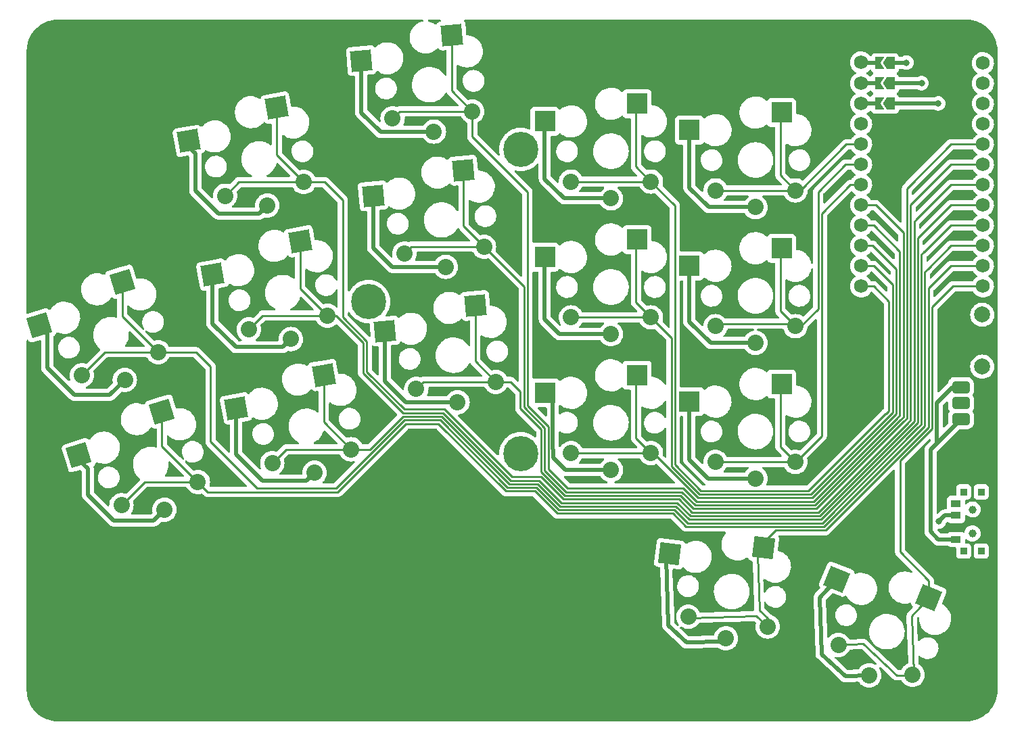
<source format=gtl>
%TF.GenerationSoftware,KiCad,Pcbnew,(6.0.4-0)*%
%TF.CreationDate,2022-06-13T07:49:06+02:00*%
%TF.ProjectId,konafa,6b6f6e61-6661-42e6-9b69-6361645f7063,v1.0.0*%
%TF.SameCoordinates,Original*%
%TF.FileFunction,Copper,L1,Top*%
%TF.FilePolarity,Positive*%
%FSLAX46Y46*%
G04 Gerber Fmt 4.6, Leading zero omitted, Abs format (unit mm)*
G04 Created by KiCad (PCBNEW (6.0.4-0)) date 2022-06-13 07:49:06*
%MOMM*%
%LPD*%
G01*
G04 APERTURE LIST*
G04 Aperture macros list*
%AMRoundRect*
0 Rectangle with rounded corners*
0 $1 Rounding radius*
0 $2 $3 $4 $5 $6 $7 $8 $9 X,Y pos of 4 corners*
0 Add a 4 corners polygon primitive as box body*
4,1,4,$2,$3,$4,$5,$6,$7,$8,$9,$2,$3,0*
0 Add four circle primitives for the rounded corners*
1,1,$1+$1,$2,$3*
1,1,$1+$1,$4,$5*
1,1,$1+$1,$6,$7*
1,1,$1+$1,$8,$9*
0 Add four rect primitives between the rounded corners*
20,1,$1+$1,$2,$3,$4,$5,0*
20,1,$1+$1,$4,$5,$6,$7,0*
20,1,$1+$1,$6,$7,$8,$9,0*
20,1,$1+$1,$8,$9,$2,$3,0*%
%AMRotRect*
0 Rectangle, with rotation*
0 The origin of the aperture is its center*
0 $1 length*
0 $2 width*
0 $3 Rotation angle, in degrees counterclockwise*
0 Add horizontal line*
21,1,$1,$2,0,0,$3*%
%AMFreePoly0*
4,1,6,1.000000,0.000000,0.500000,-0.750000,-0.500000,-0.750000,-0.500000,0.750000,0.500000,0.750000,1.000000,0.000000,1.000000,0.000000,$1*%
%AMFreePoly1*
4,1,6,0.500000,-0.750000,-0.650000,-0.750000,-0.150000,0.000000,-0.650000,0.750000,0.500000,0.750000,0.500000,-0.750000,0.500000,-0.750000,$1*%
G04 Aperture macros list end*
%TA.AperFunction,SMDPad,CuDef*%
%ADD10R,2.600000X2.600000*%
%TD*%
%TA.AperFunction,ComponentPad*%
%ADD11C,2.032000*%
%TD*%
%TA.AperFunction,ComponentPad*%
%ADD12C,2.000000*%
%TD*%
%TA.AperFunction,SMDPad,CuDef*%
%ADD13RotRect,2.600000X2.600000X10.000000*%
%TD*%
%TA.AperFunction,SMDPad,CuDef*%
%ADD14RotRect,2.600000X2.600000X5.000000*%
%TD*%
%TA.AperFunction,SMDPad,CuDef*%
%ADD15R,1.250000X0.900000*%
%TD*%
%TA.AperFunction,SMDPad,CuDef*%
%ADD16R,0.900000X0.900000*%
%TD*%
%TA.AperFunction,WasherPad*%
%ADD17C,1.000000*%
%TD*%
%TA.AperFunction,SMDPad,CuDef*%
%ADD18RotRect,2.600000X2.600000X338.000000*%
%TD*%
%TA.AperFunction,ComponentPad*%
%ADD19RoundRect,0.375000X-0.750000X0.375000X-0.750000X-0.375000X0.750000X-0.375000X0.750000X0.375000X0*%
%TD*%
%TA.AperFunction,SMDPad,CuDef*%
%ADD20RotRect,2.600000X2.600000X17.000000*%
%TD*%
%TA.AperFunction,SMDPad,CuDef*%
%ADD21RotRect,2.600000X2.600000X353.000000*%
%TD*%
%TA.AperFunction,ComponentPad*%
%ADD22C,1.752600*%
%TD*%
%TA.AperFunction,SMDPad,CuDef*%
%ADD23FreePoly0,180.000000*%
%TD*%
%TA.AperFunction,SMDPad,CuDef*%
%ADD24R,1.524000X0.500000*%
%TD*%
%TA.AperFunction,SMDPad,CuDef*%
%ADD25FreePoly1,180.000000*%
%TD*%
%TA.AperFunction,ComponentPad*%
%ADD26C,4.400000*%
%TD*%
%TA.AperFunction,ViaPad*%
%ADD27C,0.800000*%
%TD*%
%TA.AperFunction,Conductor*%
%ADD28C,0.250000*%
%TD*%
%TA.AperFunction,Conductor*%
%ADD29C,0.500000*%
%TD*%
G04 APERTURE END LIST*
D10*
%TO.P,S23,1*%
%TO.N,P21*%
X136788229Y110558987D03*
%TO.P,S23,2*%
%TO.N,GND*%
X125238229Y108358987D03*
%TD*%
D11*
%TO.P,S24,1*%
%TO.N,P21*%
X128513229Y100808987D03*
X138513229Y100808987D03*
%TO.P,S24,2*%
%TO.N,GND*%
X133513229Y98708987D03*
X133513229Y98708987D03*
%TD*%
D12*
%TO.P,B1,1*%
%TO.N,RST*%
X161906791Y85243254D03*
%TO.P,B1,2*%
%TO.N,GND*%
X161906791Y78743254D03*
%TD*%
D13*
%TO.P,S11,1*%
%TO.N,P3*%
X73579149Y111173371D03*
%TO.P,S11,2*%
%TO.N,GND*%
X62586645Y107001157D03*
%TD*%
D11*
%TO.P,S34,1*%
%TO.N,P9*%
X143899890Y43902579D03*
X153171728Y40156513D03*
%TO.P,S34,2*%
%TO.N,GND*%
X147749135Y40082460D03*
X147749135Y40082460D03*
%TD*%
D14*
%TO.P,S15,1*%
%TO.N,P18*%
X96965604Y103326961D03*
%TO.P,S15,2*%
%TO.N,GND*%
X85651298Y100128683D03*
%TD*%
D10*
%TO.P,S21,2*%
%TO.N,GND*%
X107149791Y92462254D03*
%TO.P,S21,1*%
%TO.N,P16*%
X118699791Y94662254D03*
%TD*%
D11*
%TO.P,S8,1*%
%TO.N,P5*%
X73026972Y66651093D03*
X82875050Y68387574D03*
%TO.P,S8,2*%
%TO.N,GND*%
X78315672Y65451237D03*
X78315672Y65451237D03*
%TD*%
D15*
%TO.P,T1,3*%
%TO.N,N/C*%
X158604791Y61602254D03*
%TO.P,T1,2*%
%TO.N,RAW*%
X158604791Y60102254D03*
%TO.P,T1,1*%
%TO.N,Braw*%
X158604791Y57102254D03*
D16*
%TO.P,T1,*%
%TO.N,*%
X159579791Y63052254D03*
X161779791Y55652254D03*
X161779791Y63052254D03*
X159579791Y55652254D03*
%TD*%
D17*
%TO.P,T2,*%
%TO.N,*%
X160679791Y57852254D03*
X160679791Y60852254D03*
%TD*%
D11*
%TO.P,S14,1*%
%TO.N,P2*%
X91053509Y75957538D03*
X101015456Y76829096D03*
%TO.P,S14,2*%
%TO.N,GND*%
X96217510Y74301308D03*
X96217510Y74301308D03*
%TD*%
%TO.P,S20,1*%
%TO.N,P14*%
X120424791Y67912254D03*
X110424791Y67912254D03*
%TO.P,S20,2*%
%TO.N,GND*%
X115424791Y65812254D03*
X115424791Y65812254D03*
%TD*%
%TO.P,S28,2*%
%TO.N,GND*%
X133505791Y64711491D03*
X133505791Y64711491D03*
%TO.P,S28,1*%
%TO.N,P19*%
X138505791Y66811491D03*
X128505791Y66811491D03*
%TD*%
D10*
%TO.P,S29,2*%
%TO.N,GND*%
X125230791Y91361491D03*
%TO.P,S29,1*%
%TO.N,P20*%
X136780791Y93561491D03*
%TD*%
D18*
%TO.P,S33,1*%
%TO.N,P9*%
X155224750Y49842752D03*
%TO.P,S33,2*%
%TO.N,GND*%
X143691642Y52129654D03*
%TD*%
D13*
%TO.P,S7,1*%
%TO.N,P5*%
X79483187Y77689907D03*
%TO.P,S7,2*%
%TO.N,GND*%
X68490683Y73517693D03*
%TD*%
D19*
%TO.P,PAD1,3*%
%TO.N,Braw*%
X159239791Y76162254D03*
%TO.P,PAD1,2*%
%TO.N,GND*%
X159239791Y74162254D03*
%TO.P,PAD1,1*%
%TO.N,Braw*%
X159239791Y72162254D03*
%TD*%
D20*
%TO.P,S5,1*%
%TO.N,P6*%
X54234545Y89377494D03*
%TO.P,S5,2*%
%TO.N,GND*%
X43832443Y83896730D03*
%TD*%
D10*
%TO.P,S27,2*%
%TO.N,GND*%
X125230791Y74361491D03*
%TO.P,S27,1*%
%TO.N,P19*%
X136780791Y76561491D03*
%TD*%
D13*
%TO.P,S9,1*%
%TO.N,P4*%
X76531168Y94431639D03*
%TO.P,S9,2*%
%TO.N,GND*%
X65538664Y90259425D03*
%TD*%
D11*
%TO.P,S16,1*%
%TO.N,P18*%
X99533808Y93764406D03*
X89571861Y92892848D03*
%TO.P,S16,2*%
%TO.N,GND*%
X94735862Y91236618D03*
X94735862Y91236618D03*
%TD*%
%TO.P,S30,2*%
%TO.N,GND*%
X133505791Y81711491D03*
X133505791Y81711491D03*
%TO.P,S30,1*%
%TO.N,P20*%
X128505791Y83811491D03*
X138505791Y83811491D03*
%TD*%
D14*
%TO.P,S13,1*%
%TO.N,P2*%
X98447252Y86391651D03*
%TO.P,S13,2*%
%TO.N,GND*%
X87132946Y83193373D03*
%TD*%
D11*
%TO.P,S24,1*%
%TO.N,P10*%
X110424791Y101912254D03*
X120424791Y101912254D03*
%TO.P,S24,2*%
%TO.N,GND*%
X115424791Y99812254D03*
X115424791Y99812254D03*
%TD*%
D14*
%TO.P,S17,1*%
%TO.N,P15*%
X95483957Y120262271D03*
%TO.P,S17,2*%
%TO.N,GND*%
X84169651Y117063993D03*
%TD*%
D11*
%TO.P,S4,1*%
%TO.N,P7*%
X54142067Y61376965D03*
X63705114Y64300682D03*
%TO.P,S4,2*%
%TO.N,GND*%
X59537571Y60830584D03*
X59537571Y60830584D03*
%TD*%
%TO.P,S10,1*%
%TO.N,P4*%
X70074953Y83392825D03*
X79923031Y85129306D03*
%TO.P,S10,2*%
%TO.N,GND*%
X75363653Y82192969D03*
X75363653Y82192969D03*
%TD*%
%TO.P,S22,1*%
%TO.N,P16*%
X110424791Y84912254D03*
X120424791Y84912254D03*
%TO.P,S22,2*%
%TO.N,GND*%
X115424791Y82812254D03*
X115424791Y82812254D03*
%TD*%
D21*
%TO.P,S31,1*%
%TO.N,P8*%
X134509188Y56083237D03*
%TO.P,S31,2*%
%TO.N,GND*%
X122777168Y55307226D03*
%TD*%
D22*
%TO.P,MCU1,24*%
%TO.N,P9*%
X161977213Y88799254D03*
%TO.P,MCU1,23*%
%TO.N,P8*%
X161977213Y91339254D03*
%TO.P,MCU1,22*%
%TO.N,P7*%
X161977213Y93879254D03*
%TO.P,MCU1,21*%
%TO.N,P6*%
X161977213Y96419254D03*
%TO.P,MCU1,20*%
%TO.N,P5*%
X161977213Y98959254D03*
%TO.P,MCU1,19*%
%TO.N,P4*%
X161977213Y101499254D03*
%TO.P,MCU1,18*%
%TO.N,P3*%
X161977213Y104039254D03*
%TO.P,MCU1,17*%
%TO.N,P2*%
X161977213Y106579254D03*
%TO.P,MCU1,16*%
%TO.N,N/C*%
X161977213Y109119254D03*
%TO.P,MCU1,12*%
%TO.N,P10*%
X146737213Y88799254D03*
%TO.P,MCU1,11*%
%TO.N,P16*%
X146737213Y91339254D03*
%TO.P,MCU1,10*%
%TO.N,P14*%
X146737213Y93879254D03*
%TO.P,MCU1,9*%
%TO.N,P15*%
X146737213Y96419254D03*
%TO.P,MCU1,8*%
%TO.N,P18*%
X146737213Y98959254D03*
%TO.P,MCU1,7*%
%TO.N,P19*%
X146737213Y101499254D03*
%TO.P,MCU1,6*%
%TO.N,P20*%
X146737213Y104039254D03*
%TO.P,MCU1,5*%
%TO.N,P21*%
X146737213Y106579254D03*
%TO.P,MCU1,4*%
%TO.N,N/C*%
X146737213Y109119254D03*
D23*
%TO.P,MCU1,3*%
%TO.N,RST*%
X150443690Y111659254D03*
%TO.P,MCU1,2*%
%TO.N,GND*%
X150443690Y114199254D03*
%TO.P,MCU1,1*%
%TO.N,RAW*%
X150443690Y116739254D03*
D22*
%TO.P,MCU1,*%
%TO.N,*%
X146737213Y114199254D03*
X161977213Y116739254D03*
X146737213Y116823000D03*
D24*
X148068690Y114199254D03*
D25*
X148993690Y111659254D03*
D24*
X148068690Y116739254D03*
D22*
X146737213Y111659254D03*
X161977213Y111659254D03*
D24*
X148068690Y111659254D03*
D25*
X148993690Y116739254D03*
X148993690Y114199254D03*
D22*
X161977213Y114199254D03*
%TD*%
D20*
%TO.P,S3,1*%
%TO.N,P7*%
X59204864Y73120313D03*
%TO.P,S3,2*%
%TO.N,GND*%
X48802762Y67639549D03*
%TD*%
D11*
%TO.P,S32,1*%
%TO.N,P8*%
X135033104Y46195687D03*
X125107643Y47414380D03*
%TO.P,S32,2*%
%TO.N,GND*%
X129814448Y44720687D03*
X129814448Y44720687D03*
%TD*%
D26*
%TO.P,REF\u002A\u002A,1*%
%TO.N,N/C*%
X85071791Y86894254D03*
X104121791Y67844254D03*
X104121791Y105944254D03*
%TD*%
D11*
%TO.P,S12,1*%
%TO.N,P3*%
X76971012Y101871038D03*
X67122934Y100134557D03*
%TO.P,S12,2*%
%TO.N,GND*%
X72411634Y98934701D03*
X72411634Y98934701D03*
%TD*%
D10*
%TO.P,S23,1*%
%TO.N,P10*%
X118699791Y111662254D03*
%TO.P,S23,2*%
%TO.N,GND*%
X107149791Y109462254D03*
%TD*%
D11*
%TO.P,S6,1*%
%TO.N,P6*%
X49171748Y77634146D03*
X58734795Y80557863D03*
%TO.P,S6,2*%
%TO.N,GND*%
X54567252Y77087765D03*
X54567252Y77087765D03*
%TD*%
D10*
%TO.P,S19,2*%
%TO.N,GND*%
X107149791Y75462254D03*
%TO.P,S19,1*%
%TO.N,P14*%
X118699791Y77662254D03*
%TD*%
D11*
%TO.P,S18,1*%
%TO.N,P15*%
X88090214Y109828158D03*
X98052161Y110699716D03*
%TO.P,S18,2*%
%TO.N,GND*%
X93254215Y108171928D03*
X93254215Y108171928D03*
%TD*%
D27*
%TO.N,GND*%
X154304587Y114247138D03*
%TO.N,RAW*%
X152400000Y116809855D03*
X156445791Y59335254D03*
%TO.N,RST*%
X156389782Y111703058D03*
%TD*%
D28*
%TO.N,P20*%
X146737213Y104039254D02*
X144761791Y104039254D01*
X144761791Y104039254D02*
X141365178Y100642641D01*
X141365178Y100642641D02*
X141365178Y85948076D01*
X141365178Y85948076D02*
X139228593Y83811491D01*
X139228593Y83811491D02*
X138505791Y83811491D01*
%TO.N,P19*%
X138505791Y66811491D02*
X138555324Y66811491D01*
X138555324Y66811491D02*
X141814698Y70070865D01*
X141814698Y70070865D02*
X141814698Y97917161D01*
X141814698Y97917161D02*
X145396791Y101499254D01*
X145396791Y101499254D02*
X146737213Y101499254D01*
%TO.N,P21*%
X138513229Y100808987D02*
X139118524Y100808987D01*
X139118524Y100808987D02*
X144888791Y106579254D01*
X144888791Y106579254D02*
X146737213Y106579254D01*
D29*
%TO.N,GND*%
X125224525Y109332750D02*
X125224525Y101152875D01*
X127668413Y98708987D02*
X133513229Y98708987D01*
X125224525Y101152875D02*
X127668413Y98708987D01*
D28*
%TO.N,P21*%
X136638708Y102683508D02*
X138513229Y100808987D01*
X136788229Y110558987D02*
X136638708Y110409466D01*
X138513229Y100808987D02*
X128513229Y100808987D01*
X136638708Y110409466D02*
X136638708Y102683508D01*
%TO.N,P20*%
X128505791Y83811491D02*
X128794554Y84100254D01*
X128794554Y84100254D02*
X138217028Y84100254D01*
X138217028Y84100254D02*
X138505791Y83811491D01*
X138505791Y83811491D02*
X136617566Y85699716D01*
X136617566Y85699716D02*
X136617566Y94385733D01*
D29*
%TO.N,RAW*%
X156445791Y59335254D02*
X157212791Y60102254D01*
X157212791Y60102254D02*
X158223791Y60102254D01*
%TO.N,Braw*%
X155429791Y68352254D02*
X156191551Y69114014D01*
X156191551Y69114014D02*
X156191551Y74194014D01*
X156191551Y74194014D02*
X158159791Y76162254D01*
X158159791Y76162254D02*
X159239791Y76162254D01*
X158223791Y57102254D02*
X156392791Y57102254D01*
X156392791Y57102254D02*
X155429791Y58065254D01*
X155429791Y58065254D02*
X155429791Y68352254D01*
X155429791Y68352254D02*
X159239791Y72162254D01*
D28*
%TO.N,P9*%
X161977213Y88799254D02*
X158223791Y88799254D01*
X158223791Y88799254D02*
X155617031Y86192494D01*
X155617031Y86192494D02*
X155617031Y70952495D01*
X155617031Y70952495D02*
X155224750Y70560214D01*
X155224750Y70560214D02*
X155224750Y70559495D01*
X155224750Y70559495D02*
X151619791Y66954536D01*
X151619791Y66954536D02*
X151619791Y55525254D01*
X151619791Y55525254D02*
X155224750Y51920295D01*
X155224750Y51920295D02*
X155224750Y49842752D01*
%TO.N,P19*%
X128505791Y66811491D02*
X138505791Y66811491D01*
X136617566Y68699716D02*
X136617566Y77385733D01*
X138505791Y66811491D02*
X136617566Y68699716D01*
%TO.N,P8*%
X155527414Y88926254D02*
X155167511Y88566351D01*
X155167511Y88566351D02*
X155167511Y71138692D01*
X155167511Y71138692D02*
X154775230Y70746411D01*
X154775230Y70746411D02*
X154775230Y70745693D01*
X154775230Y70745693D02*
X142280270Y58250734D01*
X142280270Y58250734D02*
X136057271Y58250734D01*
X136057271Y58250734D02*
X134641582Y56835045D01*
X134641582Y56835045D02*
X134641582Y56301432D01*
%TO.N,P7*%
X123175666Y60351254D02*
X108693791Y60351254D01*
X108693791Y60351254D02*
X105899791Y63145254D01*
X102284666Y63145254D02*
X93841919Y71588001D01*
X154325710Y70932609D02*
X154325710Y70931891D01*
X81210741Y63050480D02*
X64955316Y63050480D01*
X154325710Y70931891D02*
X142094073Y58700254D01*
X154717991Y90598351D02*
X154717991Y71324892D01*
X142094073Y58700254D02*
X124826666Y58700254D01*
X154717991Y71324892D02*
X154325710Y70932609D01*
X124826666Y58700254D02*
X123175666Y60351254D01*
X155077894Y90958254D02*
X154717991Y90598351D01*
X105899791Y63145254D02*
X102284666Y63145254D01*
X64955316Y63050480D02*
X63705114Y64300682D01*
X93841919Y71588001D02*
X89748263Y71588001D01*
X89748263Y71588001D02*
X81210741Y63050480D01*
%TO.N,P6*%
X154268471Y92757351D02*
X154268471Y71511089D01*
X153876190Y71118089D02*
X141907875Y59149774D01*
X141907875Y59149774D02*
X125012863Y59149774D01*
X154268471Y71511089D02*
X153876190Y71118807D01*
X154628374Y93117254D02*
X154268471Y92757351D01*
X153876190Y71118807D02*
X153876190Y71118089D01*
X125012863Y59149774D02*
X123361863Y60800774D01*
X123361863Y60800774D02*
X108879989Y60800774D01*
X108879989Y60800774D02*
X106085988Y63594774D01*
X106085988Y63594774D02*
X102470863Y63594774D01*
X102470863Y63594774D02*
X94028116Y72037521D01*
X94028116Y72037521D02*
X89562066Y72037521D01*
X89562066Y72037521D02*
X81024544Y63500000D01*
X81024544Y63500000D02*
X71120000Y63500000D01*
X71120000Y63500000D02*
X65297412Y69322588D01*
X65297412Y69322588D02*
X65297412Y78740000D01*
X65297412Y78740000D02*
X63479549Y80557863D01*
X63479549Y80557863D02*
X58734795Y80557863D01*
%TO.N,P5*%
X82875050Y68387574D02*
X85276400Y68387574D01*
X153818951Y94808414D02*
X157969791Y98959254D01*
X85276400Y68387574D02*
X89375867Y72487041D01*
X89375867Y72487041D02*
X94214315Y72487041D01*
X123548061Y61250294D02*
X125199061Y59599294D01*
X94214315Y72487041D02*
X102657062Y64044294D01*
X141721677Y59599294D02*
X153426670Y71304287D01*
X102657062Y64044294D02*
X106272187Y64044294D01*
X106272187Y64044294D02*
X109066187Y61250294D01*
X109066187Y61250294D02*
X123548061Y61250294D01*
X125199061Y59599294D02*
X141721677Y59599294D01*
X153426670Y71304287D02*
X153426670Y71305005D01*
X153426670Y71305005D02*
X153818951Y71697286D01*
X153818951Y71697286D02*
X153818951Y94808414D01*
X157969791Y98959254D02*
X161977213Y98959254D01*
%TO.N,P4*%
X79923031Y85129306D02*
X80994739Y85129306D01*
X80994739Y85129306D02*
X84386480Y81737565D01*
X84386480Y81737565D02*
X84386480Y77933067D01*
X84386480Y77933067D02*
X89382986Y72936561D01*
X89382986Y72936561D02*
X94400512Y72936561D01*
X94400512Y72936561D02*
X102843259Y64493814D01*
X102843259Y64493814D02*
X106458384Y64493814D01*
X106458384Y64493814D02*
X109252385Y61699814D01*
X109252385Y61699814D02*
X123734258Y61699814D01*
X125385258Y60048814D02*
X141535479Y60048814D01*
X123734258Y61699814D02*
X125385258Y60048814D01*
X141535479Y60048814D02*
X152977150Y71490485D01*
X152977150Y71490485D02*
X152977150Y71491203D01*
X152977150Y71491203D02*
X153369431Y71883487D01*
X153369431Y71883487D02*
X153369431Y96852113D01*
X153369431Y96852113D02*
X153698572Y97181254D01*
%TO.N,P3*%
X94586709Y73386081D02*
X103029456Y64943334D01*
X106644582Y64943334D02*
X109438583Y62149334D01*
X81858703Y99573497D02*
X81858703Y84901060D01*
X76971012Y101871038D02*
X79561162Y101871038D01*
X79561162Y101871038D02*
X81858703Y99573497D01*
X81858703Y84901060D02*
X84836000Y81923762D01*
X125571455Y60498334D02*
X141349281Y60498334D01*
X84836000Y78119265D02*
X89569184Y73386081D01*
X84836000Y81923762D02*
X84836000Y78119265D01*
X89569184Y73386081D02*
X94586709Y73386081D01*
X109438583Y62149334D02*
X123920455Y62149334D01*
X141349281Y60498334D02*
X152527630Y71676683D01*
X152919911Y72069684D02*
X152919911Y98989374D01*
X103029456Y64943334D02*
X106644582Y64943334D01*
X152527630Y71676683D02*
X152527630Y71677401D01*
X123920455Y62149334D02*
X125571455Y60498334D01*
X152527630Y71677401D02*
X152919911Y72069684D01*
X152919911Y98989374D02*
X157969791Y104039254D01*
X157969791Y104039254D02*
X161977213Y104039254D01*
%TO.N,P2*%
X101015456Y76829096D02*
X102844128Y76829096D01*
X102844128Y76829096D02*
X104079160Y75594064D01*
X104079160Y75594064D02*
X104079160Y73484347D01*
X104079160Y73484347D02*
X106680000Y70883507D01*
X106680000Y70883507D02*
X106680000Y65543635D01*
X106680000Y65543635D02*
X109624781Y62598854D01*
X109624781Y62598854D02*
X124106656Y62598854D01*
X124106656Y62598854D02*
X125757656Y60947854D01*
X125757656Y60947854D02*
X141163083Y60947854D01*
X141163083Y60947854D02*
X152078110Y71862881D01*
X152078110Y71862881D02*
X152078110Y71863599D01*
X152078110Y71863599D02*
X152470391Y72255881D01*
X152470391Y72255881D02*
X152470391Y101043113D01*
X152470391Y101043113D02*
X152799532Y101372254D01*
%TO.N,P18*%
X99533808Y93764406D02*
X104528680Y88769534D01*
X104528680Y88769534D02*
X104528680Y73670546D01*
X107129520Y71069704D02*
X107129520Y65729833D01*
X104528680Y73670546D02*
X107129520Y71069704D01*
X107129520Y65729833D02*
X109810979Y63048374D01*
X109810979Y63048374D02*
X124292853Y63048374D01*
X124292853Y63048374D02*
X125943853Y61397374D01*
X125943853Y61397374D02*
X140976885Y61397374D01*
X140976885Y61397374D02*
X151628590Y72049079D01*
X151628590Y72049797D02*
X152020871Y72442078D01*
X151628590Y72049079D02*
X151628590Y72049797D01*
X152020871Y72442078D02*
X152020871Y95510174D01*
X152020871Y95510174D02*
X148571791Y98959254D01*
X148571791Y98959254D02*
X146737213Y98959254D01*
%TO.N,P16*%
X120424791Y84912254D02*
X122979898Y82357147D01*
X122979898Y82357147D02*
X122979898Y66268484D01*
X122979898Y66268484D02*
X126502448Y62745934D01*
X126502448Y62745934D02*
X140418291Y62745934D01*
X140418291Y62745934D02*
X150280030Y72607673D01*
X150280030Y72607673D02*
X150280030Y72608391D01*
X150280030Y72608391D02*
X150672311Y73000672D01*
X150672311Y73000672D02*
X150672311Y88984734D01*
X150672311Y88984734D02*
X148317791Y91339254D01*
X148317791Y91339254D02*
X146737213Y91339254D01*
%TO.N,P15*%
X98052161Y110699716D02*
X98052161Y107541789D01*
X98052161Y107541789D02*
X104978200Y100615750D01*
X104978200Y100615750D02*
X104978200Y73856744D01*
X104978200Y73856744D02*
X107579040Y71255902D01*
X107579040Y71255902D02*
X107579040Y65916031D01*
X107579040Y65916031D02*
X109997177Y63497894D01*
X109997177Y63497894D02*
X124479050Y63497894D01*
X124479050Y63497894D02*
X126130050Y61846894D01*
X126130050Y61846894D02*
X140790687Y61846894D01*
X140790687Y61846894D02*
X151179070Y72235277D01*
X151179070Y72235277D02*
X151179070Y72235995D01*
X151179070Y72235995D02*
X151571351Y72628278D01*
X151571351Y72628278D02*
X151571351Y93165694D01*
X151571351Y93165694D02*
X148317791Y96419254D01*
X148317791Y96419254D02*
X146737213Y96419254D01*
%TO.N,P14*%
X120424791Y67912254D02*
X120700411Y67912254D01*
X151121831Y90948214D02*
X148190791Y93879254D01*
X126316250Y62296414D02*
X140604489Y62296414D01*
X140604489Y62296414D02*
X150729550Y72421475D01*
X120700411Y67912254D02*
X126316250Y62296414D01*
X150729550Y72421475D02*
X150729550Y72422193D01*
X150729550Y72422193D02*
X151121831Y72814475D01*
X151121831Y72814475D02*
X151121831Y90948214D01*
X148190791Y93879254D02*
X146737213Y93879254D01*
%TO.N,P10*%
X120424791Y101912254D02*
X123429418Y98907627D01*
X123429418Y98907627D02*
X123429418Y66454682D01*
X123429418Y66454682D02*
X126688646Y63195454D01*
X126688646Y63195454D02*
X140232093Y63195454D01*
X140138389Y63195454D02*
X149736806Y72793871D01*
X149830510Y72793871D02*
X149830510Y72794589D01*
X149830510Y72794589D02*
X150222791Y73186869D01*
X150222791Y73186869D02*
X150222791Y86894254D01*
X150222791Y86894254D02*
X148317791Y88799254D01*
X148317791Y88799254D02*
X146737213Y88799254D01*
D29*
%TO.N,GND*%
X133505791Y81711491D02*
X133481554Y81687254D01*
X127904087Y81687254D02*
X125217087Y84374254D01*
X133481554Y81687254D02*
X127904087Y81687254D01*
X125217087Y84374254D02*
X125217087Y92335254D01*
X107136087Y110436017D02*
X107136087Y102256142D01*
X107136087Y102256142D02*
X109579975Y99812254D01*
X109579975Y99812254D02*
X115424791Y99812254D01*
X107136087Y93436017D02*
X107136087Y84663616D01*
X108987449Y82812254D02*
X115424791Y82812254D01*
X107136087Y84663616D02*
X108987449Y82812254D01*
X133505791Y64711491D02*
X127607850Y64711491D01*
X127607850Y64711491D02*
X125217087Y67102254D01*
X125217087Y67102254D02*
X125217087Y74347787D01*
X125217087Y74347787D02*
X125230791Y74361491D01*
X108153560Y68448217D02*
X108153560Y74458485D01*
X108153560Y74458485D02*
X107136087Y75475958D01*
X115424791Y65812254D02*
X109709791Y65812254D01*
X109709791Y65812254D02*
X108167264Y67354781D01*
X108167264Y67354781D02*
X108167264Y68352254D01*
D28*
%TO.N,P6*%
X58734795Y80557863D02*
X52095465Y80557863D01*
X54234545Y89377494D02*
X54234545Y85058113D01*
X52095465Y80557863D02*
X49171748Y77634146D01*
X54234545Y85058113D02*
X58734795Y80557863D01*
X161977213Y96419254D02*
X157969791Y96419254D01*
X157969791Y96419254D02*
X154628374Y93077837D01*
D29*
%TO.N,GND*%
X141549822Y49832832D02*
X143691642Y52129654D01*
X63384822Y105421809D02*
X62586645Y106219986D01*
X96217510Y74301308D02*
X89760656Y74301308D01*
X63384822Y100802250D02*
X63384822Y105421809D01*
X75363653Y82192969D02*
X74347654Y81176970D01*
X62586645Y106219986D02*
X62586645Y107001157D01*
X66268370Y97918702D02*
X63384822Y100802250D01*
X74347654Y81176970D02*
X68485407Y81176970D01*
X71813295Y64435238D02*
X68490683Y67757850D01*
X141797987Y42726297D02*
X141549822Y49832832D01*
X89760656Y74301308D02*
X87132946Y76929018D01*
X49917361Y65987885D02*
X48802762Y67102484D01*
X59537571Y60830584D02*
X58196209Y59489222D01*
X77299673Y64435238D02*
X71813295Y64435238D01*
X124886497Y44183183D02*
X122611414Y46304732D01*
X78315672Y65451237D02*
X77299673Y64435238D01*
X58196209Y59489222D02*
X53137791Y59489222D01*
X71395635Y97918702D02*
X66268370Y97918702D01*
X53137791Y59489222D02*
X49917361Y62709652D01*
X86601289Y108171928D02*
X86570217Y108140856D01*
X93254215Y108171928D02*
X86601289Y108171928D01*
X68485407Y81176970D02*
X65538664Y84123713D01*
X85651298Y93599163D02*
X85651298Y100128683D01*
X65538664Y84123713D02*
X65538664Y90259425D01*
X48802762Y67102484D02*
X48802762Y67639549D01*
X147749135Y40082460D02*
X144745631Y39977575D01*
X154256703Y114199254D02*
X150443690Y114199254D01*
X122611414Y46304732D02*
X122314371Y54810935D01*
X94735862Y91236618D02*
X88013843Y91236618D01*
X48232895Y75218284D02*
X44864298Y78586881D01*
X87132946Y76929018D02*
X87132946Y83193373D01*
X129462225Y44342971D02*
X124886497Y44183183D01*
X88013843Y91236618D02*
X85651298Y93599163D01*
X154304587Y114247138D02*
X154256703Y114199254D01*
X44864298Y78586881D02*
X44864298Y82864875D01*
X86570217Y108140856D02*
X84169651Y110541422D01*
X144745631Y39977575D02*
X141797987Y42726297D01*
X54567252Y77087765D02*
X52697771Y75218284D01*
X72411634Y98934701D02*
X71395635Y97918702D01*
X68490683Y67757850D02*
X68490683Y73517693D01*
X52697771Y75218284D02*
X48232895Y75218284D01*
X44864298Y82864875D02*
X43832443Y83896730D01*
X49917361Y62709652D02*
X49917361Y65987885D01*
X129814449Y44720686D02*
X129462225Y44342971D01*
X84169651Y110541422D02*
X84169651Y117063993D01*
D28*
%TO.N,P5*%
X79483187Y71779437D02*
X82875050Y68387574D01*
X82875050Y68387574D02*
X74763453Y68387574D01*
X79483187Y77689907D02*
X79483187Y71779437D01*
X74763453Y68387574D02*
X73026972Y66651093D01*
%TO.N,P4*%
X76531168Y88521169D02*
X79923031Y85129306D01*
X157969791Y101499254D02*
X161977213Y101499254D01*
X76531168Y94431639D02*
X76531168Y88521169D01*
X79923031Y85129306D02*
X71811434Y85129306D01*
X71811434Y85129306D02*
X70074953Y83392825D01*
X153698572Y97228035D02*
X157969791Y101499254D01*
%TO.N,P3*%
X68859415Y101871038D02*
X67122934Y100134557D01*
X73579149Y111173371D02*
X73579149Y105262901D01*
X76971012Y101871038D02*
X68859415Y101871038D01*
X73579149Y105262901D02*
X76971012Y101871038D01*
%TO.N,P2*%
X91925067Y76829096D02*
X91053509Y75957538D01*
X157969791Y106579254D02*
X161977213Y106579254D01*
X101015456Y76829096D02*
X98447252Y79397300D01*
X98447252Y79397300D02*
X98447252Y86391651D01*
X101015456Y76829096D02*
X91925067Y76829096D01*
X152799532Y101408995D02*
X157969791Y106579254D01*
%TO.N,P18*%
X99533808Y93764406D02*
X90443419Y93764406D01*
X96965604Y96332610D02*
X99533808Y93764406D01*
X96965604Y103326961D02*
X96965604Y96332610D01*
X90443419Y93764406D02*
X89571861Y92892848D01*
%TO.N,P15*%
X95483957Y120262271D02*
X95483957Y113267920D01*
X88961772Y110699716D02*
X88090214Y109828158D01*
X98052161Y110699716D02*
X88961772Y110699716D01*
X95483957Y113267920D02*
X98052161Y110699716D01*
%TO.N,P14*%
X120424791Y67912254D02*
X110424791Y67912254D01*
X118550270Y77512733D02*
X118550270Y69786775D01*
X118550270Y69786775D02*
X120424791Y67912254D01*
X118699791Y77662254D02*
X118550270Y77512733D01*
%TO.N,P16*%
X118550270Y86786775D02*
X120424791Y84912254D01*
X110424791Y84912254D02*
X120424791Y84912254D01*
X118550270Y94512733D02*
X118550270Y86786775D01*
X118699791Y94662254D02*
X118550270Y94512733D01*
%TO.N,P10*%
X118550270Y111512733D02*
X118550270Y103786775D01*
X120424791Y101912254D02*
X110424791Y101912254D01*
X118699791Y111662254D02*
X118550270Y111512733D01*
X118550270Y103786775D02*
X120424791Y101912254D01*
%TO.N,P7*%
X161977213Y93879254D02*
X157969791Y93879254D01*
X59204864Y68800932D02*
X63705114Y64300682D01*
X157969791Y93879254D02*
X155077894Y90987357D01*
X63705114Y64300682D02*
X57065784Y64300682D01*
X57065784Y64300682D02*
X54142067Y61376965D01*
X59204864Y73120313D02*
X59204864Y68800932D01*
%TO.N,P8*%
X134997112Y47226373D02*
X135033104Y46195687D01*
X133983179Y48171881D02*
X134997112Y47226373D01*
X161977213Y91339254D02*
X157969791Y91339254D01*
X125301791Y47233334D02*
X125107643Y47414379D01*
X135033104Y46195687D02*
X133609266Y47523437D01*
X133609266Y47523437D02*
X125301791Y47233334D01*
X133735867Y55253950D02*
X133983179Y48171881D01*
X157969791Y91339254D02*
X155527414Y88896877D01*
%TO.N,P9*%
X155224750Y49842752D02*
X153067237Y47529103D01*
X153319172Y40314627D02*
X153171728Y40156513D01*
X151210951Y40088042D02*
X147004114Y44010981D01*
X153171728Y40156513D02*
X151210951Y40088042D01*
X147004114Y44010981D02*
X143899890Y43902579D01*
X153067237Y47529103D02*
X153319172Y40314627D01*
D29*
%TO.N,RAW*%
X152372041Y116781896D02*
X150419502Y116781896D01*
X152400000Y116809855D02*
X152372041Y116781896D01*
%TO.N,RST*%
X150466332Y111681896D02*
X150443690Y111659254D01*
X156389782Y111703058D02*
X156368620Y111681896D01*
X156368620Y111681896D02*
X150466332Y111681896D01*
%TD*%
%TA.AperFunction,NonConductor*%
G36*
X94012374Y122201413D02*
G01*
X94080494Y122181409D01*
X94126986Y122127752D01*
X94137088Y122057478D01*
X94107593Y121992898D01*
X94047866Y121954516D01*
X94023353Y121949892D01*
X94008565Y121948599D01*
X93986723Y121946688D01*
X93986717Y121946687D01*
X93983332Y121946391D01*
X93921975Y121934243D01*
X93914847Y121930835D01*
X93914846Y121930835D01*
X93875958Y121912244D01*
X93790562Y121871420D01*
X93783878Y121865433D01*
X93783876Y121865432D01*
X93688749Y121780230D01*
X93688747Y121780227D01*
X93682062Y121774240D01*
X93677324Y121766613D01*
X93677323Y121766612D01*
X93672909Y121759507D01*
X93605199Y121650514D01*
X93604014Y121646257D01*
X93559794Y121593679D01*
X93491976Y121572676D01*
X93423568Y121591672D01*
X93409130Y121602139D01*
X93404869Y121605714D01*
X93166655Y121754566D01*
X92910044Y121868817D01*
X92640029Y121946242D01*
X92608493Y121950674D01*
X92543818Y121979961D01*
X92505245Y122039565D01*
X92505018Y122110561D01*
X92543212Y122170409D01*
X92607698Y122200108D01*
X92626030Y122201448D01*
X94012374Y122201413D01*
G37*
%TD.AperFunction*%
%TA.AperFunction,NonConductor*%
G36*
X147923860Y115946427D02*
G01*
X147980621Y115903781D01*
X148000516Y115863948D01*
X148026386Y115775843D01*
X148037421Y115758672D01*
X148100568Y115660413D01*
X148100570Y115660410D01*
X148105440Y115652833D01*
X148112251Y115646931D01*
X148112253Y115646929D01*
X148209248Y115562882D01*
X148247632Y115503156D01*
X148247632Y115432160D01*
X148209248Y115372434D01*
X148194856Y115361660D01*
X148164852Y115342378D01*
X148164849Y115342375D01*
X148157269Y115337504D01*
X148151368Y115330694D01*
X148067416Y115233809D01*
X148067414Y115233806D01*
X148061514Y115226997D01*
X148024534Y115146021D01*
X148011472Y115117420D01*
X147964978Y115063765D01*
X147896858Y115043763D01*
X147828737Y115063765D01*
X147803664Y115084963D01*
X147783748Y115106851D01*
X147684881Y115215504D01*
X147506176Y115356636D01*
X147429235Y115399110D01*
X147379268Y115449540D01*
X147364496Y115518983D01*
X147389612Y115585388D01*
X147434697Y115622566D01*
X147448720Y115629436D01*
X147452924Y115632434D01*
X147452928Y115632437D01*
X147573188Y115718218D01*
X147634106Y115761670D01*
X147760887Y115888009D01*
X147790681Y115917699D01*
X147853053Y115951615D01*
X147923860Y115946427D01*
G37*
%TD.AperFunction*%
%TA.AperFunction,NonConductor*%
G36*
X147985406Y113316434D02*
G01*
X148018967Y113261110D01*
X148026386Y113235843D01*
X148041950Y113211625D01*
X148100568Y113120413D01*
X148100570Y113120410D01*
X148105440Y113112833D01*
X148112251Y113106931D01*
X148112253Y113106929D01*
X148209248Y113022882D01*
X148247632Y112963156D01*
X148247632Y112892160D01*
X148209248Y112832434D01*
X148194856Y112821660D01*
X148164852Y112802378D01*
X148164849Y112802375D01*
X148157269Y112797504D01*
X148151368Y112790694D01*
X148067416Y112693809D01*
X148067414Y112693806D01*
X148061514Y112686997D01*
X148011708Y112577938D01*
X148011472Y112577420D01*
X147964978Y112523765D01*
X147896858Y112503763D01*
X147828737Y112523765D01*
X147803664Y112544963D01*
X147797366Y112551885D01*
X147684881Y112675504D01*
X147506176Y112816636D01*
X147499548Y112820295D01*
X147498864Y112820985D01*
X147497344Y112821995D01*
X147497552Y112822309D01*
X147449576Y112870721D01*
X147434798Y112940163D01*
X147459909Y113006570D01*
X147487267Y113033185D01*
X147629902Y113134925D01*
X147629904Y113134927D01*
X147634106Y113137924D01*
X147795406Y113298662D01*
X147798422Y113302860D01*
X147801775Y113306799D01*
X147803593Y113305251D01*
X147851736Y113342783D01*
X147922439Y113349233D01*
X147985406Y113316434D01*
G37*
%TD.AperFunction*%
%TA.AperFunction,NonConductor*%
G36*
X73707431Y104228990D02*
G01*
X73741327Y104204819D01*
X75226513Y102719633D01*
X75260539Y102657321D01*
X75255474Y102586506D01*
X75212927Y102529670D01*
X75146407Y102504859D01*
X75137418Y102504538D01*
X72410791Y102504538D01*
X72342670Y102524540D01*
X72296177Y102578196D01*
X72286073Y102648470D01*
X72315567Y102713050D01*
X72354373Y102743201D01*
X72510794Y102821530D01*
X72510813Y102821541D01*
X72514541Y102823408D01*
X72758788Y102989399D01*
X72978937Y103186235D01*
X72981655Y103189406D01*
X73168399Y103407283D01*
X73168402Y103407287D01*
X73171119Y103410457D01*
X73173393Y103413959D01*
X73173397Y103413964D01*
X73329680Y103654618D01*
X73329683Y103654623D01*
X73331959Y103658128D01*
X73349375Y103694805D01*
X73421578Y103846866D01*
X73458629Y103924895D01*
X73532264Y104154241D01*
X73572132Y104212987D01*
X73637432Y104240852D01*
X73707431Y104228990D01*
G37*
%TD.AperFunction*%
%TA.AperFunction,NonConductor*%
G36*
X114522596Y101258752D02*
G01*
X114569089Y101205096D01*
X114579193Y101134822D01*
X114549699Y101070242D01*
X114529145Y101051377D01*
X114525942Y101049414D01*
X114343473Y100893572D01*
X114340260Y100889810D01*
X114202506Y100728519D01*
X114187631Y100711103D01*
X114138492Y100630916D01*
X114085847Y100583288D01*
X114031062Y100570754D01*
X111543012Y100570754D01*
X111474891Y100590756D01*
X111428398Y100644412D01*
X111418294Y100714686D01*
X111447788Y100779266D01*
X111461182Y100792565D01*
X111502347Y100827723D01*
X111506109Y100830936D01*
X111625155Y100970322D01*
X111658733Y101009637D01*
X111658734Y101009638D01*
X111661951Y101013405D01*
X111787331Y101218005D01*
X111789259Y101216824D01*
X111831607Y101261610D01*
X111895061Y101278754D01*
X114454475Y101278754D01*
X114522596Y101258752D01*
G37*
%TD.AperFunction*%
%TA.AperFunction,NonConductor*%
G36*
X160738761Y105925752D02*
G01*
X160778072Y105885589D01*
X160853202Y105762990D01*
X160853205Y105762986D01*
X160855905Y105758580D01*
X161004999Y105586461D01*
X161091165Y105514925D01*
X161162230Y105455926D01*
X161180202Y105441005D01*
X161184653Y105438404D01*
X161184663Y105438397D01*
X161217479Y105419221D01*
X161266202Y105367582D01*
X161279272Y105297799D01*
X161252539Y105232027D01*
X161229566Y105209679D01*
X161054657Y105078354D01*
X161051085Y105074616D01*
X160918726Y104936110D01*
X160897333Y104913724D01*
X160894419Y104909452D01*
X160894418Y104909451D01*
X160770470Y104727750D01*
X160715559Y104682747D01*
X160666382Y104672754D01*
X158048559Y104672754D01*
X158037376Y104673281D01*
X158029883Y104674956D01*
X158021957Y104674707D01*
X158021956Y104674707D01*
X157961793Y104672816D01*
X157957835Y104672754D01*
X157929935Y104672754D01*
X157925945Y104672250D01*
X157914111Y104671318D01*
X157869902Y104669928D01*
X157862288Y104667716D01*
X157862283Y104667715D01*
X157850450Y104664277D01*
X157831087Y104660266D01*
X157810994Y104657728D01*
X157803627Y104654811D01*
X157803622Y104654810D01*
X157769883Y104641452D01*
X157758656Y104637608D01*
X157756116Y104636870D01*
X157716198Y104625272D01*
X157709372Y104621235D01*
X157698763Y104614961D01*
X157681015Y104606266D01*
X157662174Y104598806D01*
X157655759Y104594145D01*
X157655757Y104594144D01*
X157626404Y104572818D01*
X157616484Y104566302D01*
X157585256Y104547834D01*
X157585253Y104547832D01*
X157578429Y104543796D01*
X157564108Y104529475D01*
X157549075Y104516635D01*
X157532684Y104504726D01*
X157509253Y104476403D01*
X157504493Y104470649D01*
X157496503Y104461870D01*
X153318986Y100284354D01*
X153256674Y100250328D01*
X153185858Y100255393D01*
X153129023Y100297940D01*
X153104212Y100364460D01*
X153103891Y100373449D01*
X153103891Y100728519D01*
X153123893Y100796640D01*
X153140796Y100817614D01*
X153275667Y100952485D01*
X153349146Y101047214D01*
X153352295Y101054492D01*
X153356328Y101061311D01*
X153357114Y101060846D01*
X153377960Y101091519D01*
X158195290Y105908849D01*
X158257602Y105942875D01*
X158284385Y105945754D01*
X160670640Y105945754D01*
X160738761Y105925752D01*
G37*
%TD.AperFunction*%
%TA.AperFunction,NonConductor*%
G36*
X132611034Y100155485D02*
G01*
X132657527Y100101829D01*
X132667631Y100031555D01*
X132638137Y99966975D01*
X132617583Y99948110D01*
X132614380Y99946147D01*
X132431911Y99790305D01*
X132428698Y99786543D01*
X132310159Y99647750D01*
X132276069Y99607836D01*
X132226930Y99527649D01*
X132174285Y99480021D01*
X132119500Y99467487D01*
X129631450Y99467487D01*
X129563329Y99487489D01*
X129516836Y99541145D01*
X129506732Y99611419D01*
X129536226Y99675999D01*
X129549620Y99689298D01*
X129590785Y99724456D01*
X129594547Y99727669D01*
X129688195Y99837318D01*
X129747171Y99906370D01*
X129747172Y99906371D01*
X129750389Y99910138D01*
X129875769Y100114738D01*
X129877697Y100113557D01*
X129920045Y100158343D01*
X129983499Y100175487D01*
X132542913Y100175487D01*
X132611034Y100155485D01*
G37*
%TD.AperFunction*%
%TA.AperFunction,NonConductor*%
G36*
X145498761Y103385752D02*
G01*
X145538072Y103345589D01*
X145613202Y103222990D01*
X145613205Y103222986D01*
X145615905Y103218580D01*
X145764999Y103046461D01*
X145940202Y102901005D01*
X145944653Y102898404D01*
X145944663Y102898397D01*
X145977479Y102879221D01*
X146026202Y102827582D01*
X146039272Y102757799D01*
X146012539Y102692027D01*
X145989566Y102669679D01*
X145814657Y102538354D01*
X145780457Y102502566D01*
X145669185Y102386126D01*
X145657333Y102373724D01*
X145531379Y102189081D01*
X145476470Y102144081D01*
X145431252Y102134150D01*
X145391121Y102132889D01*
X145388792Y102132816D01*
X145384835Y102132754D01*
X145356935Y102132754D01*
X145352945Y102132250D01*
X145341111Y102131318D01*
X145296902Y102129928D01*
X145289286Y102127715D01*
X145289284Y102127715D01*
X145277443Y102124275D01*
X145258084Y102120266D01*
X145256774Y102120100D01*
X145237994Y102117728D01*
X145230628Y102114812D01*
X145230622Y102114810D01*
X145196889Y102101454D01*
X145185659Y102097609D01*
X145171798Y102093582D01*
X145143198Y102085273D01*
X145136375Y102081238D01*
X145125757Y102074959D01*
X145108004Y102066262D01*
X145102883Y102064234D01*
X145089174Y102058806D01*
X145069305Y102044370D01*
X145053403Y102032817D01*
X145043486Y102026303D01*
X145005429Y102003796D01*
X144991108Y101989475D01*
X144976075Y101976635D01*
X144959684Y101964726D01*
X144937775Y101938243D01*
X144931493Y101930649D01*
X144923503Y101921870D01*
X142213773Y99212141D01*
X142151461Y99178115D01*
X142080645Y99183180D01*
X142023810Y99225727D01*
X141998999Y99292247D01*
X141998678Y99301236D01*
X141998678Y100328047D01*
X142018680Y100396168D01*
X142035583Y100417142D01*
X144987290Y103368849D01*
X145049602Y103402875D01*
X145076385Y103405754D01*
X145430640Y103405754D01*
X145498761Y103385752D01*
G37*
%TD.AperFunction*%
%TA.AperFunction,NonConductor*%
G36*
X160738761Y103385752D02*
G01*
X160778072Y103345589D01*
X160853202Y103222990D01*
X160853205Y103222986D01*
X160855905Y103218580D01*
X161004999Y103046461D01*
X161180202Y102901005D01*
X161184653Y102898404D01*
X161184663Y102898397D01*
X161217479Y102879221D01*
X161266202Y102827582D01*
X161279272Y102757799D01*
X161252539Y102692027D01*
X161229566Y102669679D01*
X161054657Y102538354D01*
X161020457Y102502566D01*
X160909185Y102386126D01*
X160897333Y102373724D01*
X160894424Y102369459D01*
X160894418Y102369451D01*
X160770470Y102187750D01*
X160715559Y102142747D01*
X160666382Y102132754D01*
X158048558Y102132754D01*
X158037375Y102133281D01*
X158029882Y102134956D01*
X158021956Y102134707D01*
X158021955Y102134707D01*
X157961792Y102132816D01*
X157957834Y102132754D01*
X157929935Y102132754D01*
X157925945Y102132250D01*
X157914111Y102131318D01*
X157869902Y102129928D01*
X157862288Y102127716D01*
X157862283Y102127715D01*
X157850450Y102124277D01*
X157831087Y102120266D01*
X157810994Y102117728D01*
X157803627Y102114811D01*
X157803622Y102114810D01*
X157769883Y102101452D01*
X157758656Y102097608D01*
X157716198Y102085272D01*
X157709372Y102081235D01*
X157698763Y102074961D01*
X157681015Y102066266D01*
X157662174Y102058806D01*
X157655759Y102054145D01*
X157655757Y102054144D01*
X157626404Y102032818D01*
X157616484Y102026302D01*
X157585256Y102007834D01*
X157585253Y102007832D01*
X157578429Y102003796D01*
X157564108Y101989475D01*
X157549075Y101976635D01*
X157532684Y101964726D01*
X157510775Y101938243D01*
X157504493Y101930649D01*
X157496503Y101921870D01*
X153768506Y98193874D01*
X153706194Y98159848D01*
X153635378Y98164913D01*
X153578543Y98207460D01*
X153553732Y98273980D01*
X153553411Y98282969D01*
X153553411Y98674780D01*
X153573413Y98742901D01*
X153590316Y98763875D01*
X158195291Y103368849D01*
X158257603Y103402875D01*
X158284386Y103405754D01*
X160670640Y103405754D01*
X160738761Y103385752D01*
G37*
%TD.AperFunction*%
%TA.AperFunction,NonConductor*%
G36*
X160738761Y100845752D02*
G01*
X160778072Y100805589D01*
X160853202Y100682990D01*
X160853205Y100682986D01*
X160855905Y100678580D01*
X161004999Y100506461D01*
X161180202Y100361005D01*
X161184653Y100358404D01*
X161184663Y100358397D01*
X161217479Y100339221D01*
X161266202Y100287582D01*
X161279272Y100217799D01*
X161252539Y100152027D01*
X161229566Y100129679D01*
X161054657Y99998354D01*
X161016126Y99958034D01*
X160924626Y99862284D01*
X160897333Y99833724D01*
X160894419Y99829452D01*
X160894418Y99829451D01*
X160770470Y99647750D01*
X160715559Y99602747D01*
X160666382Y99592754D01*
X158048558Y99592754D01*
X158037375Y99593281D01*
X158029882Y99594956D01*
X158021956Y99594707D01*
X158021955Y99594707D01*
X157961805Y99592816D01*
X157957846Y99592754D01*
X157929935Y99592754D01*
X157926001Y99592257D01*
X157926000Y99592257D01*
X157925935Y99592249D01*
X157914098Y99591316D01*
X157882281Y99590316D01*
X157877820Y99590176D01*
X157869901Y99589927D01*
X157854501Y99585453D01*
X157850449Y99584276D01*
X157831097Y99580268D01*
X157824026Y99579374D01*
X157810994Y99577728D01*
X157803625Y99574811D01*
X157803623Y99574810D01*
X157769888Y99561454D01*
X157758660Y99557609D01*
X157716198Y99545272D01*
X157709376Y99541238D01*
X157709370Y99541235D01*
X157698759Y99534960D01*
X157681009Y99526264D01*
X157669547Y99521726D01*
X157669542Y99521723D01*
X157662174Y99518806D01*
X157647225Y99507945D01*
X157626416Y99492827D01*
X157616498Y99486311D01*
X157605863Y99480021D01*
X157578428Y99463796D01*
X157564104Y99449472D01*
X157549072Y99436633D01*
X157532684Y99424726D01*
X157504503Y99390661D01*
X157496513Y99381881D01*
X154218026Y96103394D01*
X154155714Y96069368D01*
X154084899Y96074433D01*
X154028063Y96116980D01*
X154003252Y96183500D01*
X154002931Y96192489D01*
X154002931Y96537519D01*
X154022933Y96605640D01*
X154039836Y96626614D01*
X154174707Y96761485D01*
X154248186Y96856214D01*
X154258118Y96879165D01*
X154284659Y96918218D01*
X158195291Y100828849D01*
X158257603Y100862875D01*
X158284386Y100865754D01*
X160670640Y100865754D01*
X160738761Y100845752D01*
G37*
%TD.AperFunction*%
%TA.AperFunction,NonConductor*%
G36*
X148325318Y98305752D02*
G01*
X148346292Y98288849D01*
X151350466Y95284675D01*
X151384492Y95222363D01*
X151387371Y95195580D01*
X151387371Y94549768D01*
X151367369Y94481647D01*
X151313713Y94435154D01*
X151243439Y94425050D01*
X151178859Y94454544D01*
X151172276Y94460673D01*
X150092157Y95540793D01*
X148821443Y96811507D01*
X148813903Y96819793D01*
X148809791Y96826272D01*
X148760139Y96872898D01*
X148757298Y96875652D01*
X148737561Y96895389D01*
X148734364Y96897869D01*
X148725342Y96905574D01*
X148711907Y96918190D01*
X148693112Y96935840D01*
X148686166Y96939659D01*
X148686163Y96939661D01*
X148675357Y96945602D01*
X148658838Y96956453D01*
X148658374Y96956813D01*
X148642832Y96968868D01*
X148635563Y96972013D01*
X148635559Y96972016D01*
X148602254Y96986428D01*
X148591604Y96991645D01*
X148552851Y97012949D01*
X148533228Y97017987D01*
X148514525Y97024391D01*
X148503211Y97029287D01*
X148503210Y97029287D01*
X148495936Y97032435D01*
X148488113Y97033674D01*
X148488103Y97033677D01*
X148452267Y97039353D01*
X148440647Y97041759D01*
X148405502Y97050782D01*
X148405501Y97050782D01*
X148397821Y97052754D01*
X148377567Y97052754D01*
X148357856Y97054305D01*
X148345677Y97056234D01*
X148337848Y97057474D01*
X148308577Y97054707D01*
X148293830Y97053313D01*
X148281972Y97052754D01*
X148045344Y97052754D01*
X147977223Y97072756D01*
X147939552Y97110314D01*
X147840944Y97262739D01*
X147840942Y97262742D01*
X147838136Y97267079D01*
X147684881Y97435504D01*
X147506176Y97576636D01*
X147499548Y97580295D01*
X147498864Y97580985D01*
X147497344Y97581995D01*
X147497552Y97582309D01*
X147449576Y97630721D01*
X147434798Y97700163D01*
X147459909Y97766570D01*
X147487267Y97793185D01*
X147629902Y97894925D01*
X147629904Y97894927D01*
X147634106Y97897924D01*
X147795406Y98058662D01*
X147801804Y98067565D01*
X147923000Y98236229D01*
X147928286Y98243585D01*
X147930574Y98248214D01*
X147930578Y98248221D01*
X147934214Y98255579D01*
X147982327Y98307787D01*
X148047172Y98325754D01*
X148257197Y98325754D01*
X148325318Y98305752D01*
G37*
%TD.AperFunction*%
%TA.AperFunction,NonConductor*%
G36*
X160738761Y98305752D02*
G01*
X160778072Y98265589D01*
X160853202Y98142990D01*
X160853205Y98142986D01*
X160855905Y98138580D01*
X161004999Y97966461D01*
X161180202Y97821005D01*
X161184653Y97818404D01*
X161184663Y97818397D01*
X161217479Y97799221D01*
X161266202Y97747582D01*
X161279272Y97677799D01*
X161252539Y97612027D01*
X161229566Y97589679D01*
X161054657Y97458354D01*
X161029172Y97431685D01*
X160925767Y97323478D01*
X160897333Y97293724D01*
X160894419Y97289452D01*
X160894418Y97289451D01*
X160770470Y97107750D01*
X160715559Y97062747D01*
X160666382Y97052754D01*
X158048558Y97052754D01*
X158037375Y97053281D01*
X158029882Y97054956D01*
X158021956Y97054707D01*
X158021955Y97054707D01*
X157961805Y97052816D01*
X157957846Y97052754D01*
X157929935Y97052754D01*
X157926001Y97052257D01*
X157926000Y97052257D01*
X157925935Y97052249D01*
X157914098Y97051316D01*
X157882281Y97050316D01*
X157877820Y97050176D01*
X157869901Y97049927D01*
X157852245Y97044798D01*
X157850449Y97044276D01*
X157831097Y97040268D01*
X157824026Y97039374D01*
X157810994Y97037728D01*
X157803625Y97034811D01*
X157803623Y97034810D01*
X157769888Y97021454D01*
X157758660Y97017609D01*
X157716198Y97005272D01*
X157709376Y97001238D01*
X157709370Y97001235D01*
X157698759Y96994960D01*
X157681009Y96986264D01*
X157669547Y96981726D01*
X157669542Y96981723D01*
X157662174Y96978806D01*
X157644761Y96966155D01*
X157626416Y96952827D01*
X157616498Y96946311D01*
X157605254Y96939661D01*
X157578428Y96923796D01*
X157564104Y96909472D01*
X157549072Y96896633D01*
X157532684Y96884726D01*
X157509097Y96856214D01*
X157504503Y96850661D01*
X157496513Y96841881D01*
X154667546Y94012914D01*
X154605234Y93978888D01*
X154534419Y93983953D01*
X154477583Y94026500D01*
X154452772Y94093020D01*
X154452451Y94102009D01*
X154452451Y94493820D01*
X154472453Y94561941D01*
X154489356Y94582915D01*
X158195290Y98288849D01*
X158257602Y98322875D01*
X158284385Y98325754D01*
X160670640Y98325754D01*
X160738761Y98305752D01*
G37*
%TD.AperFunction*%
%TA.AperFunction,NonConductor*%
G36*
X148111079Y95729146D02*
G01*
X148120561Y95720580D01*
X150900946Y92940195D01*
X150934972Y92877883D01*
X150937851Y92851100D01*
X150937851Y92332288D01*
X150917849Y92264167D01*
X150864193Y92217674D01*
X150793919Y92207570D01*
X150729339Y92237064D01*
X150722756Y92243193D01*
X149806565Y93159385D01*
X148694443Y94271507D01*
X148686903Y94279793D01*
X148682791Y94286272D01*
X148633139Y94332898D01*
X148630298Y94335652D01*
X148610561Y94355389D01*
X148607364Y94357869D01*
X148598342Y94365574D01*
X148579913Y94382880D01*
X148566112Y94395840D01*
X148559166Y94399659D01*
X148559163Y94399661D01*
X148548357Y94405602D01*
X148531838Y94416453D01*
X148531374Y94416813D01*
X148515832Y94428868D01*
X148508563Y94432013D01*
X148508559Y94432016D01*
X148475254Y94446428D01*
X148464604Y94451645D01*
X148425851Y94472949D01*
X148406228Y94477987D01*
X148387525Y94484391D01*
X148376211Y94489287D01*
X148376210Y94489287D01*
X148368936Y94492435D01*
X148361113Y94493674D01*
X148361103Y94493677D01*
X148325267Y94499353D01*
X148313647Y94501759D01*
X148278502Y94510782D01*
X148278501Y94510782D01*
X148270821Y94512754D01*
X148250567Y94512754D01*
X148230856Y94514305D01*
X148218677Y94516234D01*
X148210848Y94517474D01*
X148181577Y94514707D01*
X148166830Y94513313D01*
X148154972Y94512754D01*
X148045344Y94512754D01*
X147977223Y94532756D01*
X147939552Y94570314D01*
X147840944Y94722739D01*
X147840942Y94722742D01*
X147838136Y94727079D01*
X147684881Y94895504D01*
X147506176Y95036636D01*
X147499548Y95040295D01*
X147498864Y95040985D01*
X147497344Y95041995D01*
X147497552Y95042309D01*
X147449576Y95090721D01*
X147434798Y95160163D01*
X147459909Y95226570D01*
X147487267Y95253185D01*
X147629902Y95354925D01*
X147629904Y95354927D01*
X147634106Y95357924D01*
X147795406Y95518662D01*
X147804199Y95530898D01*
X147928286Y95703585D01*
X147929971Y95702374D01*
X147975703Y95744474D01*
X148045641Y95756685D01*
X148111079Y95729146D01*
G37*
%TD.AperFunction*%
%TA.AperFunction,NonConductor*%
G36*
X160738761Y95765752D02*
G01*
X160778072Y95725589D01*
X160853202Y95602990D01*
X160853205Y95602986D01*
X160855905Y95598580D01*
X161004999Y95426461D01*
X161099558Y95347957D01*
X161176077Y95284430D01*
X161180202Y95281005D01*
X161184653Y95278404D01*
X161184663Y95278397D01*
X161217479Y95259221D01*
X161266202Y95207582D01*
X161279272Y95137799D01*
X161252539Y95072027D01*
X161229566Y95049679D01*
X161054657Y94918354D01*
X160897333Y94753724D01*
X160894419Y94749452D01*
X160894418Y94749451D01*
X160770470Y94567750D01*
X160715559Y94522747D01*
X160666382Y94512754D01*
X158048558Y94512754D01*
X158037375Y94513281D01*
X158029882Y94514956D01*
X158021956Y94514707D01*
X158021955Y94514707D01*
X157961792Y94512816D01*
X157957834Y94512754D01*
X157929935Y94512754D01*
X157925945Y94512250D01*
X157914111Y94511318D01*
X157869902Y94509928D01*
X157862288Y94507716D01*
X157862283Y94507715D01*
X157850450Y94504277D01*
X157831087Y94500266D01*
X157810994Y94497728D01*
X157803627Y94494811D01*
X157803622Y94494810D01*
X157769883Y94481452D01*
X157758656Y94477608D01*
X157716198Y94465272D01*
X157709372Y94461235D01*
X157698763Y94454961D01*
X157681015Y94446266D01*
X157662174Y94438806D01*
X157655758Y94434144D01*
X157655757Y94434144D01*
X157626404Y94412818D01*
X157616484Y94406302D01*
X157585256Y94387834D01*
X157585253Y94387832D01*
X157578429Y94383796D01*
X157564108Y94369475D01*
X157549075Y94356635D01*
X157532684Y94344726D01*
X157507814Y94314663D01*
X157504493Y94310649D01*
X157496503Y94301870D01*
X155117066Y91922434D01*
X155054754Y91888408D01*
X154983938Y91893473D01*
X154927103Y91936020D01*
X154902292Y92002540D01*
X154901971Y92011529D01*
X154901971Y92431780D01*
X154921973Y92499901D01*
X154963833Y92540234D01*
X155012912Y92569259D01*
X155012914Y92569260D01*
X155019736Y92573295D01*
X158195290Y95748849D01*
X158257602Y95782875D01*
X158284385Y95785754D01*
X160670640Y95785754D01*
X160738761Y95765752D01*
G37*
%TD.AperFunction*%
%TA.AperFunction,NonConductor*%
G36*
X148067557Y93106584D02*
G01*
X150451426Y90722715D01*
X150485452Y90660403D01*
X150488331Y90633620D01*
X150488331Y90368808D01*
X150468329Y90300687D01*
X150414673Y90254194D01*
X150344399Y90244090D01*
X150279819Y90273584D01*
X150273236Y90279713D01*
X149644587Y90908363D01*
X148821443Y91731507D01*
X148813903Y91739793D01*
X148809791Y91746272D01*
X148760139Y91792898D01*
X148757298Y91795652D01*
X148737561Y91815389D01*
X148734364Y91817869D01*
X148725342Y91825574D01*
X148714245Y91835995D01*
X148693112Y91855840D01*
X148686166Y91859659D01*
X148686163Y91859661D01*
X148675357Y91865602D01*
X148658838Y91876453D01*
X148658374Y91876813D01*
X148642832Y91888868D01*
X148635563Y91892013D01*
X148635559Y91892016D01*
X148602254Y91906428D01*
X148591604Y91911645D01*
X148552851Y91932949D01*
X148544513Y91935090D01*
X148538445Y91936648D01*
X148533228Y91937987D01*
X148514525Y91944391D01*
X148503211Y91949287D01*
X148503210Y91949287D01*
X148495936Y91952435D01*
X148488113Y91953674D01*
X148488103Y91953677D01*
X148452267Y91959353D01*
X148440647Y91961759D01*
X148405502Y91970782D01*
X148405501Y91970782D01*
X148397821Y91972754D01*
X148377567Y91972754D01*
X148357856Y91974305D01*
X148345677Y91976234D01*
X148337848Y91977474D01*
X148308577Y91974707D01*
X148293830Y91973313D01*
X148281972Y91972754D01*
X148045344Y91972754D01*
X147977223Y91992756D01*
X147939552Y92030314D01*
X147840944Y92182739D01*
X147840942Y92182742D01*
X147838136Y92187079D01*
X147684881Y92355504D01*
X147506176Y92496636D01*
X147499548Y92500295D01*
X147498864Y92500985D01*
X147497344Y92501995D01*
X147497552Y92502309D01*
X147449576Y92550721D01*
X147434798Y92620163D01*
X147459909Y92686570D01*
X147487267Y92713185D01*
X147629902Y92814925D01*
X147629904Y92814927D01*
X147634106Y92817924D01*
X147795406Y92978662D01*
X147876140Y93091016D01*
X147932134Y93134663D01*
X148002837Y93141109D01*
X148067557Y93106584D01*
G37*
%TD.AperFunction*%
%TA.AperFunction,NonConductor*%
G36*
X160738761Y93225752D02*
G01*
X160778072Y93185589D01*
X160853202Y93062990D01*
X160853205Y93062986D01*
X160855905Y93058580D01*
X161004999Y92886461D01*
X161105170Y92803298D01*
X161172508Y92747393D01*
X161180202Y92741005D01*
X161184653Y92738404D01*
X161184663Y92738397D01*
X161217479Y92719221D01*
X161266202Y92667582D01*
X161279272Y92597799D01*
X161252539Y92532027D01*
X161229566Y92509679D01*
X161054657Y92378354D01*
X161048430Y92371838D01*
X160936944Y92255174D01*
X160897333Y92213724D01*
X160894419Y92209452D01*
X160894418Y92209451D01*
X160770470Y92027750D01*
X160715559Y91982747D01*
X160666382Y91972754D01*
X158048559Y91972754D01*
X158037376Y91973281D01*
X158029883Y91974956D01*
X158021957Y91974707D01*
X158021956Y91974707D01*
X157961793Y91972816D01*
X157957835Y91972754D01*
X157929935Y91972754D01*
X157925945Y91972250D01*
X157914111Y91971318D01*
X157869902Y91969928D01*
X157862286Y91967715D01*
X157862284Y91967715D01*
X157850443Y91964275D01*
X157831084Y91960266D01*
X157829774Y91960100D01*
X157810994Y91957728D01*
X157803628Y91954812D01*
X157803622Y91954810D01*
X157769889Y91941454D01*
X157758659Y91937609D01*
X157723808Y91927484D01*
X157716198Y91925273D01*
X157709375Y91921238D01*
X157698757Y91914959D01*
X157681004Y91906262D01*
X157673359Y91903235D01*
X157662174Y91898806D01*
X157641812Y91884012D01*
X157626403Y91872817D01*
X157616486Y91866303D01*
X157578429Y91843796D01*
X157564108Y91829475D01*
X157549075Y91816635D01*
X157532684Y91804726D01*
X157513863Y91781975D01*
X157504493Y91770649D01*
X157496503Y91761870D01*
X155566586Y89831954D01*
X155504274Y89797928D01*
X155433458Y89802993D01*
X155376623Y89845540D01*
X155351812Y89912060D01*
X155351491Y89921049D01*
X155351491Y90283757D01*
X155371493Y90351878D01*
X155388396Y90372852D01*
X155554029Y90538485D01*
X155627508Y90633213D01*
X155629592Y90638028D01*
X155647308Y90660867D01*
X158195291Y93208849D01*
X158257603Y93242875D01*
X158284386Y93245754D01*
X160670640Y93245754D01*
X160738761Y93225752D01*
G37*
%TD.AperFunction*%
%TA.AperFunction,NonConductor*%
G36*
X148111079Y90649146D02*
G01*
X148120561Y90640580D01*
X149061408Y89699732D01*
X150001906Y88759234D01*
X150035932Y88696922D01*
X150038811Y88670139D01*
X150038811Y88278328D01*
X150018809Y88210207D01*
X149965153Y88163714D01*
X149894879Y88153610D01*
X149830299Y88183104D01*
X149823716Y88189233D01*
X149423367Y88589583D01*
X148821443Y89191507D01*
X148813903Y89199793D01*
X148809791Y89206272D01*
X148760139Y89252898D01*
X148757298Y89255652D01*
X148737561Y89275389D01*
X148734364Y89277869D01*
X148725342Y89285574D01*
X148711561Y89298515D01*
X148693112Y89315840D01*
X148686166Y89319659D01*
X148686163Y89319661D01*
X148675357Y89325602D01*
X148658838Y89336453D01*
X148652822Y89341119D01*
X148642832Y89348868D01*
X148635563Y89352013D01*
X148635559Y89352016D01*
X148602254Y89366428D01*
X148591604Y89371645D01*
X148552851Y89392949D01*
X148533228Y89397987D01*
X148514525Y89404391D01*
X148503211Y89409287D01*
X148503210Y89409287D01*
X148495936Y89412435D01*
X148488113Y89413674D01*
X148488103Y89413677D01*
X148452267Y89419353D01*
X148440647Y89421759D01*
X148405502Y89430782D01*
X148405501Y89430782D01*
X148397821Y89432754D01*
X148377567Y89432754D01*
X148357856Y89434305D01*
X148355325Y89434706D01*
X148337848Y89437474D01*
X148329956Y89436728D01*
X148293830Y89433313D01*
X148281972Y89432754D01*
X148045344Y89432754D01*
X147977223Y89452756D01*
X147939552Y89490314D01*
X147840944Y89642739D01*
X147840942Y89642742D01*
X147838136Y89647079D01*
X147684881Y89815504D01*
X147506176Y89956636D01*
X147499548Y89960295D01*
X147498864Y89960985D01*
X147497344Y89961995D01*
X147497552Y89962309D01*
X147449576Y90010721D01*
X147434798Y90080163D01*
X147459909Y90146570D01*
X147487267Y90173185D01*
X147629902Y90274925D01*
X147629904Y90274927D01*
X147634106Y90277924D01*
X147795406Y90438662D01*
X147806691Y90454366D01*
X147928286Y90623585D01*
X147929971Y90622374D01*
X147975703Y90664474D01*
X148045641Y90676685D01*
X148111079Y90649146D01*
G37*
%TD.AperFunction*%
%TA.AperFunction,NonConductor*%
G36*
X160738761Y90685752D02*
G01*
X160778072Y90645589D01*
X160853202Y90522990D01*
X160853205Y90522986D01*
X160855905Y90518580D01*
X161004999Y90346461D01*
X161132163Y90240888D01*
X161154744Y90222141D01*
X161180202Y90201005D01*
X161184653Y90198404D01*
X161184663Y90198397D01*
X161217479Y90179221D01*
X161266202Y90127582D01*
X161279272Y90057799D01*
X161252539Y89992027D01*
X161229566Y89969679D01*
X161054657Y89838354D01*
X161046958Y89830297D01*
X160944868Y89723466D01*
X160897333Y89673724D01*
X160894419Y89669452D01*
X160894418Y89669451D01*
X160770470Y89487750D01*
X160715559Y89442747D01*
X160666382Y89432754D01*
X158302554Y89432754D01*
X158291370Y89433281D01*
X158283882Y89434955D01*
X158275959Y89434706D01*
X158215824Y89432816D01*
X158211866Y89432754D01*
X158183935Y89432754D01*
X158180020Y89432259D01*
X158180016Y89432259D01*
X158179958Y89432251D01*
X158179929Y89432248D01*
X158168087Y89431315D01*
X158123901Y89429927D01*
X158113795Y89426991D01*
X158104449Y89424276D01*
X158085097Y89420268D01*
X158078026Y89419374D01*
X158064994Y89417728D01*
X158057625Y89414811D01*
X158057623Y89414810D01*
X158023888Y89401454D01*
X158012660Y89397609D01*
X157970198Y89385272D01*
X157963376Y89381238D01*
X157963370Y89381235D01*
X157952759Y89374960D01*
X157935009Y89366264D01*
X157923547Y89361726D01*
X157923542Y89361723D01*
X157916174Y89358806D01*
X157898761Y89346155D01*
X157880416Y89332827D01*
X157870498Y89326311D01*
X157865639Y89323437D01*
X157832428Y89303796D01*
X157818104Y89289472D01*
X157803072Y89276633D01*
X157786684Y89264726D01*
X157758503Y89230661D01*
X157750513Y89221881D01*
X156016106Y87487474D01*
X155953794Y87453448D01*
X155882979Y87458513D01*
X155826143Y87501060D01*
X155801332Y87567580D01*
X155801011Y87576569D01*
X155801011Y88250820D01*
X155821013Y88318941D01*
X155862873Y88359274D01*
X155911952Y88388299D01*
X155911954Y88388300D01*
X155918776Y88392335D01*
X158195290Y90668849D01*
X158257602Y90702875D01*
X158284385Y90705754D01*
X160670640Y90705754D01*
X160738761Y90685752D01*
G37*
%TD.AperFunction*%
%TA.AperFunction,NonConductor*%
G36*
X76659450Y87487258D02*
G01*
X76693346Y87463087D01*
X78178532Y85977901D01*
X78212558Y85915589D01*
X78207493Y85844774D01*
X78164946Y85787938D01*
X78098426Y85763127D01*
X78089437Y85762806D01*
X75362810Y85762806D01*
X75294689Y85782808D01*
X75248196Y85836464D01*
X75238092Y85906738D01*
X75267586Y85971318D01*
X75306392Y86001469D01*
X75462813Y86079798D01*
X75462832Y86079809D01*
X75466560Y86081676D01*
X75710807Y86247667D01*
X75717856Y86253969D01*
X75883687Y86402240D01*
X75930956Y86444503D01*
X75967486Y86487123D01*
X76120418Y86665551D01*
X76120421Y86665555D01*
X76123138Y86668725D01*
X76125412Y86672227D01*
X76125416Y86672232D01*
X76281699Y86912886D01*
X76281702Y86912891D01*
X76283978Y86916396D01*
X76410648Y87183163D01*
X76484283Y87412509D01*
X76524151Y87471255D01*
X76589451Y87499120D01*
X76659450Y87487258D01*
G37*
%TD.AperFunction*%
%TA.AperFunction,NonConductor*%
G36*
X140653249Y91077256D02*
G01*
X140708776Y91033015D01*
X140731678Y90960581D01*
X140731678Y86262671D01*
X140711676Y86194550D01*
X140694773Y86173576D01*
X139576104Y85054907D01*
X139513792Y85020881D01*
X139442977Y85025946D01*
X139413136Y85043519D01*
X139412413Y85042524D01*
X139408403Y85045437D01*
X139404640Y85048651D01*
X139200040Y85174031D01*
X139195470Y85175924D01*
X139195468Y85175925D01*
X138982917Y85263966D01*
X138982915Y85263967D01*
X138978344Y85265860D01*
X138890211Y85287019D01*
X138749826Y85320723D01*
X138749820Y85320724D01*
X138745013Y85321878D01*
X138505791Y85340705D01*
X138266569Y85321878D01*
X138261762Y85320724D01*
X138261756Y85320723D01*
X138033238Y85265860D01*
X138032701Y85268095D01*
X137971271Y85266289D01*
X137914106Y85299081D01*
X137287971Y85925216D01*
X137253945Y85987528D01*
X137251066Y86014311D01*
X137251066Y87675759D01*
X137642991Y87675759D01*
X137643191Y87670429D01*
X137643191Y87670428D01*
X137647052Y87567580D01*
X137651645Y87445223D01*
X137699019Y87219441D01*
X137700977Y87214482D01*
X137700978Y87214480D01*
X137715729Y87177128D01*
X137783758Y87004869D01*
X137903438Y86807642D01*
X137906935Y86803612D01*
X138050179Y86638538D01*
X138054638Y86633399D01*
X138074765Y86616896D01*
X138228906Y86490507D01*
X138228912Y86490503D01*
X138233034Y86487123D01*
X138433526Y86372997D01*
X138438542Y86371176D01*
X138438547Y86371174D01*
X138645366Y86296102D01*
X138645370Y86296101D01*
X138650381Y86294282D01*
X138655630Y86293333D01*
X138655633Y86293332D01*
X138873314Y86253969D01*
X138873321Y86253968D01*
X138877398Y86253231D01*
X138895135Y86252395D01*
X138900083Y86252161D01*
X138900090Y86252161D01*
X138901571Y86252091D01*
X139063716Y86252091D01*
X139130672Y86257772D01*
X139230353Y86266230D01*
X139230357Y86266231D01*
X139235664Y86266681D01*
X139240819Y86268019D01*
X139240825Y86268020D01*
X139453794Y86323296D01*
X139453798Y86323297D01*
X139458963Y86324638D01*
X139463829Y86326830D01*
X139463832Y86326831D01*
X139664440Y86417198D01*
X139669306Y86419390D01*
X139673726Y86422366D01*
X139673730Y86422368D01*
X139820294Y86521042D01*
X139860676Y86548229D01*
X140027603Y86707469D01*
X140079199Y86776817D01*
X140162128Y86888277D01*
X140162130Y86888280D01*
X140165312Y86892557D01*
X140220096Y87000308D01*
X140267449Y87093445D01*
X140267449Y87093446D01*
X140269868Y87098203D01*
X140307514Y87219441D01*
X140336696Y87313421D01*
X140336697Y87313427D01*
X140338280Y87318524D01*
X140357922Y87466727D01*
X140367891Y87541938D01*
X140367891Y87541943D01*
X140368591Y87547223D01*
X140368245Y87556455D01*
X140362066Y87721052D01*
X140359937Y87777759D01*
X140312563Y88003541D01*
X140293941Y88050696D01*
X140263076Y88128849D01*
X140227824Y88218113D01*
X140108144Y88415340D01*
X140097230Y88427917D01*
X139960444Y88585550D01*
X139960442Y88585552D01*
X139956944Y88589583D01*
X139869305Y88661443D01*
X139782676Y88732475D01*
X139782670Y88732479D01*
X139778548Y88735859D01*
X139578056Y88849985D01*
X139573040Y88851806D01*
X139573035Y88851808D01*
X139366216Y88926880D01*
X139366212Y88926881D01*
X139361201Y88928700D01*
X139355952Y88929649D01*
X139355949Y88929650D01*
X139138268Y88969013D01*
X139138261Y88969014D01*
X139134184Y88969751D01*
X139116447Y88970587D01*
X139111499Y88970821D01*
X139111492Y88970821D01*
X139110011Y88970891D01*
X138947866Y88970891D01*
X138880910Y88965210D01*
X138781229Y88956752D01*
X138781225Y88956751D01*
X138775918Y88956301D01*
X138770763Y88954963D01*
X138770757Y88954962D01*
X138557788Y88899686D01*
X138557784Y88899685D01*
X138552619Y88898344D01*
X138547753Y88896152D01*
X138547750Y88896151D01*
X138386486Y88823507D01*
X138342276Y88803592D01*
X138337856Y88800616D01*
X138337852Y88800614D01*
X138257726Y88746669D01*
X138150906Y88674753D01*
X137983979Y88515513D01*
X137972931Y88500664D01*
X137850764Y88336465D01*
X137846270Y88330425D01*
X137843855Y88325675D01*
X137789168Y88218113D01*
X137741714Y88124779D01*
X137709902Y88022329D01*
X137674886Y87909561D01*
X137674885Y87909555D01*
X137673302Y87904458D01*
X137661116Y87812517D01*
X137650283Y87730775D01*
X137642991Y87675759D01*
X137251066Y87675759D01*
X137251066Y89549840D01*
X137271068Y89617961D01*
X137324724Y89664454D01*
X137394998Y89674558D01*
X137443835Y89656694D01*
X137560555Y89583760D01*
X137690389Y89525954D01*
X137803870Y89475429D01*
X137817166Y89469509D01*
X137864679Y89455885D01*
X138077291Y89394920D01*
X138087181Y89392084D01*
X138091531Y89391473D01*
X138091534Y89391472D01*
X138194481Y89377004D01*
X138365343Y89352991D01*
X138575937Y89352991D01*
X138578123Y89353144D01*
X138578127Y89353144D01*
X138781618Y89367373D01*
X138781623Y89367374D01*
X138786003Y89367680D01*
X139060761Y89426082D01*
X139064890Y89427585D01*
X139064894Y89427586D01*
X139320572Y89520645D01*
X139320576Y89520647D01*
X139324717Y89522154D01*
X139572733Y89654027D01*
X139588358Y89665379D01*
X139796420Y89816544D01*
X139796423Y89816547D01*
X139799983Y89819133D01*
X139811710Y89830457D01*
X139911543Y89926865D01*
X140002043Y90014260D01*
X140167625Y90226196D01*
X140172272Y90232144D01*
X140172273Y90232145D01*
X140174979Y90235609D01*
X140177175Y90239413D01*
X140177180Y90239420D01*
X140301278Y90454366D01*
X140315427Y90478872D01*
X140420653Y90739315D01*
X140424187Y90753487D01*
X140483421Y90991063D01*
X140519309Y91052322D01*
X140582618Y91084453D01*
X140653249Y91077256D01*
G37*
%TD.AperFunction*%
%TA.AperFunction,NonConductor*%
G36*
X106344234Y104156079D02*
G01*
X106375695Y104092434D01*
X106377587Y104070682D01*
X106377587Y102323212D01*
X106376154Y102304262D01*
X106374311Y102292146D01*
X106372888Y102282793D01*
X106373481Y102275501D01*
X106373481Y102275498D01*
X106377172Y102230124D01*
X106377587Y102219909D01*
X106377587Y102211849D01*
X106378012Y102208205D01*
X106380876Y102183635D01*
X106381309Y102179260D01*
X106386108Y102120266D01*
X106387227Y102106505D01*
X106389483Y102099541D01*
X106390674Y102093582D01*
X106392058Y102087727D01*
X106392905Y102080461D01*
X106417822Y102011815D01*
X106419239Y102007687D01*
X106438881Y101947057D01*
X106441736Y101938243D01*
X106445532Y101931988D01*
X106448038Y101926514D01*
X106450757Y101921084D01*
X106453254Y101914205D01*
X106457267Y101908085D01*
X106457267Y101908084D01*
X106493273Y101853166D01*
X106495610Y101849462D01*
X106533492Y101787035D01*
X106537208Y101782827D01*
X106537209Y101782826D01*
X106540890Y101778658D01*
X106540863Y101778634D01*
X106543516Y101775642D01*
X106546219Y101772409D01*
X106550231Y101766290D01*
X106597985Y101721052D01*
X106606470Y101713014D01*
X106608912Y101710636D01*
X108996205Y99323343D01*
X109008591Y99308931D01*
X109017124Y99297336D01*
X109017129Y99297331D01*
X109021467Y99291436D01*
X109027045Y99286697D01*
X109027048Y99286694D01*
X109061743Y99257219D01*
X109069259Y99250289D01*
X109074955Y99244593D01*
X109077816Y99242330D01*
X109077821Y99242325D01*
X109097241Y99226961D01*
X109100642Y99224172D01*
X109148893Y99183180D01*
X109156260Y99176921D01*
X109162780Y99173592D01*
X109167827Y99170226D01*
X109172951Y99167061D01*
X109178692Y99162519D01*
X109185323Y99159420D01*
X109185326Y99159418D01*
X109244805Y99131620D01*
X109248757Y99129689D01*
X109292153Y99107530D01*
X109313783Y99096485D01*
X109320889Y99094746D01*
X109326539Y99092645D01*
X109332296Y99090730D01*
X109338925Y99087632D01*
X109410410Y99072763D01*
X109414676Y99071797D01*
X109485585Y99054446D01*
X109491187Y99054098D01*
X109491190Y99054098D01*
X109496739Y99053754D01*
X109496737Y99053719D01*
X109500709Y99053479D01*
X109504930Y99053102D01*
X109512090Y99051613D01*
X109589517Y99053708D01*
X109592925Y99053754D01*
X114031062Y99053754D01*
X114099183Y99033752D01*
X114138491Y98993593D01*
X114187631Y98913405D01*
X114190848Y98909638D01*
X114190849Y98909637D01*
X114259399Y98829375D01*
X114343473Y98730936D01*
X114347235Y98727723D01*
X114468280Y98624342D01*
X114525942Y98575094D01*
X114730542Y98449714D01*
X114735112Y98447821D01*
X114735114Y98447820D01*
X114947665Y98359779D01*
X114952238Y98357885D01*
X115033828Y98338297D01*
X115180756Y98303022D01*
X115180762Y98303021D01*
X115185569Y98301867D01*
X115424791Y98283040D01*
X115664013Y98301867D01*
X115668820Y98303021D01*
X115668826Y98303022D01*
X115815754Y98338297D01*
X115897344Y98357885D01*
X115901917Y98359779D01*
X116114468Y98447820D01*
X116114470Y98447821D01*
X116119040Y98449714D01*
X116323640Y98575094D01*
X116381303Y98624342D01*
X116502347Y98727723D01*
X116506109Y98730936D01*
X116590183Y98829375D01*
X116658733Y98909637D01*
X116658734Y98909638D01*
X116661951Y98913405D01*
X116787331Y99118005D01*
X116792971Y99131620D01*
X116877266Y99335128D01*
X116877267Y99335130D01*
X116879160Y99339701D01*
X116902715Y99437813D01*
X116934023Y99568219D01*
X116934024Y99568225D01*
X116935178Y99573032D01*
X116954005Y99812254D01*
X116935178Y100051476D01*
X116934024Y100056283D01*
X116934023Y100056289D01*
X116880315Y100279995D01*
X116879160Y100284807D01*
X116869816Y100307366D01*
X116789225Y100501931D01*
X116789224Y100501933D01*
X116787331Y100506503D01*
X116661951Y100711103D01*
X116647077Y100728519D01*
X116509322Y100889810D01*
X116506109Y100893572D01*
X116323640Y101049414D01*
X116320775Y101051170D01*
X116277693Y101107039D01*
X116271616Y101177775D01*
X116304748Y101240567D01*
X116366567Y101275479D01*
X116395107Y101278754D01*
X118954521Y101278754D01*
X119022642Y101258752D01*
X119060500Y101216932D01*
X119062251Y101218005D01*
X119187631Y101013405D01*
X119190848Y101009638D01*
X119190849Y101009637D01*
X119224427Y100970322D01*
X119343473Y100830936D01*
X119347235Y100827723D01*
X119493951Y100702417D01*
X119525942Y100675094D01*
X119730542Y100549714D01*
X119735112Y100547821D01*
X119735114Y100547820D01*
X119946376Y100460313D01*
X119952238Y100457885D01*
X120010352Y100443933D01*
X120180756Y100403022D01*
X120180762Y100403021D01*
X120185569Y100401867D01*
X120424791Y100383040D01*
X120664013Y100401867D01*
X120668820Y100403021D01*
X120668826Y100403022D01*
X120897344Y100457885D01*
X120897878Y100455662D01*
X120959369Y100457441D01*
X121016477Y100424664D01*
X122759013Y98682128D01*
X122793039Y98619816D01*
X122795918Y98593033D01*
X122795918Y83741221D01*
X122775916Y83673100D01*
X122722260Y83626607D01*
X122651986Y83616503D01*
X122587406Y83645997D01*
X122580823Y83652126D01*
X121912381Y84320568D01*
X121878355Y84382880D01*
X121881184Y84439215D01*
X121879160Y84439701D01*
X121934023Y84668219D01*
X121934024Y84668225D01*
X121935178Y84673032D01*
X121954005Y84912254D01*
X121935178Y85151476D01*
X121934024Y85156283D01*
X121934023Y85156289D01*
X121888495Y85345925D01*
X121879160Y85384807D01*
X121873864Y85397593D01*
X121789225Y85601931D01*
X121789224Y85601933D01*
X121787331Y85606503D01*
X121661951Y85811103D01*
X121635869Y85841642D01*
X121509322Y85989810D01*
X121506109Y85993572D01*
X121440187Y86049874D01*
X121327408Y86146196D01*
X121327407Y86146197D01*
X121323640Y86149414D01*
X121119040Y86274794D01*
X121114470Y86276687D01*
X121114468Y86276688D01*
X120901917Y86364729D01*
X120901915Y86364730D01*
X120897344Y86366623D01*
X120785198Y86393547D01*
X120668826Y86421486D01*
X120668820Y86421487D01*
X120664013Y86422641D01*
X120424791Y86441468D01*
X120185569Y86422641D01*
X120180762Y86421487D01*
X120180756Y86421486D01*
X119952238Y86366623D01*
X119951701Y86368858D01*
X119890271Y86367052D01*
X119833105Y86399844D01*
X119531353Y86701597D01*
X119220674Y87012276D01*
X119186649Y87074588D01*
X119183770Y87101371D01*
X119183770Y88776522D01*
X119561991Y88776522D01*
X119562191Y88771192D01*
X119562191Y88771191D01*
X119566155Y88665595D01*
X119570645Y88545986D01*
X119618019Y88320204D01*
X119619977Y88315245D01*
X119619978Y88315243D01*
X119647995Y88244299D01*
X119702758Y88105632D01*
X119771255Y87992752D01*
X119804958Y87937212D01*
X119822438Y87908405D01*
X119825935Y87904375D01*
X119949088Y87762454D01*
X119973638Y87734162D01*
X120005914Y87707697D01*
X120147906Y87591270D01*
X120147912Y87591266D01*
X120152034Y87587886D01*
X120352526Y87473760D01*
X120357542Y87471939D01*
X120357547Y87471937D01*
X120564366Y87396865D01*
X120564370Y87396864D01*
X120569381Y87395045D01*
X120574630Y87394096D01*
X120574633Y87394095D01*
X120792314Y87354732D01*
X120792321Y87354731D01*
X120796398Y87353994D01*
X120814135Y87353158D01*
X120819083Y87352924D01*
X120819090Y87352924D01*
X120820571Y87352854D01*
X120982716Y87352854D01*
X121055526Y87359032D01*
X121149353Y87366993D01*
X121149357Y87366994D01*
X121154664Y87367444D01*
X121159819Y87368782D01*
X121159825Y87368783D01*
X121372794Y87424059D01*
X121372798Y87424060D01*
X121377963Y87425401D01*
X121382829Y87427593D01*
X121382832Y87427594D01*
X121583440Y87517961D01*
X121588306Y87520153D01*
X121592726Y87523129D01*
X121592730Y87523131D01*
X121707114Y87600140D01*
X121779676Y87648992D01*
X121946603Y87808232D01*
X122009133Y87892276D01*
X122081128Y87989040D01*
X122081130Y87989043D01*
X122084312Y87993320D01*
X122141393Y88105589D01*
X122186449Y88194208D01*
X122186449Y88194209D01*
X122188868Y88198966D01*
X122228134Y88325423D01*
X122255696Y88414184D01*
X122255697Y88414190D01*
X122257280Y88419287D01*
X122276626Y88565253D01*
X122286891Y88642701D01*
X122286891Y88642706D01*
X122287591Y88647986D01*
X122286774Y88669765D01*
X122279137Y88873191D01*
X122278937Y88878522D01*
X122231563Y89104304D01*
X122225885Y89118683D01*
X122182275Y89229108D01*
X122146824Y89318876D01*
X122055418Y89469509D01*
X122029913Y89511540D01*
X122029912Y89511541D01*
X122027144Y89516103D01*
X122018596Y89525954D01*
X121879444Y89686313D01*
X121879442Y89686315D01*
X121875944Y89690346D01*
X121820948Y89735440D01*
X121701676Y89833238D01*
X121701670Y89833242D01*
X121697548Y89836622D01*
X121497056Y89950748D01*
X121492040Y89952569D01*
X121492035Y89952571D01*
X121285216Y90027643D01*
X121285212Y90027644D01*
X121280201Y90029463D01*
X121274952Y90030412D01*
X121274949Y90030413D01*
X121057268Y90069776D01*
X121057261Y90069777D01*
X121053184Y90070514D01*
X121035447Y90071350D01*
X121030499Y90071584D01*
X121030492Y90071584D01*
X121029011Y90071654D01*
X120866866Y90071654D01*
X120799910Y90065973D01*
X120700229Y90057515D01*
X120700225Y90057514D01*
X120694918Y90057064D01*
X120689763Y90055726D01*
X120689757Y90055725D01*
X120476788Y90000449D01*
X120476784Y90000448D01*
X120471619Y89999107D01*
X120466753Y89996915D01*
X120466750Y89996914D01*
X120266142Y89906547D01*
X120261276Y89904355D01*
X120256856Y89901379D01*
X120256852Y89901377D01*
X120164591Y89839262D01*
X120069906Y89775516D01*
X119902979Y89616276D01*
X119877458Y89581975D01*
X119769392Y89436728D01*
X119765270Y89431188D01*
X119749039Y89399265D01*
X119671154Y89246075D01*
X119660714Y89225542D01*
X119631557Y89131643D01*
X119593886Y89010324D01*
X119593885Y89010318D01*
X119592302Y89005221D01*
X119582986Y88934929D01*
X119562760Y88782323D01*
X119561991Y88776522D01*
X119183770Y88776522D01*
X119183770Y90642040D01*
X119203772Y90710161D01*
X119257428Y90756654D01*
X119327702Y90766758D01*
X119376539Y90748895D01*
X119479555Y90684523D01*
X119736166Y90570272D01*
X119856807Y90535679D01*
X119994624Y90496161D01*
X120006181Y90492847D01*
X120010531Y90492236D01*
X120010534Y90492235D01*
X120106060Y90478810D01*
X120284343Y90453754D01*
X120494937Y90453754D01*
X120497123Y90453907D01*
X120497127Y90453907D01*
X120700618Y90468136D01*
X120700623Y90468137D01*
X120705003Y90468443D01*
X120979761Y90526845D01*
X120983890Y90528348D01*
X120983894Y90528349D01*
X121239572Y90621408D01*
X121239576Y90621410D01*
X121243717Y90622917D01*
X121491733Y90754790D01*
X121508206Y90766758D01*
X121715420Y90917307D01*
X121715423Y90917310D01*
X121718983Y90919896D01*
X121728175Y90928772D01*
X121846369Y91042911D01*
X121921043Y91115023D01*
X122093979Y91336372D01*
X122096175Y91340176D01*
X122096180Y91340183D01*
X122226672Y91566203D01*
X122234427Y91579635D01*
X122339653Y91840078D01*
X122346820Y91868823D01*
X122406544Y92108361D01*
X122406545Y92108366D01*
X122407608Y92112630D01*
X122408350Y92119684D01*
X122436510Y92387618D01*
X122436510Y92387621D01*
X122436969Y92391987D01*
X122436816Y92396381D01*
X122427320Y92668315D01*
X122427319Y92668321D01*
X122427166Y92672712D01*
X122425337Y92683088D01*
X122385644Y92908196D01*
X122378389Y92949341D01*
X122291588Y93216489D01*
X122287071Y93225752D01*
X122220251Y93362751D01*
X122168451Y93468956D01*
X122165996Y93472595D01*
X122165993Y93472601D01*
X122045049Y93651907D01*
X122011376Y93701830D01*
X121934264Y93787472D01*
X121826357Y93907314D01*
X121823420Y93910576D01*
X121608241Y94091133D01*
X121370027Y94239985D01*
X121138111Y94343241D01*
X121117430Y94352449D01*
X121117428Y94352450D01*
X121113416Y94354236D01*
X120931839Y94406302D01*
X120847628Y94430449D01*
X120847627Y94430449D01*
X120843401Y94431661D01*
X120839051Y94432272D01*
X120839048Y94432273D01*
X120616755Y94463514D01*
X120552081Y94492802D01*
X120513508Y94552406D01*
X120508291Y94588288D01*
X120508291Y96010388D01*
X120501536Y96072570D01*
X120450406Y96208959D01*
X120363052Y96325515D01*
X120246496Y96412869D01*
X120110107Y96463999D01*
X120047925Y96470754D01*
X117351657Y96470754D01*
X117289475Y96463999D01*
X117153086Y96412869D01*
X117036530Y96325515D01*
X116949176Y96208959D01*
X116946742Y96202467D01*
X116897212Y96153049D01*
X116827821Y96138035D01*
X116755960Y96167182D01*
X116639416Y96264974D01*
X116608241Y96291133D01*
X116370027Y96439985D01*
X116113416Y96554236D01*
X115843401Y96631661D01*
X115839051Y96632272D01*
X115839048Y96632273D01*
X115732799Y96647205D01*
X115565239Y96670754D01*
X115354645Y96670754D01*
X115352459Y96670601D01*
X115352455Y96670601D01*
X115148964Y96656372D01*
X115148959Y96656371D01*
X115144579Y96656065D01*
X114869821Y96597663D01*
X114865692Y96596160D01*
X114865688Y96596159D01*
X114610010Y96503100D01*
X114610006Y96503098D01*
X114605865Y96501591D01*
X114357849Y96369718D01*
X114354290Y96367132D01*
X114354288Y96367131D01*
X114140614Y96211888D01*
X114130599Y96204612D01*
X114127435Y96201556D01*
X114127432Y96201554D01*
X114061656Y96138035D01*
X113928539Y96009485D01*
X113755603Y95788136D01*
X113753407Y95784332D01*
X113753402Y95784325D01*
X113669119Y95638341D01*
X113615155Y95544873D01*
X113509929Y95284430D01*
X113508864Y95280157D01*
X113508863Y95280155D01*
X113445179Y95024732D01*
X113441974Y95011878D01*
X113441515Y95007510D01*
X113441514Y95007505D01*
X113413072Y94736890D01*
X113412613Y94732521D01*
X113412766Y94728133D01*
X113412766Y94728127D01*
X113422249Y94456587D01*
X113422416Y94451796D01*
X113423178Y94447473D01*
X113423179Y94447466D01*
X113444411Y94327057D01*
X113471193Y94175167D01*
X113557994Y93908019D01*
X113559922Y93904066D01*
X113559924Y93904061D01*
X113608639Y93804181D01*
X113681131Y93655552D01*
X113683586Y93651913D01*
X113683589Y93651907D01*
X113730388Y93582525D01*
X113838206Y93422678D01*
X113841151Y93419407D01*
X113841152Y93419406D01*
X113903008Y93350708D01*
X114026162Y93213932D01*
X114241341Y93033375D01*
X114479555Y92884523D01*
X114736166Y92770272D01*
X115006181Y92692847D01*
X115010531Y92692236D01*
X115010534Y92692235D01*
X115075620Y92683088D01*
X115284343Y92653754D01*
X115494937Y92653754D01*
X115497123Y92653907D01*
X115497127Y92653907D01*
X115700618Y92668136D01*
X115700623Y92668137D01*
X115705003Y92668443D01*
X115979761Y92726845D01*
X115983890Y92728348D01*
X115983894Y92728349D01*
X116239572Y92821408D01*
X116239576Y92821410D01*
X116243717Y92822917D01*
X116491733Y92954790D01*
X116530367Y92982859D01*
X116715420Y93117307D01*
X116715423Y93117310D01*
X116718983Y93119896D01*
X116750194Y93150036D01*
X116813088Y93182968D01*
X116883804Y93176669D01*
X116939890Y93133138D01*
X116946520Y93122633D01*
X116949176Y93115549D01*
X116954560Y93108366D01*
X116954560Y93108365D01*
X116982548Y93071021D01*
X117036530Y92998993D01*
X117153086Y92911639D01*
X117289475Y92860509D01*
X117351657Y92853754D01*
X117790770Y92853754D01*
X117858891Y92833752D01*
X117905384Y92780096D01*
X117916770Y92727754D01*
X117916770Y86865542D01*
X117916243Y86854359D01*
X117914568Y86846866D01*
X117914817Y86838940D01*
X117914817Y86838939D01*
X117916708Y86778789D01*
X117916770Y86774830D01*
X117916770Y86746919D01*
X117917267Y86742985D01*
X117917267Y86742984D01*
X117917275Y86742919D01*
X117918208Y86731082D01*
X117919597Y86686886D01*
X117925248Y86667436D01*
X117929257Y86648075D01*
X117929994Y86642245D01*
X117931796Y86627978D01*
X117934715Y86620607D01*
X117934715Y86620605D01*
X117948074Y86586863D01*
X117951919Y86575633D01*
X117962028Y86540838D01*
X117964252Y86533182D01*
X117968285Y86526363D01*
X117968287Y86526358D01*
X117974563Y86515747D01*
X117983258Y86497999D01*
X117990718Y86479158D01*
X117995380Y86472742D01*
X117995380Y86472741D01*
X118016706Y86443388D01*
X118023222Y86433468D01*
X118036138Y86411629D01*
X118045728Y86395413D01*
X118060049Y86381092D01*
X118072889Y86366059D01*
X118084798Y86349668D01*
X118114549Y86325056D01*
X118118875Y86321477D01*
X118127654Y86313487D01*
X118680292Y85760849D01*
X118714318Y85698537D01*
X118709253Y85627722D01*
X118666706Y85570886D01*
X118600186Y85546075D01*
X118591197Y85545754D01*
X111895061Y85545754D01*
X111826940Y85565756D01*
X111789082Y85607576D01*
X111787331Y85606503D01*
X111739720Y85684196D01*
X111661951Y85811103D01*
X111635869Y85841642D01*
X111509322Y85989810D01*
X111506109Y85993572D01*
X111440187Y86049874D01*
X111327408Y86146196D01*
X111327407Y86146197D01*
X111323640Y86149414D01*
X111119040Y86274794D01*
X111114470Y86276687D01*
X111114468Y86276688D01*
X110901917Y86364729D01*
X110901915Y86364730D01*
X110897344Y86366623D01*
X110785198Y86393547D01*
X110668826Y86421486D01*
X110668820Y86421487D01*
X110664013Y86422641D01*
X110424791Y86441468D01*
X110185569Y86422641D01*
X110180762Y86421487D01*
X110180756Y86421486D01*
X110064384Y86393547D01*
X109952238Y86366623D01*
X109947667Y86364730D01*
X109947665Y86364729D01*
X109735114Y86276688D01*
X109735112Y86276687D01*
X109730542Y86274794D01*
X109525942Y86149414D01*
X109522175Y86146197D01*
X109522174Y86146196D01*
X109409395Y86049874D01*
X109343473Y85993572D01*
X109340260Y85989810D01*
X109213714Y85841642D01*
X109187631Y85811103D01*
X109062251Y85606503D01*
X109060358Y85601933D01*
X109060357Y85601931D01*
X108975718Y85397593D01*
X108970422Y85384807D01*
X108961087Y85345925D01*
X108915559Y85156289D01*
X108915558Y85156283D01*
X108914404Y85151476D01*
X108895577Y84912254D01*
X108914404Y84673032D01*
X108915558Y84668225D01*
X108915559Y84668219D01*
X108940303Y84565154D01*
X108970422Y84439701D01*
X108972315Y84435130D01*
X108972316Y84435128D01*
X109056425Y84232071D01*
X109062251Y84218005D01*
X109117473Y84127892D01*
X109151538Y84072303D01*
X109170077Y84003770D01*
X109148621Y83936093D01*
X109093982Y83890760D01*
X109023508Y83882163D01*
X108955011Y83917373D01*
X107931492Y84940892D01*
X107897466Y85003204D01*
X107894587Y85029987D01*
X107894587Y88776522D01*
X108561991Y88776522D01*
X108562191Y88771192D01*
X108562191Y88771191D01*
X108566155Y88665595D01*
X108570645Y88545986D01*
X108618019Y88320204D01*
X108619977Y88315245D01*
X108619978Y88315243D01*
X108647995Y88244299D01*
X108702758Y88105632D01*
X108771255Y87992752D01*
X108804958Y87937212D01*
X108822438Y87908405D01*
X108825935Y87904375D01*
X108949088Y87762454D01*
X108973638Y87734162D01*
X109005914Y87707697D01*
X109147906Y87591270D01*
X109147912Y87591266D01*
X109152034Y87587886D01*
X109352526Y87473760D01*
X109357542Y87471939D01*
X109357547Y87471937D01*
X109564366Y87396865D01*
X109564370Y87396864D01*
X109569381Y87395045D01*
X109574630Y87394096D01*
X109574633Y87394095D01*
X109792314Y87354732D01*
X109792321Y87354731D01*
X109796398Y87353994D01*
X109814135Y87353158D01*
X109819083Y87352924D01*
X109819090Y87352924D01*
X109820571Y87352854D01*
X109982716Y87352854D01*
X110055526Y87359032D01*
X110149353Y87366993D01*
X110149357Y87366994D01*
X110154664Y87367444D01*
X110159819Y87368782D01*
X110159825Y87368783D01*
X110372794Y87424059D01*
X110372798Y87424060D01*
X110377963Y87425401D01*
X110382829Y87427593D01*
X110382832Y87427594D01*
X110583440Y87517961D01*
X110588306Y87520153D01*
X110592726Y87523129D01*
X110592730Y87523131D01*
X110707114Y87600140D01*
X110779676Y87648992D01*
X110946603Y87808232D01*
X111009133Y87892276D01*
X111081128Y87989040D01*
X111081130Y87989043D01*
X111084312Y87993320D01*
X111141393Y88105589D01*
X111186449Y88194208D01*
X111186449Y88194209D01*
X111188868Y88198966D01*
X111228134Y88325423D01*
X111255696Y88414184D01*
X111255697Y88414190D01*
X111257280Y88419287D01*
X111276626Y88565253D01*
X111286891Y88642701D01*
X111286891Y88642706D01*
X111287591Y88647986D01*
X111286930Y88665595D01*
X113197305Y88665595D01*
X113197668Y88661447D01*
X113197668Y88661443D01*
X113216076Y88451043D01*
X113223043Y88371405D01*
X113223953Y88367333D01*
X113223954Y88367328D01*
X113286341Y88088224D01*
X113287463Y88083204D01*
X113288906Y88079281D01*
X113288907Y88079279D01*
X113294103Y88065157D01*
X113389435Y87806055D01*
X113391382Y87802362D01*
X113391383Y87802360D01*
X113426937Y87734926D01*
X113527165Y87544827D01*
X113534991Y87533815D01*
X113695810Y87307519D01*
X113695815Y87307513D01*
X113698234Y87304109D01*
X113701078Y87301059D01*
X113701083Y87301053D01*
X113871948Y87117823D01*
X113899637Y87088130D01*
X114127836Y86900686D01*
X114378820Y86745069D01*
X114382637Y86743353D01*
X114382640Y86743352D01*
X114415930Y86728391D01*
X114648181Y86624013D01*
X114783493Y86583675D01*
X114912371Y86545255D01*
X114931186Y86539646D01*
X114935306Y86538993D01*
X114935308Y86538993D01*
X115219383Y86493999D01*
X115219389Y86493998D01*
X115222864Y86493448D01*
X115247423Y86492333D01*
X115313808Y86489318D01*
X115313829Y86489318D01*
X115315228Y86489254D01*
X115499692Y86489254D01*
X115719455Y86503851D01*
X115723554Y86504677D01*
X115723558Y86504678D01*
X115899158Y86540085D01*
X116008942Y86562221D01*
X116288166Y86658366D01*
X116460056Y86744442D01*
X116548486Y86788724D01*
X116548488Y86788725D01*
X116552222Y86790595D01*
X116796469Y86956586D01*
X116810166Y86968832D01*
X116949537Y87093445D01*
X117016618Y87153422D01*
X117077677Y87224660D01*
X117206080Y87374470D01*
X117206083Y87374474D01*
X117208800Y87377644D01*
X117211074Y87381146D01*
X117211078Y87381151D01*
X117367361Y87621805D01*
X117367364Y87621810D01*
X117369640Y87625315D01*
X117377179Y87641191D01*
X117470353Y87837416D01*
X117496310Y87892082D01*
X117498472Y87898814D01*
X117585306Y88169271D01*
X117585306Y88169272D01*
X117586586Y88173258D01*
X117608073Y88292679D01*
X117638142Y88459795D01*
X117638143Y88459800D01*
X117638881Y88463904D01*
X117639691Y88481722D01*
X117652088Y88754743D01*
X117652088Y88754748D01*
X117652277Y88758913D01*
X117650737Y88776522D01*
X117626903Y89048942D01*
X117626539Y89053103D01*
X117625628Y89057180D01*
X117563031Y89337226D01*
X117563029Y89337233D01*
X117562119Y89341304D01*
X117557395Y89354145D01*
X117514291Y89471296D01*
X117460147Y89618453D01*
X117447343Y89642739D01*
X117368425Y89792419D01*
X117322417Y89879681D01*
X117263920Y89961995D01*
X117153772Y90116989D01*
X117153767Y90116995D01*
X117151348Y90120399D01*
X117148504Y90123449D01*
X117148499Y90123455D01*
X116952791Y90333326D01*
X116949945Y90336378D01*
X116721746Y90523822D01*
X116470762Y90679439D01*
X116465992Y90681583D01*
X116316218Y90748894D01*
X116201401Y90800495D01*
X115918396Y90884862D01*
X115914276Y90885515D01*
X115914274Y90885515D01*
X115630199Y90930509D01*
X115630193Y90930510D01*
X115626718Y90931060D01*
X115602159Y90932175D01*
X115535774Y90935190D01*
X115535753Y90935190D01*
X115534354Y90935254D01*
X115349890Y90935254D01*
X115130127Y90920657D01*
X115126028Y90919831D01*
X115126024Y90919830D01*
X114983430Y90891078D01*
X114840640Y90862287D01*
X114561416Y90766142D01*
X114449624Y90710161D01*
X114310674Y90640580D01*
X114297360Y90633913D01*
X114053113Y90467922D01*
X114049999Y90465138D01*
X114049998Y90465137D01*
X113997226Y90417953D01*
X113832964Y90271086D01*
X113830247Y90267916D01*
X113830246Y90267915D01*
X113648061Y90055356D01*
X113640782Y90046864D01*
X113638508Y90043362D01*
X113638504Y90043357D01*
X113482221Y89802703D01*
X113479942Y89799193D01*
X113478148Y89795415D01*
X113478147Y89795413D01*
X113432715Y89699732D01*
X113353272Y89532426D01*
X113351993Y89528443D01*
X113351992Y89528440D01*
X113274016Y89285574D01*
X113262996Y89251250D01*
X113257917Y89223024D01*
X113212347Y88969751D01*
X113210701Y88960604D01*
X113210512Y88956437D01*
X113210511Y88956430D01*
X113197554Y88671077D01*
X113197305Y88665595D01*
X111286930Y88665595D01*
X111286774Y88669765D01*
X111279137Y88873191D01*
X111278937Y88878522D01*
X111231563Y89104304D01*
X111225885Y89118683D01*
X111182275Y89229108D01*
X111146824Y89318876D01*
X111055418Y89469509D01*
X111029913Y89511540D01*
X111029912Y89511541D01*
X111027144Y89516103D01*
X111018596Y89525954D01*
X110879444Y89686313D01*
X110879442Y89686315D01*
X110875944Y89690346D01*
X110820948Y89735440D01*
X110701676Y89833238D01*
X110701670Y89833242D01*
X110697548Y89836622D01*
X110497056Y89950748D01*
X110492040Y89952569D01*
X110492035Y89952571D01*
X110285216Y90027643D01*
X110285212Y90027644D01*
X110280201Y90029463D01*
X110274952Y90030412D01*
X110274949Y90030413D01*
X110057268Y90069776D01*
X110057261Y90069777D01*
X110053184Y90070514D01*
X110035447Y90071350D01*
X110030499Y90071584D01*
X110030492Y90071584D01*
X110029011Y90071654D01*
X109866866Y90071654D01*
X109799910Y90065973D01*
X109700229Y90057515D01*
X109700225Y90057514D01*
X109694918Y90057064D01*
X109689763Y90055726D01*
X109689757Y90055725D01*
X109476788Y90000449D01*
X109476784Y90000448D01*
X109471619Y89999107D01*
X109466753Y89996915D01*
X109466750Y89996914D01*
X109266142Y89906547D01*
X109261276Y89904355D01*
X109256856Y89901379D01*
X109256852Y89901377D01*
X109164591Y89839262D01*
X109069906Y89775516D01*
X108902979Y89616276D01*
X108877458Y89581975D01*
X108769392Y89436728D01*
X108765270Y89431188D01*
X108749039Y89399265D01*
X108671154Y89246075D01*
X108660714Y89225542D01*
X108631557Y89131643D01*
X108593886Y89010324D01*
X108593885Y89010318D01*
X108592302Y89005221D01*
X108582986Y88934929D01*
X108562760Y88782323D01*
X108561991Y88776522D01*
X107894587Y88776522D01*
X107894587Y90527754D01*
X107914589Y90595875D01*
X107968245Y90642368D01*
X108020587Y90653754D01*
X108497925Y90653754D01*
X108560107Y90660509D01*
X108696496Y90711639D01*
X108813052Y90798993D01*
X108900406Y90915549D01*
X108902840Y90922041D01*
X108952370Y90971459D01*
X109021761Y90986473D01*
X109093622Y90957326D01*
X109138308Y90919830D01*
X109241341Y90833375D01*
X109479555Y90684523D01*
X109736166Y90570272D01*
X109856807Y90535679D01*
X109994624Y90496161D01*
X110006181Y90492847D01*
X110010531Y90492236D01*
X110010534Y90492235D01*
X110106060Y90478810D01*
X110284343Y90453754D01*
X110494937Y90453754D01*
X110497123Y90453907D01*
X110497127Y90453907D01*
X110700618Y90468136D01*
X110700623Y90468137D01*
X110705003Y90468443D01*
X110979761Y90526845D01*
X110983890Y90528348D01*
X110983894Y90528349D01*
X111239572Y90621408D01*
X111239576Y90621410D01*
X111243717Y90622917D01*
X111491733Y90754790D01*
X111508206Y90766758D01*
X111715420Y90917307D01*
X111715423Y90917310D01*
X111718983Y90919896D01*
X111728175Y90928772D01*
X111846369Y91042911D01*
X111921043Y91115023D01*
X112093979Y91336372D01*
X112096175Y91340176D01*
X112096180Y91340183D01*
X112226672Y91566203D01*
X112234427Y91579635D01*
X112339653Y91840078D01*
X112346820Y91868823D01*
X112406544Y92108361D01*
X112406545Y92108366D01*
X112407608Y92112630D01*
X112408350Y92119684D01*
X112436510Y92387618D01*
X112436510Y92387621D01*
X112436969Y92391987D01*
X112436816Y92396381D01*
X112427320Y92668315D01*
X112427319Y92668321D01*
X112427166Y92672712D01*
X112425337Y92683088D01*
X112385644Y92908196D01*
X112378389Y92949341D01*
X112291588Y93216489D01*
X112287071Y93225752D01*
X112220251Y93362751D01*
X112168451Y93468956D01*
X112165996Y93472595D01*
X112165993Y93472601D01*
X112045049Y93651907D01*
X112011376Y93701830D01*
X111934264Y93787472D01*
X111826357Y93907314D01*
X111823420Y93910576D01*
X111608241Y94091133D01*
X111370027Y94239985D01*
X111138111Y94343241D01*
X111117430Y94352449D01*
X111117428Y94352450D01*
X111113416Y94354236D01*
X110931839Y94406302D01*
X110847628Y94430449D01*
X110847627Y94430449D01*
X110843401Y94431661D01*
X110839051Y94432272D01*
X110839048Y94432273D01*
X110730942Y94447466D01*
X110565239Y94470754D01*
X110354645Y94470754D01*
X110352459Y94470601D01*
X110352455Y94470601D01*
X110148964Y94456372D01*
X110148959Y94456371D01*
X110144579Y94456065D01*
X109869821Y94397663D01*
X109865692Y94396160D01*
X109865688Y94396159D01*
X109610010Y94303100D01*
X109610006Y94303098D01*
X109605865Y94301591D01*
X109357849Y94169718D01*
X109354290Y94167132D01*
X109354288Y94167131D01*
X109137554Y94009665D01*
X109130599Y94004612D01*
X109099388Y93974472D01*
X109036494Y93941540D01*
X108965778Y93947839D01*
X108909692Y93991370D01*
X108903062Y94001875D01*
X108900406Y94008959D01*
X108813052Y94125515D01*
X108696496Y94212869D01*
X108560107Y94263999D01*
X108497925Y94270754D01*
X105801657Y94270754D01*
X105751307Y94265284D01*
X105681426Y94277812D01*
X105629410Y94326132D01*
X105611700Y94390547D01*
X105611700Y100536983D01*
X105612227Y100548166D01*
X105613902Y100555659D01*
X105613428Y100570754D01*
X105611762Y100623736D01*
X105611700Y100627695D01*
X105611700Y100655606D01*
X105611195Y100659606D01*
X105610262Y100671449D01*
X105610148Y100675094D01*
X105608873Y100715640D01*
X105603222Y100735092D01*
X105599214Y100754444D01*
X105597667Y100766687D01*
X105596674Y100774547D01*
X105590667Y100789720D01*
X105580400Y100815653D01*
X105576555Y100826880D01*
X105574768Y100833029D01*
X105564218Y100869343D01*
X105560184Y100876165D01*
X105560181Y100876171D01*
X105553906Y100886782D01*
X105545210Y100904532D01*
X105540672Y100915994D01*
X105540669Y100915999D01*
X105537752Y100923367D01*
X105525101Y100940780D01*
X105511773Y100959125D01*
X105505257Y100969043D01*
X105486775Y101000293D01*
X105482742Y101007113D01*
X105468418Y101021437D01*
X105455576Y101036472D01*
X105455066Y101037174D01*
X105443672Y101052857D01*
X105432124Y101062411D01*
X105409607Y101081038D01*
X105400827Y101089028D01*
X103398640Y103091215D01*
X103364614Y103153527D01*
X103369679Y103224342D01*
X103412226Y103281178D01*
X103478746Y103305989D01*
X103512316Y103303889D01*
X103753533Y103255908D01*
X103757305Y103255621D01*
X103757313Y103255620D01*
X104075393Y103231425D01*
X104075398Y103231425D01*
X104079170Y103231138D01*
X104405424Y103245668D01*
X104465667Y103255695D01*
X104723828Y103298664D01*
X104723833Y103298665D01*
X104727569Y103299287D01*
X105040940Y103391220D01*
X105044407Y103392710D01*
X105044411Y103392711D01*
X105337512Y103518638D01*
X105337514Y103518639D01*
X105340996Y103520135D01*
X105623392Y103684163D01*
X105884036Y103880930D01*
X106096226Y104085481D01*
X106116423Y104104951D01*
X106116426Y104104954D01*
X106119154Y104107584D01*
X106153877Y104150234D01*
X106212394Y104190431D01*
X106283358Y104192611D01*
X106344234Y104156079D01*
G37*
%TD.AperFunction*%
%TA.AperFunction,NonConductor*%
G36*
X114522596Y84258752D02*
G01*
X114569089Y84205096D01*
X114579193Y84134822D01*
X114549699Y84070242D01*
X114529145Y84051377D01*
X114525942Y84049414D01*
X114343473Y83893572D01*
X114323299Y83869951D01*
X114202225Y83728190D01*
X114187631Y83711103D01*
X114138492Y83630916D01*
X114085847Y83583288D01*
X114031062Y83570754D01*
X111543012Y83570754D01*
X111474891Y83590756D01*
X111428398Y83644412D01*
X111418294Y83714686D01*
X111447788Y83779266D01*
X111461182Y83792565D01*
X111502347Y83827723D01*
X111506109Y83830936D01*
X111600108Y83940996D01*
X111658733Y84009637D01*
X111658734Y84009638D01*
X111661951Y84013405D01*
X111787331Y84218005D01*
X111789259Y84216824D01*
X111831607Y84261610D01*
X111895061Y84278754D01*
X114454475Y84278754D01*
X114522596Y84258752D01*
G37*
%TD.AperFunction*%
%TA.AperFunction,NonConductor*%
G36*
X82700715Y85570014D02*
G01*
X82726824Y85538645D01*
X82819593Y85380840D01*
X82821894Y85377825D01*
X83015422Y85124242D01*
X83015427Y85124237D01*
X83017722Y85121229D01*
X83027351Y85111345D01*
X83231892Y84901378D01*
X83245605Y84887301D01*
X83321664Y84826039D01*
X83496987Y84684823D01*
X83496992Y84684819D01*
X83499940Y84682445D01*
X83777044Y84509627D01*
X84072903Y84371351D01*
X84137793Y84350079D01*
X84364593Y84275730D01*
X84383231Y84269620D01*
X84703533Y84205908D01*
X84707305Y84205621D01*
X84707313Y84205620D01*
X85025393Y84181425D01*
X85025398Y84181425D01*
X85029170Y84181138D01*
X85109732Y84184726D01*
X85178674Y84167775D01*
X85227508Y84116241D01*
X85240858Y84069834D01*
X85276012Y83668014D01*
X85369364Y82600995D01*
X85355375Y82531390D01*
X85305975Y82480397D01*
X85236849Y82464207D01*
X85169944Y82487960D01*
X85154748Y82500918D01*
X84569015Y83086652D01*
X83192366Y84463301D01*
X82529108Y85126560D01*
X82495082Y85188872D01*
X82492203Y85215655D01*
X82492203Y85474790D01*
X82512205Y85542911D01*
X82565861Y85589404D01*
X82636135Y85599508D01*
X82700715Y85570014D01*
G37*
%TD.AperFunction*%
%TA.AperFunction,NonConductor*%
G36*
X133290102Y83446752D02*
G01*
X133336595Y83393096D01*
X133346699Y83322822D01*
X133317205Y83258242D01*
X133251395Y83218235D01*
X133033238Y83165860D01*
X133028667Y83163967D01*
X133028665Y83163966D01*
X132816114Y83075925D01*
X132816112Y83075924D01*
X132811542Y83074031D01*
X132606942Y82948651D01*
X132603175Y82945434D01*
X132603174Y82945433D01*
X132560369Y82908874D01*
X132424473Y82792809D01*
X132421260Y82789047D01*
X132277355Y82620554D01*
X132268631Y82610340D01*
X132259959Y82596189D01*
X132204641Y82505919D01*
X132151994Y82458287D01*
X132097209Y82445754D01*
X129595634Y82445754D01*
X129527513Y82465756D01*
X129481020Y82519412D01*
X129470916Y82589686D01*
X129500410Y82654266D01*
X129513804Y82667565D01*
X129583347Y82726960D01*
X129587109Y82730173D01*
X129685948Y82845900D01*
X129739733Y82908874D01*
X129739734Y82908875D01*
X129742951Y82912642D01*
X129868331Y83117242D01*
X129875683Y83134990D01*
X129958266Y83334365D01*
X129958267Y83334367D01*
X129960160Y83338938D01*
X129964980Y83359013D01*
X129967659Y83370169D01*
X130003011Y83431738D01*
X130066038Y83464420D01*
X130090177Y83466754D01*
X133221981Y83466754D01*
X133290102Y83446752D01*
G37*
%TD.AperFunction*%
%TA.AperFunction,NonConductor*%
G36*
X55246568Y83147948D02*
G01*
X55261764Y83134990D01*
X56990296Y81406458D01*
X57024322Y81344146D01*
X57019257Y81273331D01*
X56976710Y81216495D01*
X56910190Y81191684D01*
X56901201Y81191363D01*
X54724934Y81191363D01*
X54656813Y81211365D01*
X54610320Y81265021D01*
X54600216Y81335295D01*
X54623974Y81392676D01*
X54626268Y81395353D01*
X54628545Y81398860D01*
X54628550Y81398866D01*
X54784829Y81639514D01*
X54784832Y81639519D01*
X54787108Y81643024D01*
X54815779Y81703404D01*
X54886695Y81852755D01*
X54913778Y81909791D01*
X54922338Y81936450D01*
X55002774Y82186980D01*
X55002774Y82186981D01*
X55004054Y82190967D01*
X55029019Y82329716D01*
X55055610Y82477504D01*
X55055611Y82477509D01*
X55056349Y82481613D01*
X55056638Y82487960D01*
X55069556Y82772452D01*
X55069556Y82772457D01*
X55069745Y82776622D01*
X55068362Y82792436D01*
X55047148Y83034914D01*
X55061137Y83104518D01*
X55110537Y83155511D01*
X55179663Y83171701D01*
X55246568Y83147948D01*
G37*
%TD.AperFunction*%
%TA.AperFunction,NonConductor*%
G36*
X85661987Y81366001D02*
G01*
X85744703Y81314615D01*
X85885029Y81275567D01*
X85892930Y81275401D01*
X85892933Y81275401D01*
X85944151Y81274328D01*
X85944160Y81274328D01*
X85947563Y81274257D01*
X86052386Y81283428D01*
X86237464Y81299620D01*
X86307069Y81285631D01*
X86358062Y81236231D01*
X86374446Y81174099D01*
X86374446Y77780914D01*
X86354444Y77712793D01*
X86300788Y77666300D01*
X86230514Y77656196D01*
X86165934Y77685690D01*
X86159351Y77691819D01*
X85506405Y78344765D01*
X85472379Y78407077D01*
X85469500Y78433860D01*
X85469500Y81258971D01*
X85489502Y81327092D01*
X85543158Y81373585D01*
X85613432Y81383689D01*
X85661987Y81366001D01*
G37*
%TD.AperFunction*%
%TA.AperFunction,NonConductor*%
G36*
X107337181Y73633752D02*
G01*
X107383674Y73580096D01*
X107395060Y73527754D01*
X107395060Y72639977D01*
X107375058Y72571856D01*
X107321402Y72525363D01*
X107251128Y72515259D01*
X107186548Y72544753D01*
X107179965Y72550882D01*
X106292188Y73438659D01*
X106258162Y73500971D01*
X106263227Y73571786D01*
X106305774Y73628622D01*
X106372294Y73653433D01*
X106381283Y73653754D01*
X107269060Y73653754D01*
X107337181Y73633752D01*
G37*
%TD.AperFunction*%
%TA.AperFunction,NonConductor*%
G36*
X157524323Y74349939D02*
G01*
X157581159Y74307392D01*
X157605970Y74240872D01*
X157606291Y74231883D01*
X157606292Y73964185D01*
X157606292Y73725412D01*
X157612361Y73648283D01*
X157635979Y73560139D01*
X157650791Y73504863D01*
X157660429Y73468892D01*
X157744744Y73303415D01*
X157748897Y73298286D01*
X157748900Y73298282D01*
X157794843Y73241548D01*
X157822169Y73176021D01*
X157809729Y73106123D01*
X157794843Y73082960D01*
X157748900Y73026226D01*
X157748897Y73026222D01*
X157744744Y73021093D01*
X157660429Y72855616D01*
X157658721Y72849243D01*
X157658721Y72849242D01*
X157616145Y72690346D01*
X157612361Y72676225D01*
X157611908Y72670471D01*
X157611908Y72670469D01*
X157606485Y72601556D01*
X157606291Y72599097D01*
X157606292Y71725412D01*
X157606486Y71722950D01*
X157610779Y71668384D01*
X157596182Y71598905D01*
X157574262Y71569406D01*
X157165146Y71160290D01*
X157102834Y71126264D01*
X157032019Y71131329D01*
X156975183Y71173876D01*
X156950372Y71240396D01*
X156950051Y71249385D01*
X156950051Y73827643D01*
X156970053Y73895764D01*
X156986956Y73916738D01*
X157391196Y74320978D01*
X157453508Y74355004D01*
X157524323Y74349939D01*
G37*
%TD.AperFunction*%
%TA.AperFunction,NonConductor*%
G36*
X79611469Y70745526D02*
G01*
X79645365Y70721355D01*
X81130551Y69236169D01*
X81164577Y69173857D01*
X81159512Y69103042D01*
X81116965Y69046206D01*
X81050445Y69021395D01*
X81041456Y69021074D01*
X78314829Y69021074D01*
X78246708Y69041076D01*
X78200215Y69094732D01*
X78190111Y69165006D01*
X78219605Y69229586D01*
X78258411Y69259737D01*
X78414832Y69338066D01*
X78414851Y69338077D01*
X78418579Y69339944D01*
X78662826Y69505935D01*
X78701812Y69540792D01*
X78801522Y69629944D01*
X78882975Y69702771D01*
X78890138Y69711128D01*
X79072437Y69923819D01*
X79072440Y69923823D01*
X79075157Y69926993D01*
X79077431Y69930495D01*
X79077435Y69930500D01*
X79233718Y70171154D01*
X79233721Y70171159D01*
X79235997Y70174664D01*
X79362667Y70441431D01*
X79436302Y70670777D01*
X79476170Y70729523D01*
X79541470Y70757388D01*
X79611469Y70745526D01*
G37*
%TD.AperFunction*%
%TA.AperFunction,NonConductor*%
G36*
X105801657Y90653754D02*
G01*
X106251587Y90653754D01*
X106319708Y90633752D01*
X106366201Y90580096D01*
X106377587Y90527754D01*
X106377587Y84730686D01*
X106376154Y84711736D01*
X106372888Y84690267D01*
X106373481Y84682975D01*
X106373481Y84682972D01*
X106377172Y84637598D01*
X106377587Y84627383D01*
X106377587Y84619323D01*
X106378012Y84615679D01*
X106380876Y84591109D01*
X106381309Y84586734D01*
X106384129Y84552071D01*
X106387227Y84513979D01*
X106389483Y84507015D01*
X106390674Y84501056D01*
X106392058Y84495201D01*
X106392905Y84487935D01*
X106417822Y84419289D01*
X106419239Y84415161D01*
X106433432Y84371351D01*
X106441736Y84345717D01*
X106445532Y84339462D01*
X106448038Y84333988D01*
X106450757Y84328558D01*
X106453254Y84321679D01*
X106457267Y84315559D01*
X106457267Y84315558D01*
X106493273Y84260640D01*
X106495610Y84256936D01*
X106533492Y84194509D01*
X106537208Y84190301D01*
X106537209Y84190300D01*
X106540890Y84186132D01*
X106540863Y84186108D01*
X106543516Y84183116D01*
X106546219Y84179883D01*
X106550231Y84173764D01*
X106582633Y84143069D01*
X106606470Y84120488D01*
X106608912Y84118110D01*
X108403679Y82323343D01*
X108416065Y82308931D01*
X108424598Y82297336D01*
X108424603Y82297331D01*
X108428941Y82291436D01*
X108434519Y82286697D01*
X108434522Y82286694D01*
X108469217Y82257219D01*
X108476733Y82250289D01*
X108482428Y82244594D01*
X108485310Y82242314D01*
X108504700Y82226973D01*
X108508104Y82224182D01*
X108558152Y82181663D01*
X108563734Y82176921D01*
X108570250Y82173593D01*
X108575299Y82170226D01*
X108580428Y82167059D01*
X108586165Y82162520D01*
X108652324Y82131599D01*
X108656218Y82129696D01*
X108721257Y82096485D01*
X108728365Y82094746D01*
X108734008Y82092647D01*
X108739771Y82090730D01*
X108746399Y82087632D01*
X108753561Y82086142D01*
X108753562Y82086142D01*
X108817861Y82072768D01*
X108822145Y82071798D01*
X108893059Y82054446D01*
X108898661Y82054098D01*
X108898664Y82054098D01*
X108904213Y82053754D01*
X108904211Y82053718D01*
X108908204Y82053479D01*
X108912396Y82053105D01*
X108919564Y82051614D01*
X108996969Y82053708D01*
X109000377Y82053754D01*
X114031062Y82053754D01*
X114099183Y82033752D01*
X114138491Y81993593D01*
X114187631Y81913405D01*
X114190848Y81909638D01*
X114190849Y81909637D01*
X114302254Y81779198D01*
X114343473Y81730936D01*
X114347235Y81727723D01*
X114513625Y81585614D01*
X114525942Y81575094D01*
X114730542Y81449714D01*
X114735112Y81447821D01*
X114735114Y81447820D01*
X114947665Y81359779D01*
X114952238Y81357885D01*
X115009465Y81344146D01*
X115180756Y81303022D01*
X115180762Y81303021D01*
X115185569Y81301867D01*
X115424791Y81283040D01*
X115664013Y81301867D01*
X115668820Y81303021D01*
X115668826Y81303022D01*
X115840117Y81344146D01*
X115897344Y81357885D01*
X115901917Y81359779D01*
X116114468Y81447820D01*
X116114470Y81447821D01*
X116119040Y81449714D01*
X116323640Y81575094D01*
X116335958Y81585614D01*
X116502347Y81727723D01*
X116506109Y81730936D01*
X116547328Y81779198D01*
X116658733Y81909637D01*
X116658734Y81909638D01*
X116661951Y81913405D01*
X116787331Y82118005D01*
X116792173Y82129693D01*
X116877266Y82335128D01*
X116877267Y82335130D01*
X116879160Y82339701D01*
X116901365Y82432191D01*
X116934023Y82568219D01*
X116934024Y82568225D01*
X116935178Y82573032D01*
X116954005Y82812254D01*
X116935178Y83051476D01*
X116934024Y83056283D01*
X116934023Y83056289D01*
X116885538Y83258242D01*
X116879160Y83284807D01*
X116869015Y83309300D01*
X116789225Y83501931D01*
X116789224Y83501933D01*
X116787331Y83506503D01*
X116661951Y83711103D01*
X116647358Y83728190D01*
X116526283Y83869951D01*
X116506109Y83893572D01*
X116323640Y84049414D01*
X116320775Y84051170D01*
X116277693Y84107039D01*
X116271616Y84177775D01*
X116304748Y84240567D01*
X116366567Y84275479D01*
X116395107Y84278754D01*
X118954521Y84278754D01*
X119022642Y84258752D01*
X119060500Y84216932D01*
X119062251Y84218005D01*
X119187631Y84013405D01*
X119190848Y84009638D01*
X119190849Y84009637D01*
X119249474Y83940996D01*
X119343473Y83830936D01*
X119347235Y83827723D01*
X119509349Y83689266D01*
X119525942Y83675094D01*
X119730542Y83549714D01*
X119735112Y83547821D01*
X119735114Y83547820D01*
X119947665Y83459779D01*
X119952238Y83457885D01*
X120013339Y83443216D01*
X120180756Y83403022D01*
X120180762Y83403021D01*
X120185569Y83401867D01*
X120424791Y83383040D01*
X120664013Y83401867D01*
X120668820Y83403021D01*
X120668826Y83403022D01*
X120897344Y83457885D01*
X120897878Y83455662D01*
X120959369Y83457441D01*
X121016477Y83424664D01*
X121664518Y82776622D01*
X122309493Y82131647D01*
X122343519Y82069335D01*
X122346398Y82042552D01*
X122346398Y76617266D01*
X122326396Y76549145D01*
X122272740Y76502652D01*
X122202466Y76492548D01*
X122137886Y76522042D01*
X122115939Y76546808D01*
X122114046Y76549615D01*
X122011376Y76701830D01*
X121823420Y76910576D01*
X121793510Y76935674D01*
X121685594Y77026226D01*
X121608241Y77091133D01*
X121370027Y77239985D01*
X121132629Y77345682D01*
X121117430Y77352449D01*
X121117428Y77352450D01*
X121113416Y77354236D01*
X120918897Y77410013D01*
X120847628Y77430449D01*
X120847627Y77430449D01*
X120843401Y77431661D01*
X120839051Y77432272D01*
X120839048Y77432273D01*
X120616755Y77463514D01*
X120552081Y77492802D01*
X120513508Y77552406D01*
X120508291Y77588288D01*
X120508291Y79010388D01*
X120501536Y79072570D01*
X120450406Y79208959D01*
X120363052Y79325515D01*
X120246496Y79412869D01*
X120110107Y79463999D01*
X120047925Y79470754D01*
X117351657Y79470754D01*
X117289475Y79463999D01*
X117153086Y79412869D01*
X117036530Y79325515D01*
X116949176Y79208959D01*
X116946742Y79202467D01*
X116897212Y79153049D01*
X116827821Y79138035D01*
X116755960Y79167182D01*
X116670963Y79238503D01*
X116608241Y79291133D01*
X116370027Y79439985D01*
X116148618Y79538563D01*
X116117430Y79552449D01*
X116117428Y79552450D01*
X116113416Y79554236D01*
X115854578Y79628456D01*
X115847628Y79630449D01*
X115847627Y79630449D01*
X115843401Y79631661D01*
X115839051Y79632272D01*
X115839048Y79632273D01*
X115736101Y79646741D01*
X115565239Y79670754D01*
X115354645Y79670754D01*
X115352459Y79670601D01*
X115352455Y79670601D01*
X115148964Y79656372D01*
X115148959Y79656371D01*
X115144579Y79656065D01*
X114869821Y79597663D01*
X114865692Y79596160D01*
X114865688Y79596159D01*
X114610010Y79503100D01*
X114610006Y79503098D01*
X114605865Y79501591D01*
X114357849Y79369718D01*
X114354290Y79367132D01*
X114354288Y79367131D01*
X114136745Y79209077D01*
X114130599Y79204612D01*
X114127435Y79201556D01*
X114127432Y79201554D01*
X114061656Y79138035D01*
X113928539Y79009485D01*
X113755603Y78788136D01*
X113753407Y78784332D01*
X113753402Y78784325D01*
X113646140Y78598540D01*
X113615155Y78544873D01*
X113509929Y78284430D01*
X113508864Y78280157D01*
X113508863Y78280155D01*
X113454730Y78063038D01*
X113441974Y78011878D01*
X113441515Y78007510D01*
X113441514Y78007505D01*
X113413072Y77736890D01*
X113412613Y77732521D01*
X113412766Y77728133D01*
X113412766Y77728127D01*
X113422215Y77457558D01*
X113422416Y77451796D01*
X113423178Y77447473D01*
X113423179Y77447466D01*
X113443574Y77331800D01*
X113471193Y77175167D01*
X113557994Y76908019D01*
X113559922Y76904066D01*
X113559924Y76904061D01*
X113589350Y76843730D01*
X113681131Y76655552D01*
X113683586Y76651913D01*
X113683589Y76651907D01*
X113750419Y76552828D01*
X113838206Y76422678D01*
X113841151Y76419407D01*
X113841152Y76419406D01*
X113906614Y76346703D01*
X114026162Y76213932D01*
X114241341Y76033375D01*
X114479555Y75884523D01*
X114736166Y75770272D01*
X114825818Y75744565D01*
X114953821Y75707861D01*
X115006181Y75692847D01*
X115010531Y75692236D01*
X115010534Y75692235D01*
X115113481Y75677767D01*
X115284343Y75653754D01*
X115494937Y75653754D01*
X115497123Y75653907D01*
X115497127Y75653907D01*
X115700618Y75668136D01*
X115700623Y75668137D01*
X115705003Y75668443D01*
X115979761Y75726845D01*
X115983890Y75728348D01*
X115983894Y75728349D01*
X116239572Y75821408D01*
X116239576Y75821410D01*
X116243717Y75822917D01*
X116491733Y75954790D01*
X116495294Y75957377D01*
X116715420Y76117307D01*
X116715423Y76117310D01*
X116718983Y76119896D01*
X116750194Y76150036D01*
X116813088Y76182968D01*
X116883804Y76176669D01*
X116939890Y76133138D01*
X116946520Y76122633D01*
X116949176Y76115549D01*
X116954560Y76108366D01*
X116954560Y76108365D01*
X116982548Y76071021D01*
X117036530Y75998993D01*
X117153086Y75911639D01*
X117289475Y75860509D01*
X117351657Y75853754D01*
X117790770Y75853754D01*
X117858891Y75833752D01*
X117905384Y75780096D01*
X117916770Y75727754D01*
X117916770Y69865542D01*
X117916243Y69854359D01*
X117914568Y69846866D01*
X117914817Y69838940D01*
X117914817Y69838939D01*
X117916708Y69778789D01*
X117916770Y69774830D01*
X117916770Y69746919D01*
X117917267Y69742985D01*
X117917267Y69742984D01*
X117917275Y69742919D01*
X117918208Y69731082D01*
X117919597Y69686886D01*
X117925248Y69667436D01*
X117929257Y69648075D01*
X117931796Y69627978D01*
X117934715Y69620607D01*
X117934715Y69620605D01*
X117948074Y69586863D01*
X117951919Y69575633D01*
X117962028Y69540838D01*
X117964252Y69533182D01*
X117968285Y69526363D01*
X117968287Y69526358D01*
X117974563Y69515747D01*
X117983258Y69497999D01*
X117990718Y69479158D01*
X117995380Y69472742D01*
X117995380Y69472741D01*
X118016706Y69443388D01*
X118023222Y69433468D01*
X118038597Y69407471D01*
X118045728Y69395413D01*
X118060049Y69381092D01*
X118072889Y69366059D01*
X118084798Y69349668D01*
X118105576Y69332479D01*
X118118875Y69321477D01*
X118127654Y69313487D01*
X118680292Y68760849D01*
X118714318Y68698537D01*
X118709253Y68627722D01*
X118666706Y68570886D01*
X118600186Y68546075D01*
X118591197Y68545754D01*
X111895061Y68545754D01*
X111826940Y68565756D01*
X111789082Y68607576D01*
X111787331Y68606503D01*
X111774328Y68627722D01*
X111661951Y68811103D01*
X111625732Y68853511D01*
X111509322Y68989810D01*
X111506109Y68993572D01*
X111450489Y69041076D01*
X111327408Y69146196D01*
X111327407Y69146197D01*
X111323640Y69149414D01*
X111119040Y69274794D01*
X111114470Y69276687D01*
X111114468Y69276688D01*
X110901917Y69364729D01*
X110901915Y69364730D01*
X110897344Y69366623D01*
X110789434Y69392530D01*
X110668826Y69421486D01*
X110668820Y69421487D01*
X110664013Y69422641D01*
X110424791Y69441468D01*
X110185569Y69422641D01*
X110180762Y69421487D01*
X110180756Y69421486D01*
X110060148Y69392530D01*
X109952238Y69366623D01*
X109947667Y69364730D01*
X109947665Y69364729D01*
X109735114Y69276688D01*
X109735112Y69276687D01*
X109730542Y69274794D01*
X109525942Y69149414D01*
X109522175Y69146197D01*
X109522174Y69146196D01*
X109399093Y69041076D01*
X109343473Y68993572D01*
X109340260Y68989810D01*
X109223851Y68853511D01*
X109187631Y68811103D01*
X109185042Y68806878D01*
X109145492Y68742339D01*
X109092845Y68694708D01*
X109022803Y68683101D01*
X108957606Y68711204D01*
X108917952Y68770095D01*
X108912060Y68808174D01*
X108912060Y70518398D01*
X108932062Y70586519D01*
X108985718Y70633012D01*
X109055992Y70643116D01*
X109117949Y70615834D01*
X109152034Y70587886D01*
X109352526Y70473760D01*
X109357542Y70471939D01*
X109357547Y70471937D01*
X109564366Y70396865D01*
X109564370Y70396864D01*
X109569381Y70395045D01*
X109574630Y70394096D01*
X109574633Y70394095D01*
X109792314Y70354732D01*
X109792321Y70354731D01*
X109796398Y70353994D01*
X109814135Y70353158D01*
X109819083Y70352924D01*
X109819090Y70352924D01*
X109820571Y70352854D01*
X109982716Y70352854D01*
X110058967Y70359324D01*
X110149353Y70366993D01*
X110149357Y70366994D01*
X110154664Y70367444D01*
X110159819Y70368782D01*
X110159825Y70368783D01*
X110372794Y70424059D01*
X110372798Y70424060D01*
X110377963Y70425401D01*
X110382829Y70427593D01*
X110382832Y70427594D01*
X110583440Y70517961D01*
X110588306Y70520153D01*
X110592726Y70523129D01*
X110592730Y70523131D01*
X110706171Y70599505D01*
X110779676Y70648992D01*
X110946603Y70808232D01*
X111015832Y70901279D01*
X111081128Y70989040D01*
X111081130Y70989043D01*
X111084312Y70993320D01*
X111109793Y71043438D01*
X111186449Y71194208D01*
X111186449Y71194209D01*
X111188868Y71198966D01*
X111228134Y71325423D01*
X111255696Y71414184D01*
X111255697Y71414190D01*
X111257280Y71419287D01*
X111274072Y71545986D01*
X111286891Y71642701D01*
X111286891Y71642706D01*
X111287591Y71647986D01*
X111286930Y71665595D01*
X113197305Y71665595D01*
X113197668Y71661447D01*
X113197668Y71661443D01*
X113211991Y71497734D01*
X113223043Y71371405D01*
X113223953Y71367333D01*
X113223954Y71367328D01*
X113286020Y71089660D01*
X113287463Y71083204D01*
X113389435Y70806055D01*
X113391382Y70802362D01*
X113391383Y70802360D01*
X113427340Y70734162D01*
X113527165Y70544827D01*
X113533716Y70535609D01*
X113695810Y70307519D01*
X113695815Y70307513D01*
X113698234Y70304109D01*
X113701078Y70301059D01*
X113701083Y70301053D01*
X113849390Y70142013D01*
X113899637Y70088130D01*
X114127836Y69900686D01*
X114378820Y69745069D01*
X114382637Y69743353D01*
X114382640Y69743352D01*
X114412755Y69729818D01*
X114648181Y69624013D01*
X114716092Y69603768D01*
X114912371Y69545255D01*
X114931186Y69539646D01*
X114935306Y69538993D01*
X114935308Y69538993D01*
X115219383Y69493999D01*
X115219389Y69493998D01*
X115222864Y69493448D01*
X115247423Y69492333D01*
X115313808Y69489318D01*
X115313829Y69489318D01*
X115315228Y69489254D01*
X115499692Y69489254D01*
X115719455Y69503851D01*
X115723554Y69504677D01*
X115723558Y69504678D01*
X115896981Y69539646D01*
X116008942Y69562221D01*
X116288166Y69658366D01*
X116457880Y69743352D01*
X116548486Y69788724D01*
X116548488Y69788725D01*
X116552222Y69790595D01*
X116796469Y69956586D01*
X116834775Y69990835D01*
X117013503Y70150637D01*
X117016618Y70153422D01*
X117078778Y70225945D01*
X117206080Y70374470D01*
X117206083Y70374474D01*
X117208800Y70377644D01*
X117211074Y70381146D01*
X117211078Y70381151D01*
X117367361Y70621805D01*
X117367364Y70621810D01*
X117369640Y70625315D01*
X117377679Y70642244D01*
X117457323Y70809975D01*
X117496310Y70892082D01*
X117498374Y70898509D01*
X117585306Y71169271D01*
X117585306Y71169272D01*
X117586586Y71173258D01*
X117621288Y71366124D01*
X117638142Y71459795D01*
X117638143Y71459800D01*
X117638881Y71463904D01*
X117639106Y71468839D01*
X117652088Y71754743D01*
X117652088Y71754748D01*
X117652277Y71758913D01*
X117650737Y71776522D01*
X117626903Y72048942D01*
X117626539Y72053103D01*
X117621021Y72077789D01*
X117563031Y72337226D01*
X117563029Y72337233D01*
X117562119Y72341304D01*
X117558165Y72352052D01*
X117497805Y72516103D01*
X117460147Y72618453D01*
X117435894Y72664454D01*
X117368425Y72792419D01*
X117322417Y72879681D01*
X117226777Y73014260D01*
X117153772Y73116989D01*
X117153767Y73116995D01*
X117151348Y73120399D01*
X117148504Y73123449D01*
X117148499Y73123455D01*
X116952791Y73333326D01*
X116949945Y73336378D01*
X116721746Y73523822D01*
X116470762Y73679439D01*
X116463422Y73682738D01*
X116362976Y73727880D01*
X116201401Y73800495D01*
X115918396Y73884862D01*
X115914276Y73885515D01*
X115914274Y73885515D01*
X115630199Y73930509D01*
X115630193Y73930510D01*
X115626718Y73931060D01*
X115602159Y73932175D01*
X115535774Y73935190D01*
X115535753Y73935190D01*
X115534354Y73935254D01*
X115349890Y73935254D01*
X115130127Y73920657D01*
X115126028Y73919831D01*
X115126024Y73919830D01*
X115006670Y73895764D01*
X114840640Y73862287D01*
X114561416Y73766142D01*
X114516381Y73743590D01*
X114336341Y73653433D01*
X114297360Y73633913D01*
X114053113Y73467922D01*
X114049999Y73465138D01*
X114049998Y73465137D01*
X113989425Y73410978D01*
X113832964Y73271086D01*
X113830247Y73267916D01*
X113830246Y73267915D01*
X113646601Y73053653D01*
X113640782Y73046864D01*
X113638508Y73043362D01*
X113638504Y73043357D01*
X113482221Y72802703D01*
X113479942Y72799193D01*
X113478148Y72795415D01*
X113478147Y72795413D01*
X113432715Y72699732D01*
X113353272Y72532426D01*
X113351993Y72528443D01*
X113351992Y72528440D01*
X113270627Y72275018D01*
X113262996Y72251250D01*
X113257452Y72220439D01*
X113212347Y71969751D01*
X113210701Y71960604D01*
X113210512Y71956437D01*
X113210511Y71956430D01*
X113197554Y71671077D01*
X113197305Y71665595D01*
X111286930Y71665595D01*
X111286774Y71669765D01*
X111281320Y71815038D01*
X111278937Y71878522D01*
X111231563Y72104304D01*
X111226556Y72116984D01*
X111182449Y72228668D01*
X111146824Y72318876D01*
X111055418Y72469509D01*
X111029913Y72511540D01*
X111029912Y72511541D01*
X111027144Y72516103D01*
X111016439Y72528440D01*
X110879444Y72686313D01*
X110879442Y72686315D01*
X110875944Y72690346D01*
X110824397Y72732612D01*
X110701676Y72833238D01*
X110701670Y72833242D01*
X110697548Y72836622D01*
X110497056Y72950748D01*
X110492040Y72952569D01*
X110492035Y72952571D01*
X110285216Y73027643D01*
X110285212Y73027644D01*
X110280201Y73029463D01*
X110274952Y73030412D01*
X110274949Y73030413D01*
X110057268Y73069776D01*
X110057261Y73069777D01*
X110053184Y73070514D01*
X110035447Y73071350D01*
X110030499Y73071584D01*
X110030492Y73071584D01*
X110029011Y73071654D01*
X109866866Y73071654D01*
X109799910Y73065973D01*
X109700229Y73057515D01*
X109700225Y73057514D01*
X109694918Y73057064D01*
X109689763Y73055726D01*
X109689757Y73055725D01*
X109476788Y73000449D01*
X109476784Y73000448D01*
X109471619Y72999107D01*
X109466753Y72996915D01*
X109466750Y72996914D01*
X109280842Y72913169D01*
X109261276Y72904355D01*
X109256853Y72901377D01*
X109256846Y72901373D01*
X109108427Y72801451D01*
X109040749Y72780000D01*
X108972217Y72798543D01*
X108924590Y72851195D01*
X108912060Y72905971D01*
X108912060Y73839467D01*
X108932062Y73907588D01*
X108985718Y73954081D01*
X109055992Y73964185D01*
X109119051Y73935988D01*
X109237962Y73836210D01*
X109241341Y73833375D01*
X109479555Y73684523D01*
X109593227Y73633913D01*
X109725271Y73575123D01*
X109736166Y73570272D01*
X109871174Y73531559D01*
X109962714Y73505311D01*
X110006181Y73492847D01*
X110010531Y73492236D01*
X110010534Y73492235D01*
X110113481Y73477767D01*
X110284343Y73453754D01*
X110494937Y73453754D01*
X110497123Y73453907D01*
X110497127Y73453907D01*
X110700618Y73468136D01*
X110700623Y73468137D01*
X110705003Y73468443D01*
X110979761Y73526845D01*
X110983890Y73528348D01*
X110983894Y73528349D01*
X111239572Y73621408D01*
X111239576Y73621410D01*
X111243717Y73622917D01*
X111491733Y73754790D01*
X111508206Y73766758D01*
X111715420Y73917307D01*
X111715423Y73917310D01*
X111718983Y73919896D01*
X111730710Y73931220D01*
X111851089Y74047469D01*
X111921043Y74115023D01*
X112093979Y74336372D01*
X112096175Y74340176D01*
X112096180Y74340183D01*
X112226236Y74565448D01*
X112234427Y74579635D01*
X112339653Y74840078D01*
X112340719Y74844353D01*
X112406544Y75108361D01*
X112406545Y75108366D01*
X112407608Y75112630D01*
X112408350Y75119684D01*
X112436510Y75387618D01*
X112436510Y75387621D01*
X112436969Y75391987D01*
X112436816Y75396381D01*
X112427320Y75668315D01*
X112427319Y75668321D01*
X112427166Y75672712D01*
X112423120Y75695662D01*
X112393826Y75861795D01*
X112378389Y75949341D01*
X112291588Y76216489D01*
X112274422Y76251686D01*
X112205966Y76392039D01*
X112168451Y76468956D01*
X112165996Y76472595D01*
X112165993Y76472601D01*
X112068415Y76617266D01*
X112011376Y76701830D01*
X111823420Y76910576D01*
X111793510Y76935674D01*
X111685594Y77026226D01*
X111608241Y77091133D01*
X111370027Y77239985D01*
X111132629Y77345682D01*
X111117430Y77352449D01*
X111117428Y77352450D01*
X111113416Y77354236D01*
X110918897Y77410013D01*
X110847628Y77430449D01*
X110847627Y77430449D01*
X110843401Y77431661D01*
X110839051Y77432272D01*
X110839048Y77432273D01*
X110730202Y77447570D01*
X110565239Y77470754D01*
X110354645Y77470754D01*
X110352459Y77470601D01*
X110352455Y77470601D01*
X110148964Y77456372D01*
X110148959Y77456371D01*
X110144579Y77456065D01*
X109869821Y77397663D01*
X109865692Y77396160D01*
X109865688Y77396159D01*
X109610010Y77303100D01*
X109610006Y77303098D01*
X109605865Y77301591D01*
X109357849Y77169718D01*
X109354290Y77167132D01*
X109354288Y77167131D01*
X109214709Y77065721D01*
X109130599Y77004612D01*
X109099388Y76974472D01*
X109036494Y76941540D01*
X108965778Y76947839D01*
X108909692Y76991370D01*
X108903062Y77001875D01*
X108900406Y77008959D01*
X108813052Y77125515D01*
X108696496Y77212869D01*
X108560107Y77263999D01*
X108497925Y77270754D01*
X105801657Y77270754D01*
X105751307Y77265284D01*
X105681426Y77277812D01*
X105629410Y77326132D01*
X105611700Y77390547D01*
X105611700Y90533961D01*
X105631702Y90602082D01*
X105685358Y90648575D01*
X105751307Y90659224D01*
X105801657Y90653754D01*
G37*
%TD.AperFunction*%
%TA.AperFunction,NonConductor*%
G36*
X99613307Y76175594D02*
G01*
X99651165Y76133774D01*
X99652916Y76134847D01*
X99778296Y75930247D01*
X99781513Y75926480D01*
X99781514Y75926479D01*
X99886720Y75803298D01*
X99934138Y75747778D01*
X99937900Y75744565D01*
X100069416Y75632241D01*
X100116607Y75591936D01*
X100321207Y75466556D01*
X100325777Y75464663D01*
X100325779Y75464662D01*
X100490625Y75396381D01*
X100542903Y75374727D01*
X100624493Y75355139D01*
X100771421Y75319864D01*
X100771427Y75319863D01*
X100776234Y75318709D01*
X101015456Y75299882D01*
X101254678Y75318709D01*
X101259485Y75319863D01*
X101259491Y75319864D01*
X101406419Y75355139D01*
X101488009Y75374727D01*
X101540287Y75396381D01*
X101705133Y75464662D01*
X101705135Y75464663D01*
X101709705Y75466556D01*
X101914305Y75591936D01*
X101961497Y75632241D01*
X102093012Y75744565D01*
X102096774Y75747778D01*
X102144192Y75803298D01*
X102249398Y75926479D01*
X102249399Y75926480D01*
X102252616Y75930247D01*
X102377996Y76134847D01*
X102379924Y76133666D01*
X102422272Y76178452D01*
X102485726Y76195596D01*
X102529533Y76195596D01*
X102597654Y76175594D01*
X102618629Y76158691D01*
X103408756Y75368563D01*
X103442781Y75306251D01*
X103445660Y75279468D01*
X103445660Y73563114D01*
X103445133Y73551931D01*
X103443458Y73544438D01*
X103443707Y73536512D01*
X103443707Y73536511D01*
X103445598Y73476361D01*
X103445660Y73472402D01*
X103445660Y73444491D01*
X103446157Y73440557D01*
X103446157Y73440556D01*
X103446165Y73440491D01*
X103447098Y73428654D01*
X103448487Y73384458D01*
X103454138Y73365008D01*
X103458147Y73345647D01*
X103460686Y73325550D01*
X103463605Y73318179D01*
X103463605Y73318177D01*
X103476964Y73284435D01*
X103480809Y73273205D01*
X103493142Y73230754D01*
X103497175Y73223935D01*
X103497177Y73223930D01*
X103503453Y73213319D01*
X103512148Y73195571D01*
X103519608Y73176730D01*
X103524270Y73170314D01*
X103524270Y73170313D01*
X103545596Y73140960D01*
X103552112Y73131040D01*
X103556056Y73124372D01*
X103574618Y73092985D01*
X103588939Y73078664D01*
X103601779Y73063631D01*
X103613688Y73047240D01*
X103647076Y73019619D01*
X103647765Y73019049D01*
X103656544Y73011059D01*
X106009595Y70658008D01*
X106043621Y70595696D01*
X106046500Y70568913D01*
X106046500Y70035679D01*
X106026498Y69967558D01*
X105972842Y69921065D01*
X105902568Y69910961D01*
X105842495Y69936728D01*
X105670394Y70072402D01*
X105391496Y70242309D01*
X105388052Y70243875D01*
X105388048Y70243877D01*
X105226478Y70317338D01*
X105094205Y70377479D01*
X104782828Y70475954D01*
X104490263Y70530971D01*
X104465600Y70535609D01*
X104465598Y70535609D01*
X104461877Y70536309D01*
X104135999Y70557668D01*
X104132219Y70557460D01*
X104132218Y70557460D01*
X104043076Y70552554D01*
X103809915Y70539722D01*
X103806188Y70539061D01*
X103806184Y70539061D01*
X103689594Y70518398D01*
X103488348Y70482732D01*
X103484732Y70481630D01*
X103484724Y70481628D01*
X103179580Y70388627D01*
X103175958Y70387523D01*
X102877268Y70255473D01*
X102808365Y70214480D01*
X102599865Y70090437D01*
X102599859Y70090433D01*
X102596605Y70088497D01*
X102593603Y70086181D01*
X102341785Y69891904D01*
X102338035Y69889011D01*
X102263773Y69815906D01*
X102124982Y69679278D01*
X102105304Y69659907D01*
X102102940Y69656940D01*
X102102937Y69656937D01*
X101916018Y69422368D01*
X101901782Y69404503D01*
X101730417Y69126497D01*
X101699263Y69058918D01*
X101606312Y68857290D01*
X101593693Y68829918D01*
X101592532Y68826314D01*
X101592532Y68826313D01*
X101585065Y68803127D01*
X101493588Y68519062D01*
X101492870Y68515351D01*
X101492869Y68515347D01*
X101432273Y68202149D01*
X101432272Y68202140D01*
X101431554Y68198430D01*
X101431287Y68194654D01*
X101431286Y68194649D01*
X101408757Y67876458D01*
X101408489Y67872669D01*
X101412966Y67782756D01*
X101413842Y67765152D01*
X101397252Y67696121D01*
X101345975Y67647018D01*
X101276290Y67633432D01*
X101210323Y67659677D01*
X101198903Y67669792D01*
X96298686Y72570009D01*
X96264660Y72632321D01*
X96269725Y72703136D01*
X96312272Y72759972D01*
X96377895Y72784716D01*
X96421733Y72788167D01*
X96456732Y72790921D01*
X96461539Y72792075D01*
X96461545Y72792076D01*
X96632994Y72833238D01*
X96690063Y72846939D01*
X96695623Y72849242D01*
X96907187Y72936874D01*
X96907189Y72936875D01*
X96911759Y72938768D01*
X97116359Y73064148D01*
X97125148Y73071654D01*
X97295066Y73216777D01*
X97298828Y73219990D01*
X97323936Y73249387D01*
X97451452Y73398691D01*
X97451453Y73398692D01*
X97454670Y73402459D01*
X97580050Y73607059D01*
X97590200Y73631562D01*
X97669985Y73824182D01*
X97669986Y73824184D01*
X97671879Y73828755D01*
X97697447Y73935254D01*
X97726742Y74057273D01*
X97726743Y74057279D01*
X97727897Y74062086D01*
X97746724Y74301308D01*
X97727897Y74540530D01*
X97726743Y74545337D01*
X97726742Y74545343D01*
X97682560Y74729373D01*
X97671879Y74773861D01*
X97654316Y74816262D01*
X97581944Y74990985D01*
X97581943Y74990987D01*
X97580050Y74995557D01*
X97454670Y75200157D01*
X97417567Y75243600D01*
X97302041Y75378864D01*
X97298828Y75382626D01*
X97124575Y75531451D01*
X97120127Y75535250D01*
X97120126Y75535251D01*
X97116359Y75538468D01*
X96911759Y75663848D01*
X96907189Y75665741D01*
X96907187Y75665742D01*
X96694636Y75753783D01*
X96694634Y75753784D01*
X96690063Y75755677D01*
X96588351Y75780096D01*
X96461545Y75810540D01*
X96461539Y75810541D01*
X96456732Y75811695D01*
X96217510Y75830522D01*
X95978288Y75811695D01*
X95973481Y75810541D01*
X95973475Y75810540D01*
X95846669Y75780096D01*
X95744957Y75755677D01*
X95740386Y75753784D01*
X95740384Y75753783D01*
X95527833Y75665742D01*
X95527831Y75665741D01*
X95523261Y75663848D01*
X95318661Y75538468D01*
X95314894Y75535251D01*
X95314893Y75535250D01*
X95310445Y75531451D01*
X95136192Y75382626D01*
X95132979Y75378864D01*
X95017454Y75243600D01*
X94980350Y75200157D01*
X94931211Y75119970D01*
X94878566Y75072342D01*
X94823781Y75059808D01*
X92516345Y75059808D01*
X92448224Y75079810D01*
X92401731Y75133466D01*
X92391627Y75203740D01*
X92408914Y75251645D01*
X92413460Y75259063D01*
X92413464Y75259070D01*
X92416049Y75263289D01*
X92423122Y75280363D01*
X92505984Y75480412D01*
X92505985Y75480414D01*
X92507878Y75484985D01*
X92530413Y75578851D01*
X92562741Y75713503D01*
X92562742Y75713509D01*
X92563896Y75718316D01*
X92582723Y75957538D01*
X92574682Y76059710D01*
X92589278Y76129190D01*
X92639121Y76179750D01*
X92700294Y76195596D01*
X99545186Y76195596D01*
X99613307Y76175594D01*
G37*
%TD.AperFunction*%
%TA.AperFunction,NonConductor*%
G36*
X122298287Y74402378D02*
G01*
X122339468Y74344546D01*
X122346398Y74303336D01*
X122346398Y72440510D01*
X122326396Y72372389D01*
X122272740Y72325896D01*
X122202466Y72315792D01*
X122137886Y72345286D01*
X122112679Y72375145D01*
X122107952Y72382936D01*
X122055418Y72469509D01*
X122029913Y72511540D01*
X122029912Y72511541D01*
X122027144Y72516103D01*
X122016439Y72528440D01*
X121879444Y72686313D01*
X121879442Y72686315D01*
X121875944Y72690346D01*
X121824397Y72732612D01*
X121701676Y72833238D01*
X121701670Y72833242D01*
X121697548Y72836622D01*
X121497056Y72950748D01*
X121492040Y72952569D01*
X121492035Y72952571D01*
X121285216Y73027643D01*
X121285212Y73027644D01*
X121280201Y73029463D01*
X121274952Y73030412D01*
X121274949Y73030413D01*
X121057268Y73069776D01*
X121057261Y73069777D01*
X121053184Y73070514D01*
X121035447Y73071350D01*
X121030499Y73071584D01*
X121030492Y73071584D01*
X121029011Y73071654D01*
X120866866Y73071654D01*
X120799910Y73065973D01*
X120700229Y73057515D01*
X120700225Y73057514D01*
X120694918Y73057064D01*
X120689763Y73055726D01*
X120689757Y73055725D01*
X120476788Y73000449D01*
X120476784Y73000448D01*
X120471619Y72999107D01*
X120466753Y72996915D01*
X120466750Y72996914D01*
X120280842Y72913169D01*
X120261276Y72904355D01*
X120256856Y72901379D01*
X120256852Y72901377D01*
X120174278Y72845784D01*
X120069906Y72775516D01*
X119902979Y72616276D01*
X119877458Y72581975D01*
X119772206Y72440510D01*
X119765270Y72431188D01*
X119762855Y72426438D01*
X119708168Y72318876D01*
X119660714Y72225542D01*
X119637279Y72150069D01*
X119593886Y72010324D01*
X119593885Y72010318D01*
X119592302Y72005221D01*
X119584002Y71942594D01*
X119562760Y71782323D01*
X119561991Y71776522D01*
X119562191Y71771192D01*
X119562191Y71771191D01*
X119566050Y71668384D01*
X119570645Y71545986D01*
X119618019Y71320204D01*
X119619977Y71315245D01*
X119619978Y71315243D01*
X119648663Y71242609D01*
X119702758Y71105632D01*
X119771492Y70992361D01*
X119819553Y70913160D01*
X119822438Y70908405D01*
X119825935Y70904375D01*
X119953484Y70757388D01*
X119973638Y70734162D01*
X120001092Y70711651D01*
X120147906Y70591270D01*
X120147912Y70591266D01*
X120152034Y70587886D01*
X120352526Y70473760D01*
X120357542Y70471939D01*
X120357547Y70471937D01*
X120564366Y70396865D01*
X120564370Y70396864D01*
X120569381Y70395045D01*
X120574630Y70394096D01*
X120574633Y70394095D01*
X120792314Y70354732D01*
X120792321Y70354731D01*
X120796398Y70353994D01*
X120814135Y70353158D01*
X120819083Y70352924D01*
X120819090Y70352924D01*
X120820571Y70352854D01*
X120982716Y70352854D01*
X121058967Y70359324D01*
X121149353Y70366993D01*
X121149357Y70366994D01*
X121154664Y70367444D01*
X121159819Y70368782D01*
X121159825Y70368783D01*
X121372794Y70424059D01*
X121372798Y70424060D01*
X121377963Y70425401D01*
X121382829Y70427593D01*
X121382832Y70427594D01*
X121583440Y70517961D01*
X121588306Y70520153D01*
X121592726Y70523129D01*
X121592730Y70523131D01*
X121706171Y70599505D01*
X121779676Y70648992D01*
X121946603Y70808232D01*
X122015832Y70901279D01*
X122081128Y70989040D01*
X122081130Y70989043D01*
X122084312Y70993320D01*
X122108081Y71040070D01*
X122156784Y71091728D01*
X122225684Y71108854D01*
X122292906Y71086012D01*
X122337107Y71030452D01*
X122346398Y70982965D01*
X122346398Y67466362D01*
X122326396Y67398241D01*
X122272740Y67351748D01*
X122202466Y67341644D01*
X122137886Y67371138D01*
X122131303Y67377267D01*
X121965784Y67542786D01*
X121931758Y67605098D01*
X121932361Y67661297D01*
X121934022Y67668214D01*
X121934023Y67668222D01*
X121935178Y67673032D01*
X121954005Y67912254D01*
X121935178Y68151476D01*
X121934024Y68156283D01*
X121934023Y68156289D01*
X121889261Y68342733D01*
X121879160Y68384807D01*
X121875669Y68393236D01*
X121789225Y68601931D01*
X121789224Y68601933D01*
X121787331Y68606503D01*
X121661951Y68811103D01*
X121625732Y68853511D01*
X121509322Y68989810D01*
X121506109Y68993572D01*
X121450489Y69041076D01*
X121327408Y69146196D01*
X121327407Y69146197D01*
X121323640Y69149414D01*
X121119040Y69274794D01*
X121114470Y69276687D01*
X121114468Y69276688D01*
X120901917Y69364729D01*
X120901915Y69364730D01*
X120897344Y69366623D01*
X120789434Y69392530D01*
X120668826Y69421486D01*
X120668820Y69421487D01*
X120664013Y69422641D01*
X120424791Y69441468D01*
X120185569Y69422641D01*
X120180762Y69421487D01*
X120180756Y69421486D01*
X119952238Y69366623D01*
X119951701Y69368858D01*
X119890271Y69367052D01*
X119833105Y69399844D01*
X119537595Y69695355D01*
X119220674Y70012276D01*
X119186649Y70074588D01*
X119183770Y70101371D01*
X119183770Y73642040D01*
X119203772Y73710161D01*
X119257428Y73756654D01*
X119327702Y73766758D01*
X119376539Y73748895D01*
X119479555Y73684523D01*
X119593227Y73633913D01*
X119725271Y73575123D01*
X119736166Y73570272D01*
X119871174Y73531559D01*
X119962714Y73505311D01*
X120006181Y73492847D01*
X120010531Y73492236D01*
X120010534Y73492235D01*
X120113481Y73477767D01*
X120284343Y73453754D01*
X120494937Y73453754D01*
X120497123Y73453907D01*
X120497127Y73453907D01*
X120700618Y73468136D01*
X120700623Y73468137D01*
X120705003Y73468443D01*
X120979761Y73526845D01*
X120983890Y73528348D01*
X120983894Y73528349D01*
X121239572Y73621408D01*
X121239576Y73621410D01*
X121243717Y73622917D01*
X121491733Y73754790D01*
X121508206Y73766758D01*
X121715420Y73917307D01*
X121715423Y73917310D01*
X121718983Y73919896D01*
X121730710Y73931220D01*
X121851089Y74047469D01*
X121921043Y74115023D01*
X122093979Y74336372D01*
X122111280Y74366338D01*
X122162662Y74415330D01*
X122232376Y74428765D01*
X122298287Y74402378D01*
G37*
%TD.AperFunction*%
%TA.AperFunction,NonConductor*%
G36*
X124400708Y89532989D02*
G01*
X124447201Y89479333D01*
X124458587Y89426991D01*
X124458587Y84441324D01*
X124457154Y84422374D01*
X124456057Y84415161D01*
X124453888Y84400905D01*
X124454481Y84393613D01*
X124454481Y84393610D01*
X124458172Y84348236D01*
X124458587Y84338021D01*
X124458587Y84329961D01*
X124459012Y84326317D01*
X124461876Y84301747D01*
X124462309Y84297372D01*
X124467621Y84232071D01*
X124468227Y84224617D01*
X124470483Y84217653D01*
X124471674Y84211694D01*
X124473058Y84205839D01*
X124473905Y84198573D01*
X124498822Y84129927D01*
X124500239Y84125799D01*
X124520074Y84064573D01*
X124522736Y84056355D01*
X124526532Y84050100D01*
X124529038Y84044626D01*
X124531757Y84039196D01*
X124534254Y84032317D01*
X124538267Y84026197D01*
X124538267Y84026196D01*
X124574273Y83971278D01*
X124576610Y83967574D01*
X124614492Y83905147D01*
X124618208Y83900939D01*
X124618209Y83900938D01*
X124621890Y83896770D01*
X124621863Y83896746D01*
X124624516Y83893754D01*
X124627219Y83890521D01*
X124631231Y83884402D01*
X124636543Y83879370D01*
X124687470Y83831126D01*
X124689912Y83828748D01*
X127320317Y81198343D01*
X127332703Y81183931D01*
X127341236Y81172336D01*
X127341241Y81172331D01*
X127345579Y81166436D01*
X127351157Y81161697D01*
X127351160Y81161694D01*
X127385855Y81132219D01*
X127393371Y81125289D01*
X127399066Y81119594D01*
X127401948Y81117314D01*
X127421338Y81101973D01*
X127424742Y81099182D01*
X127474790Y81056663D01*
X127480372Y81051921D01*
X127486888Y81048593D01*
X127491937Y81045226D01*
X127497066Y81042059D01*
X127502803Y81037520D01*
X127568962Y81006599D01*
X127572856Y81004696D01*
X127637895Y80971485D01*
X127645004Y80969746D01*
X127650638Y80967650D01*
X127656408Y80965731D01*
X127663037Y80962632D01*
X127670200Y80961142D01*
X127670203Y80961141D01*
X127718088Y80951181D01*
X127734522Y80947763D01*
X127738788Y80946797D01*
X127809697Y80929446D01*
X127815299Y80929098D01*
X127815302Y80929098D01*
X127820851Y80928754D01*
X127820849Y80928719D01*
X127824821Y80928479D01*
X127829042Y80928102D01*
X127836202Y80926613D01*
X127913629Y80928708D01*
X127917037Y80928754D01*
X132126914Y80928754D01*
X132195035Y80908752D01*
X132234345Y80868591D01*
X132268631Y80812642D01*
X132271848Y80808875D01*
X132271849Y80808874D01*
X132375034Y80688059D01*
X132424473Y80630173D01*
X132428235Y80626960D01*
X132578309Y80498786D01*
X132606942Y80474331D01*
X132811542Y80348951D01*
X132816112Y80347058D01*
X132816114Y80347057D01*
X133028665Y80259016D01*
X133033238Y80257122D01*
X133112149Y80238177D01*
X133261756Y80202259D01*
X133261762Y80202258D01*
X133266569Y80201104D01*
X133505791Y80182277D01*
X133745013Y80201104D01*
X133749820Y80202258D01*
X133749826Y80202259D01*
X133899433Y80238177D01*
X133978344Y80257122D01*
X133982917Y80259016D01*
X134195468Y80347057D01*
X134195470Y80347058D01*
X134200040Y80348951D01*
X134404640Y80474331D01*
X134433274Y80498786D01*
X134583347Y80626960D01*
X134587109Y80630173D01*
X134636548Y80688059D01*
X134739733Y80808874D01*
X134739734Y80808875D01*
X134742951Y80812642D01*
X134868331Y81017242D01*
X134875449Y81034425D01*
X134958266Y81234365D01*
X134958267Y81234367D01*
X134960160Y81238938D01*
X134985955Y81346382D01*
X135015023Y81467456D01*
X135015024Y81467462D01*
X135016178Y81472269D01*
X135035005Y81711491D01*
X135016178Y81950713D01*
X135015024Y81955520D01*
X135015023Y81955526D01*
X134973490Y82128521D01*
X134960160Y82184044D01*
X134958266Y82188617D01*
X134870225Y82401168D01*
X134870224Y82401170D01*
X134868331Y82405740D01*
X134742951Y82610340D01*
X134734228Y82620554D01*
X134590322Y82789047D01*
X134587109Y82792809D01*
X134451213Y82908874D01*
X134408408Y82945433D01*
X134408407Y82945434D01*
X134404640Y82948651D01*
X134200040Y83074031D01*
X134195470Y83075924D01*
X134195468Y83075925D01*
X133982917Y83163966D01*
X133982915Y83163967D01*
X133978344Y83165860D01*
X133760187Y83218235D01*
X133698618Y83253587D01*
X133665935Y83316614D01*
X133672516Y83387305D01*
X133716270Y83443216D01*
X133789601Y83466754D01*
X136921405Y83466754D01*
X136989526Y83446752D01*
X137036019Y83393096D01*
X137043923Y83370169D01*
X137046602Y83359013D01*
X137051422Y83338938D01*
X137053315Y83334367D01*
X137053316Y83334365D01*
X137135900Y83134990D01*
X137143251Y83117242D01*
X137268631Y82912642D01*
X137271848Y82908875D01*
X137271849Y82908874D01*
X137325634Y82845900D01*
X137424473Y82730173D01*
X137428235Y82726960D01*
X137597613Y82582299D01*
X137606942Y82574331D01*
X137811542Y82448951D01*
X137816112Y82447058D01*
X137816114Y82447057D01*
X138028665Y82359016D01*
X138033238Y82357122D01*
X138114828Y82337534D01*
X138261756Y82302259D01*
X138261762Y82302258D01*
X138266569Y82301104D01*
X138505791Y82282277D01*
X138745013Y82301104D01*
X138749820Y82302258D01*
X138749826Y82302259D01*
X138896754Y82337534D01*
X138978344Y82357122D01*
X138982917Y82359016D01*
X139195468Y82447057D01*
X139195470Y82447058D01*
X139200040Y82448951D01*
X139404640Y82574331D01*
X139413970Y82582299D01*
X139583347Y82726960D01*
X139587109Y82730173D01*
X139685948Y82845900D01*
X139739733Y82908874D01*
X139739734Y82908875D01*
X139742951Y82912642D01*
X139868331Y83117242D01*
X139875683Y83134990D01*
X139958266Y83334365D01*
X139958267Y83334367D01*
X139960160Y83338938D01*
X139988183Y83455662D01*
X140015023Y83567456D01*
X140015024Y83567462D01*
X140016178Y83572269D01*
X140023713Y83668014D01*
X140048998Y83734356D01*
X140060230Y83747224D01*
X140966103Y84653097D01*
X141028415Y84687123D01*
X141099230Y84682058D01*
X141156066Y84639511D01*
X141180877Y84572991D01*
X141181198Y84564002D01*
X141181198Y70385459D01*
X141161196Y70317338D01*
X141144293Y70296364D01*
X139133650Y68285721D01*
X139071338Y68251695D01*
X138996337Y68258407D01*
X138982917Y68263966D01*
X138982915Y68263967D01*
X138978344Y68265860D01*
X138890211Y68287019D01*
X138749826Y68320723D01*
X138749820Y68320724D01*
X138745013Y68321878D01*
X138505791Y68340705D01*
X138266569Y68321878D01*
X138261762Y68320724D01*
X138261756Y68320723D01*
X138033238Y68265860D01*
X138032701Y68268095D01*
X137971271Y68266289D01*
X137914106Y68299081D01*
X137287971Y68925216D01*
X137253945Y68987528D01*
X137251066Y69014311D01*
X137251066Y70675759D01*
X137642991Y70675759D01*
X137643191Y70670429D01*
X137643191Y70670428D01*
X137647002Y70568913D01*
X137651645Y70445223D01*
X137699019Y70219441D01*
X137700977Y70214482D01*
X137700978Y70214480D01*
X137725091Y70153422D01*
X137783758Y70004869D01*
X137903438Y69807642D01*
X137906935Y69803612D01*
X138051098Y69637479D01*
X138054638Y69633399D01*
X138074937Y69616755D01*
X138228906Y69490507D01*
X138228912Y69490503D01*
X138233034Y69487123D01*
X138433526Y69372997D01*
X138438542Y69371176D01*
X138438547Y69371174D01*
X138645366Y69296102D01*
X138645370Y69296101D01*
X138650381Y69294282D01*
X138655630Y69293333D01*
X138655633Y69293332D01*
X138873314Y69253969D01*
X138873321Y69253968D01*
X138877398Y69253231D01*
X138895135Y69252395D01*
X138900083Y69252161D01*
X138900090Y69252161D01*
X138901571Y69252091D01*
X139063716Y69252091D01*
X139130672Y69257772D01*
X139230353Y69266230D01*
X139230357Y69266231D01*
X139235664Y69266681D01*
X139240819Y69268019D01*
X139240825Y69268020D01*
X139453794Y69323296D01*
X139453798Y69323297D01*
X139458963Y69324638D01*
X139463829Y69326830D01*
X139463832Y69326831D01*
X139664440Y69417198D01*
X139669306Y69419390D01*
X139673726Y69422366D01*
X139673730Y69422368D01*
X139786051Y69497988D01*
X139860676Y69548229D01*
X140027603Y69707469D01*
X140061551Y69753097D01*
X140162128Y69888277D01*
X140162130Y69888280D01*
X140165312Y69892557D01*
X140220096Y70000308D01*
X140267449Y70093445D01*
X140267449Y70093446D01*
X140269868Y70098203D01*
X140314602Y70242270D01*
X140336696Y70313421D01*
X140336697Y70313427D01*
X140338280Y70318524D01*
X140356755Y70457918D01*
X140367891Y70541938D01*
X140367891Y70541943D01*
X140368591Y70547223D01*
X140367846Y70567085D01*
X140361701Y70730775D01*
X140359937Y70777759D01*
X140312563Y71003541D01*
X140304260Y71024567D01*
X140262874Y71129361D01*
X140227824Y71218113D01*
X140108144Y71415340D01*
X140066776Y71463013D01*
X139960444Y71585550D01*
X139960442Y71585552D01*
X139956944Y71589583D01*
X139914809Y71624131D01*
X139782676Y71732475D01*
X139782670Y71732479D01*
X139778548Y71735859D01*
X139578056Y71849985D01*
X139573040Y71851806D01*
X139573035Y71851808D01*
X139366216Y71926880D01*
X139366212Y71926881D01*
X139361201Y71928700D01*
X139355952Y71929649D01*
X139355949Y71929650D01*
X139138268Y71969013D01*
X139138261Y71969014D01*
X139134184Y71969751D01*
X139116447Y71970587D01*
X139111499Y71970821D01*
X139111492Y71970821D01*
X139110011Y71970891D01*
X138947866Y71970891D01*
X138880910Y71965210D01*
X138781229Y71956752D01*
X138781225Y71956751D01*
X138775918Y71956301D01*
X138770763Y71954963D01*
X138770757Y71954962D01*
X138557788Y71899686D01*
X138557784Y71899685D01*
X138552619Y71898344D01*
X138547753Y71896152D01*
X138547750Y71896151D01*
X138347142Y71805784D01*
X138342276Y71803592D01*
X138337856Y71800616D01*
X138337852Y71800614D01*
X138245591Y71738499D01*
X138150906Y71674753D01*
X137983979Y71515513D01*
X137971263Y71498422D01*
X137872831Y71366124D01*
X137846270Y71330425D01*
X137843855Y71325675D01*
X137789168Y71218113D01*
X137741714Y71124779D01*
X137709403Y71020722D01*
X137674886Y70909561D01*
X137674885Y70909555D01*
X137673302Y70904458D01*
X137662716Y70824584D01*
X137646017Y70698588D01*
X137642991Y70675759D01*
X137251066Y70675759D01*
X137251066Y72549840D01*
X137271068Y72617961D01*
X137324724Y72664454D01*
X137394998Y72674558D01*
X137443835Y72656694D01*
X137560555Y72583760D01*
X137817166Y72469509D01*
X137821394Y72468297D01*
X137821393Y72468297D01*
X137967374Y72426438D01*
X138087181Y72392084D01*
X138091531Y72391473D01*
X138091534Y72391472D01*
X138180798Y72378927D01*
X138365343Y72352991D01*
X138575937Y72352991D01*
X138578123Y72353144D01*
X138578127Y72353144D01*
X138781618Y72367373D01*
X138781623Y72367374D01*
X138786003Y72367680D01*
X139060761Y72426082D01*
X139064890Y72427585D01*
X139064894Y72427586D01*
X139320572Y72520645D01*
X139320576Y72520647D01*
X139324717Y72522154D01*
X139572733Y72654027D01*
X139588358Y72665379D01*
X139796420Y72816544D01*
X139796423Y72816547D01*
X139799983Y72819133D01*
X139804216Y72823220D01*
X139936274Y72950748D01*
X140002043Y73014260D01*
X140165715Y73223752D01*
X140172272Y73232144D01*
X140172273Y73232145D01*
X140174979Y73235609D01*
X140177175Y73239413D01*
X140177180Y73239420D01*
X140301738Y73455162D01*
X140315427Y73478872D01*
X140420653Y73739315D01*
X140424976Y73756654D01*
X140487544Y74007598D01*
X140487545Y74007603D01*
X140488608Y74011867D01*
X140489518Y74020518D01*
X140517510Y74286855D01*
X140517510Y74286858D01*
X140517969Y74291224D01*
X140517773Y74296849D01*
X140508320Y74567552D01*
X140508319Y74567558D01*
X140508166Y74571949D01*
X140507132Y74577817D01*
X140470408Y74786087D01*
X140459389Y74848578D01*
X140372588Y75115726D01*
X140366896Y75127398D01*
X140308462Y75247203D01*
X140249451Y75368193D01*
X140246996Y75371832D01*
X140246993Y75371838D01*
X140138809Y75532227D01*
X140092376Y75601067D01*
X140070205Y75625691D01*
X139931177Y75780096D01*
X139904420Y75809813D01*
X139880203Y75830134D01*
X139760893Y75930247D01*
X139689241Y75990370D01*
X139460763Y76133138D01*
X139454751Y76136895D01*
X139451027Y76139222D01*
X139194416Y76253473D01*
X138997421Y76309960D01*
X138928628Y76329686D01*
X138928627Y76329686D01*
X138924401Y76330898D01*
X138920051Y76331509D01*
X138920048Y76331510D01*
X138697755Y76362751D01*
X138633081Y76392039D01*
X138594508Y76451643D01*
X138589291Y76487525D01*
X138589291Y77909625D01*
X138582536Y77971807D01*
X138531406Y78108196D01*
X138444052Y78224752D01*
X138327496Y78312106D01*
X138191107Y78363236D01*
X138128925Y78369991D01*
X135432657Y78369991D01*
X135370475Y78363236D01*
X135234086Y78312106D01*
X135117530Y78224752D01*
X135030176Y78108196D01*
X135027742Y78101704D01*
X134978212Y78052286D01*
X134908821Y78037272D01*
X134836960Y78066419D01*
X134716558Y78167448D01*
X134689241Y78190370D01*
X134451027Y78339222D01*
X134256180Y78425974D01*
X134198430Y78451686D01*
X134198428Y78451687D01*
X134194416Y78453473D01*
X133989648Y78512189D01*
X133928628Y78529686D01*
X133928627Y78529686D01*
X133924401Y78530898D01*
X133920051Y78531509D01*
X133920048Y78531510D01*
X133815158Y78546251D01*
X133646239Y78569991D01*
X133435645Y78569991D01*
X133433459Y78569838D01*
X133433455Y78569838D01*
X133229964Y78555609D01*
X133229959Y78555608D01*
X133225579Y78555302D01*
X132950821Y78496900D01*
X132946692Y78495397D01*
X132946688Y78495396D01*
X132691010Y78402337D01*
X132691006Y78402335D01*
X132686865Y78400828D01*
X132438849Y78268955D01*
X132435290Y78266369D01*
X132435288Y78266368D01*
X132215522Y78106699D01*
X132211599Y78103849D01*
X132208435Y78100793D01*
X132208432Y78100791D01*
X132199326Y78091997D01*
X132009539Y77908722D01*
X131909685Y77780914D01*
X131840077Y77691819D01*
X131836603Y77687373D01*
X131834407Y77683569D01*
X131834402Y77683562D01*
X131735553Y77512350D01*
X131696155Y77444110D01*
X131590929Y77183667D01*
X131589864Y77179394D01*
X131589863Y77179392D01*
X131530560Y76941540D01*
X131522974Y76911115D01*
X131522515Y76906747D01*
X131522514Y76906742D01*
X131494331Y76638590D01*
X131493613Y76631758D01*
X131493766Y76627370D01*
X131493766Y76627364D01*
X131503007Y76362751D01*
X131503416Y76351033D01*
X131504178Y76346710D01*
X131504179Y76346703D01*
X131532640Y76185296D01*
X131552193Y76074404D01*
X131638994Y75807256D01*
X131640922Y75803303D01*
X131640924Y75803298D01*
X131678913Y75725411D01*
X131762131Y75554789D01*
X131764586Y75551150D01*
X131764589Y75551144D01*
X131815770Y75475266D01*
X131919206Y75321915D01*
X131922151Y75318644D01*
X131922152Y75318643D01*
X131991569Y75241548D01*
X132107162Y75113169D01*
X132322341Y74932612D01*
X132560555Y74783760D01*
X132694275Y74724224D01*
X132802082Y74676225D01*
X132817166Y74669509D01*
X132944520Y74632991D01*
X133071345Y74596625D01*
X133087181Y74592084D01*
X133091531Y74591473D01*
X133091534Y74591472D01*
X133188696Y74577817D01*
X133365343Y74552991D01*
X133575937Y74552991D01*
X133578123Y74553144D01*
X133578127Y74553144D01*
X133781618Y74567373D01*
X133781623Y74567374D01*
X133786003Y74567680D01*
X134060761Y74626082D01*
X134064890Y74627585D01*
X134064894Y74627586D01*
X134320572Y74720645D01*
X134320576Y74720647D01*
X134324717Y74722154D01*
X134572733Y74854027D01*
X134583012Y74861495D01*
X134796420Y75016544D01*
X134796423Y75016547D01*
X134799983Y75019133D01*
X134831194Y75049273D01*
X134894088Y75082205D01*
X134964804Y75075906D01*
X135020890Y75032375D01*
X135027520Y75021870D01*
X135030176Y75014786D01*
X135117530Y74898230D01*
X135234086Y74810876D01*
X135370475Y74759746D01*
X135432657Y74752991D01*
X135858066Y74752991D01*
X135926187Y74732989D01*
X135972680Y74679333D01*
X135984066Y74626991D01*
X135984066Y70677499D01*
X135979167Y70660814D01*
X135980448Y70658606D01*
X135984066Y70628628D01*
X135984066Y68778483D01*
X135983539Y68767300D01*
X135981864Y68759807D01*
X135982113Y68751881D01*
X135982113Y68751880D01*
X135984004Y68691730D01*
X135984066Y68687771D01*
X135984066Y68659860D01*
X135984563Y68655926D01*
X135984563Y68655925D01*
X135984571Y68655860D01*
X135985504Y68644023D01*
X135986893Y68599827D01*
X135992544Y68580377D01*
X135996552Y68561023D01*
X135999092Y68540919D01*
X136002011Y68533548D01*
X136002011Y68533546D01*
X136015370Y68499804D01*
X136019215Y68488574D01*
X136031548Y68446123D01*
X136035581Y68439304D01*
X136035583Y68439299D01*
X136041859Y68428688D01*
X136050554Y68410940D01*
X136058014Y68392099D01*
X136062676Y68385683D01*
X136062676Y68385682D01*
X136084002Y68356329D01*
X136090518Y68346409D01*
X136105026Y68321878D01*
X136113024Y68308354D01*
X136127345Y68294033D01*
X136140185Y68279000D01*
X136152094Y68262609D01*
X136178581Y68240697D01*
X136186171Y68234418D01*
X136194950Y68226428D01*
X136761292Y67660086D01*
X136795318Y67597774D01*
X136790253Y67526959D01*
X136747706Y67470123D01*
X136681186Y67445312D01*
X136672197Y67444991D01*
X129976061Y67444991D01*
X129907940Y67464993D01*
X129870082Y67506813D01*
X129868331Y67505740D01*
X129781755Y67647018D01*
X129742951Y67710340D01*
X129676707Y67787903D01*
X129590322Y67889047D01*
X129587109Y67892809D01*
X129485998Y67979165D01*
X129408408Y68045433D01*
X129408407Y68045434D01*
X129404640Y68048651D01*
X129200040Y68174031D01*
X129195470Y68175924D01*
X129195468Y68175925D01*
X128982917Y68263966D01*
X128982915Y68263967D01*
X128978344Y68265860D01*
X128890211Y68287019D01*
X128749826Y68320723D01*
X128749820Y68320724D01*
X128745013Y68321878D01*
X128505791Y68340705D01*
X128266569Y68321878D01*
X128261762Y68320724D01*
X128261756Y68320723D01*
X128121371Y68287019D01*
X128033238Y68265860D01*
X128028667Y68263967D01*
X128028665Y68263966D01*
X127816114Y68175925D01*
X127816112Y68175924D01*
X127811542Y68174031D01*
X127606942Y68048651D01*
X127603175Y68045434D01*
X127603174Y68045433D01*
X127525584Y67979165D01*
X127424473Y67892809D01*
X127421260Y67889047D01*
X127334876Y67787903D01*
X127268631Y67710340D01*
X127143251Y67505740D01*
X127141358Y67501170D01*
X127141357Y67501168D01*
X127053316Y67288617D01*
X127051422Y67284044D01*
X127041992Y67244766D01*
X126996559Y67055526D01*
X126996559Y67055523D01*
X126995404Y67050713D01*
X126976577Y66811491D01*
X126976965Y66806561D01*
X126976965Y66806560D01*
X126983612Y66722097D01*
X126969016Y66652617D01*
X126919173Y66602058D01*
X126849908Y66586472D01*
X126783213Y66610808D01*
X126768905Y66623117D01*
X126012492Y67379530D01*
X125978466Y67441842D01*
X125975587Y67468625D01*
X125975587Y70675759D01*
X126642991Y70675759D01*
X126643191Y70670429D01*
X126643191Y70670428D01*
X126647002Y70568913D01*
X126651645Y70445223D01*
X126699019Y70219441D01*
X126700977Y70214482D01*
X126700978Y70214480D01*
X126725091Y70153422D01*
X126783758Y70004869D01*
X126903438Y69807642D01*
X126906935Y69803612D01*
X127051098Y69637479D01*
X127054638Y69633399D01*
X127074937Y69616755D01*
X127228906Y69490507D01*
X127228912Y69490503D01*
X127233034Y69487123D01*
X127433526Y69372997D01*
X127438542Y69371176D01*
X127438547Y69371174D01*
X127645366Y69296102D01*
X127645370Y69296101D01*
X127650381Y69294282D01*
X127655630Y69293333D01*
X127655633Y69293332D01*
X127873314Y69253969D01*
X127873321Y69253968D01*
X127877398Y69253231D01*
X127895135Y69252395D01*
X127900083Y69252161D01*
X127900090Y69252161D01*
X127901571Y69252091D01*
X128063716Y69252091D01*
X128130672Y69257772D01*
X128230353Y69266230D01*
X128230357Y69266231D01*
X128235664Y69266681D01*
X128240819Y69268019D01*
X128240825Y69268020D01*
X128453794Y69323296D01*
X128453798Y69323297D01*
X128458963Y69324638D01*
X128463829Y69326830D01*
X128463832Y69326831D01*
X128664440Y69417198D01*
X128669306Y69419390D01*
X128673726Y69422366D01*
X128673730Y69422368D01*
X128786051Y69497988D01*
X128860676Y69548229D01*
X129027603Y69707469D01*
X129061551Y69753097D01*
X129162128Y69888277D01*
X129162130Y69888280D01*
X129165312Y69892557D01*
X129220096Y70000308D01*
X129267449Y70093445D01*
X129267449Y70093446D01*
X129269868Y70098203D01*
X129314602Y70242270D01*
X129336696Y70313421D01*
X129336697Y70313427D01*
X129338280Y70318524D01*
X129356755Y70457918D01*
X129367891Y70541938D01*
X129367891Y70541943D01*
X129368591Y70547223D01*
X129367931Y70564832D01*
X131278305Y70564832D01*
X131278668Y70560684D01*
X131278668Y70560680D01*
X131294833Y70375909D01*
X131304043Y70270642D01*
X131304953Y70266570D01*
X131304954Y70266565D01*
X131366587Y69990835D01*
X131368463Y69982441D01*
X131369906Y69978518D01*
X131369907Y69978516D01*
X131370893Y69975836D01*
X131470435Y69705292D01*
X131472382Y69701599D01*
X131472383Y69701597D01*
X131534047Y69584642D01*
X131608165Y69444064D01*
X131637692Y69402516D01*
X131776810Y69206756D01*
X131776815Y69206750D01*
X131779234Y69203346D01*
X131782078Y69200296D01*
X131782083Y69200290D01*
X131951840Y69018248D01*
X131980637Y68987367D01*
X132208836Y68799923D01*
X132459820Y68644306D01*
X132463637Y68642590D01*
X132463640Y68642589D01*
X132510668Y68621454D01*
X132729181Y68523250D01*
X132826343Y68494285D01*
X133004954Y68441039D01*
X133012186Y68438883D01*
X133016306Y68438230D01*
X133016308Y68438230D01*
X133300383Y68393236D01*
X133300389Y68393235D01*
X133303864Y68392685D01*
X133328423Y68391570D01*
X133394808Y68388555D01*
X133394829Y68388555D01*
X133396228Y68388491D01*
X133580692Y68388491D01*
X133800455Y68403088D01*
X133804554Y68403914D01*
X133804558Y68403915D01*
X133980044Y68439299D01*
X134089942Y68461458D01*
X134369166Y68557603D01*
X134542091Y68644197D01*
X134629486Y68687961D01*
X134629488Y68687962D01*
X134633222Y68689832D01*
X134877469Y68855823D01*
X134881997Y68859871D01*
X135094503Y69049874D01*
X135097618Y69052659D01*
X135120704Y69079594D01*
X135287080Y69273707D01*
X135287083Y69273711D01*
X135289800Y69276881D01*
X135292074Y69280383D01*
X135292078Y69280388D01*
X135448361Y69521042D01*
X135448364Y69521047D01*
X135450640Y69524552D01*
X135460471Y69545255D01*
X135548107Y69729818D01*
X135577310Y69791319D01*
X135579569Y69798353D01*
X135666306Y70068508D01*
X135666306Y70068509D01*
X135667586Y70072495D01*
X135699092Y70247601D01*
X135719142Y70359032D01*
X135719143Y70359037D01*
X135719881Y70363141D01*
X135720077Y70367444D01*
X135732196Y70634344D01*
X135736340Y70646403D01*
X135732545Y70666517D01*
X135715857Y70857268D01*
X135707539Y70952340D01*
X135706298Y70957892D01*
X135644031Y71236463D01*
X135644029Y71236470D01*
X135643119Y71240541D01*
X135541147Y71517690D01*
X135539152Y71521475D01*
X135450037Y71690495D01*
X135403417Y71778918D01*
X135304152Y71918598D01*
X135234772Y72016226D01*
X135234767Y72016232D01*
X135232348Y72019636D01*
X135229504Y72022686D01*
X135229499Y72022692D01*
X135033791Y72232563D01*
X135030945Y72235615D01*
X134802746Y72423059D01*
X134551762Y72578676D01*
X134544422Y72581975D01*
X134432397Y72632321D01*
X134282401Y72699732D01*
X134068055Y72763631D01*
X134003395Y72782907D01*
X134003393Y72782907D01*
X133999396Y72784099D01*
X133995276Y72784752D01*
X133995274Y72784752D01*
X133711199Y72829746D01*
X133711193Y72829747D01*
X133707718Y72830297D01*
X133683159Y72831412D01*
X133616774Y72834427D01*
X133616753Y72834427D01*
X133615354Y72834491D01*
X133430890Y72834491D01*
X133211127Y72819894D01*
X133207028Y72819068D01*
X133207024Y72819067D01*
X133108460Y72799193D01*
X132921640Y72761524D01*
X132642416Y72665379D01*
X132551712Y72619958D01*
X132384467Y72536208D01*
X132378360Y72533150D01*
X132134113Y72367159D01*
X132130999Y72364375D01*
X132130998Y72364374D01*
X132068685Y72308660D01*
X131913964Y72170323D01*
X131911247Y72167153D01*
X131911246Y72167152D01*
X131727127Y71952337D01*
X131721782Y71946101D01*
X131719508Y71942599D01*
X131719504Y71942594D01*
X131563221Y71701940D01*
X131560942Y71698430D01*
X131559148Y71694652D01*
X131559147Y71694650D01*
X131536989Y71647986D01*
X131434272Y71431663D01*
X131432993Y71427680D01*
X131432992Y71427677D01*
X131347143Y71160290D01*
X131343996Y71150487D01*
X131333527Y71092300D01*
X131293276Y70868593D01*
X131291701Y70859841D01*
X131291512Y70855674D01*
X131291511Y70855667D01*
X131279232Y70585246D01*
X131278305Y70564832D01*
X129367931Y70564832D01*
X129367846Y70567085D01*
X129361701Y70730775D01*
X129359937Y70777759D01*
X129312563Y71003541D01*
X129304260Y71024567D01*
X129262874Y71129361D01*
X129227824Y71218113D01*
X129108144Y71415340D01*
X129066776Y71463013D01*
X128960444Y71585550D01*
X128960442Y71585552D01*
X128956944Y71589583D01*
X128914809Y71624131D01*
X128782676Y71732475D01*
X128782670Y71732479D01*
X128778548Y71735859D01*
X128578056Y71849985D01*
X128573040Y71851806D01*
X128573035Y71851808D01*
X128366216Y71926880D01*
X128366212Y71926881D01*
X128361201Y71928700D01*
X128355952Y71929649D01*
X128355949Y71929650D01*
X128138268Y71969013D01*
X128138261Y71969014D01*
X128134184Y71969751D01*
X128116447Y71970587D01*
X128111499Y71970821D01*
X128111492Y71970821D01*
X128110011Y71970891D01*
X127947866Y71970891D01*
X127880910Y71965210D01*
X127781229Y71956752D01*
X127781225Y71956751D01*
X127775918Y71956301D01*
X127770763Y71954963D01*
X127770757Y71954962D01*
X127557788Y71899686D01*
X127557784Y71899685D01*
X127552619Y71898344D01*
X127547753Y71896152D01*
X127547750Y71896151D01*
X127347142Y71805784D01*
X127342276Y71803592D01*
X127337856Y71800616D01*
X127337852Y71800614D01*
X127245591Y71738499D01*
X127150906Y71674753D01*
X126983979Y71515513D01*
X126971263Y71498422D01*
X126872831Y71366124D01*
X126846270Y71330425D01*
X126843855Y71325675D01*
X126789168Y71218113D01*
X126741714Y71124779D01*
X126709403Y71020722D01*
X126674886Y70909561D01*
X126674885Y70909555D01*
X126673302Y70904458D01*
X126662716Y70824584D01*
X126646017Y70698588D01*
X126642991Y70675759D01*
X125975587Y70675759D01*
X125975587Y72426991D01*
X125995589Y72495112D01*
X126049245Y72541605D01*
X126101587Y72552991D01*
X126578925Y72552991D01*
X126641107Y72559746D01*
X126777496Y72610876D01*
X126894052Y72698230D01*
X126981406Y72814786D01*
X126983840Y72821278D01*
X127033370Y72870696D01*
X127102761Y72885710D01*
X127174622Y72856563D01*
X127219308Y72819067D01*
X127322341Y72732612D01*
X127560555Y72583760D01*
X127817166Y72469509D01*
X127821394Y72468297D01*
X127821393Y72468297D01*
X127967374Y72426438D01*
X128087181Y72392084D01*
X128091531Y72391473D01*
X128091534Y72391472D01*
X128180798Y72378927D01*
X128365343Y72352991D01*
X128575937Y72352991D01*
X128578123Y72353144D01*
X128578127Y72353144D01*
X128781618Y72367373D01*
X128781623Y72367374D01*
X128786003Y72367680D01*
X129060761Y72426082D01*
X129064890Y72427585D01*
X129064894Y72427586D01*
X129320572Y72520645D01*
X129320576Y72520647D01*
X129324717Y72522154D01*
X129572733Y72654027D01*
X129588358Y72665379D01*
X129796420Y72816544D01*
X129796423Y72816547D01*
X129799983Y72819133D01*
X129804216Y72823220D01*
X129936274Y72950748D01*
X130002043Y73014260D01*
X130165715Y73223752D01*
X130172272Y73232144D01*
X130172273Y73232145D01*
X130174979Y73235609D01*
X130177175Y73239413D01*
X130177180Y73239420D01*
X130301738Y73455162D01*
X130315427Y73478872D01*
X130420653Y73739315D01*
X130424976Y73756654D01*
X130487544Y74007598D01*
X130487545Y74007603D01*
X130488608Y74011867D01*
X130489518Y74020518D01*
X130517510Y74286855D01*
X130517510Y74286858D01*
X130517969Y74291224D01*
X130517773Y74296849D01*
X130508320Y74567552D01*
X130508319Y74567558D01*
X130508166Y74571949D01*
X130507132Y74577817D01*
X130470408Y74786087D01*
X130459389Y74848578D01*
X130372588Y75115726D01*
X130366896Y75127398D01*
X130308462Y75247203D01*
X130249451Y75368193D01*
X130246996Y75371832D01*
X130246993Y75371838D01*
X130138809Y75532227D01*
X130092376Y75601067D01*
X130070205Y75625691D01*
X129931177Y75780096D01*
X129904420Y75809813D01*
X129880203Y75830134D01*
X129760893Y75930247D01*
X129689241Y75990370D01*
X129460763Y76133138D01*
X129454751Y76136895D01*
X129451027Y76139222D01*
X129194416Y76253473D01*
X128997421Y76309960D01*
X128928628Y76329686D01*
X128928627Y76329686D01*
X128924401Y76330898D01*
X128920051Y76331509D01*
X128920048Y76331510D01*
X128811942Y76346703D01*
X128646239Y76369991D01*
X128435645Y76369991D01*
X128433459Y76369838D01*
X128433455Y76369838D01*
X128229964Y76355609D01*
X128229959Y76355608D01*
X128225579Y76355302D01*
X127950821Y76296900D01*
X127946692Y76295397D01*
X127946688Y76295396D01*
X127691010Y76202337D01*
X127691006Y76202335D01*
X127686865Y76200828D01*
X127438849Y76068955D01*
X127435290Y76066369D01*
X127435288Y76066368D01*
X127217983Y75908487D01*
X127211599Y75903849D01*
X127180388Y75873709D01*
X127117494Y75840777D01*
X127046778Y75847076D01*
X126990692Y75890607D01*
X126984062Y75901112D01*
X126981406Y75908196D01*
X126968267Y75925728D01*
X126899433Y76017572D01*
X126894052Y76024752D01*
X126777496Y76112106D01*
X126641107Y76163236D01*
X126578925Y76169991D01*
X124188918Y76169991D01*
X124120797Y76189993D01*
X124074304Y76243649D01*
X124062918Y76295991D01*
X124062918Y89426991D01*
X124082920Y89495112D01*
X124136576Y89541605D01*
X124188918Y89552991D01*
X124332587Y89552991D01*
X124400708Y89532989D01*
G37*
%TD.AperFunction*%
%TA.AperFunction,NonConductor*%
G36*
X114522596Y67258752D02*
G01*
X114569089Y67205096D01*
X114579193Y67134822D01*
X114549699Y67070242D01*
X114529145Y67051377D01*
X114525942Y67049414D01*
X114343473Y66893572D01*
X114340260Y66889810D01*
X114192632Y66716958D01*
X114187631Y66711103D01*
X114138492Y66630916D01*
X114085847Y66583288D01*
X114031062Y66570754D01*
X111543012Y66570754D01*
X111474891Y66590756D01*
X111428398Y66644412D01*
X111418294Y66714686D01*
X111447788Y66779266D01*
X111461182Y66792565D01*
X111502347Y66827723D01*
X111506109Y66830936D01*
X111622183Y66966842D01*
X111658733Y67009637D01*
X111658734Y67009638D01*
X111661951Y67013405D01*
X111787331Y67218005D01*
X111789259Y67216824D01*
X111831607Y67261610D01*
X111895061Y67278754D01*
X114454475Y67278754D01*
X114522596Y67258752D01*
G37*
%TD.AperFunction*%
%TA.AperFunction,NonConductor*%
G36*
X61581927Y122202230D02*
G01*
X91828333Y122201468D01*
X91896453Y122181464D01*
X91942945Y122127807D01*
X91953047Y122057533D01*
X91923552Y121992953D01*
X91863825Y121954571D01*
X91854539Y121952224D01*
X91666449Y121912244D01*
X91662320Y121910741D01*
X91662316Y121910740D01*
X91406638Y121817681D01*
X91406634Y121817679D01*
X91402493Y121816172D01*
X91154477Y121684299D01*
X91150918Y121681713D01*
X91150916Y121681712D01*
X91029749Y121593679D01*
X90927227Y121519193D01*
X90725167Y121324066D01*
X90552231Y121102717D01*
X90550035Y121098913D01*
X90550030Y121098906D01*
X90436213Y120901768D01*
X90411783Y120859454D01*
X90306557Y120599011D01*
X90305492Y120594738D01*
X90305491Y120594736D01*
X90240314Y120333324D01*
X90238602Y120326459D01*
X90238143Y120322091D01*
X90238142Y120322086D01*
X90215976Y120111181D01*
X90209241Y120047102D01*
X90209394Y120042714D01*
X90209394Y120042708D01*
X90216129Y119849865D01*
X90219044Y119766377D01*
X90219806Y119762054D01*
X90219807Y119762047D01*
X90232838Y119688147D01*
X90267821Y119489748D01*
X90354622Y119222600D01*
X90356550Y119218647D01*
X90356552Y119218642D01*
X90411732Y119105507D01*
X90477759Y118970133D01*
X90480214Y118966494D01*
X90480217Y118966488D01*
X90532667Y118888728D01*
X90634834Y118737259D01*
X90637779Y118733988D01*
X90637780Y118733987D01*
X90665006Y118703750D01*
X90822790Y118528513D01*
X91037969Y118347956D01*
X91276183Y118199104D01*
X91374988Y118155113D01*
X91519053Y118090971D01*
X91532794Y118084853D01*
X91802809Y118007428D01*
X91807159Y118006817D01*
X91807162Y118006816D01*
X91885191Y117995850D01*
X92080971Y117968335D01*
X92291565Y117968335D01*
X92293751Y117968488D01*
X92293755Y117968488D01*
X92497246Y117982717D01*
X92497251Y117982718D01*
X92501631Y117983024D01*
X92776389Y118041426D01*
X92780518Y118042929D01*
X92780522Y118042930D01*
X93036200Y118135989D01*
X93036204Y118135991D01*
X93040345Y118137498D01*
X93288361Y118269371D01*
X93302680Y118279774D01*
X93512048Y118431888D01*
X93512051Y118431891D01*
X93515611Y118434477D01*
X93541900Y118459864D01*
X93680954Y118594146D01*
X93743851Y118627078D01*
X93814567Y118620778D01*
X93872215Y118574299D01*
X93874808Y118568876D01*
X93880794Y118562193D01*
X93965998Y118467063D01*
X93966001Y118467061D01*
X93971988Y118460376D01*
X93979615Y118455638D01*
X93979616Y118455637D01*
X94033851Y118421945D01*
X94095714Y118383513D01*
X94236040Y118344465D01*
X94243941Y118344299D01*
X94243944Y118344299D01*
X94295162Y118343226D01*
X94295171Y118343226D01*
X94298574Y118343155D01*
X94713477Y118379455D01*
X94783080Y118365466D01*
X94834072Y118316067D01*
X94850457Y118253934D01*
X94850457Y115312226D01*
X94830455Y115244105D01*
X94776799Y115197612D01*
X94706525Y115187508D01*
X94641945Y115217002D01*
X94621751Y115239237D01*
X94468977Y115454212D01*
X94468972Y115454218D01*
X94466553Y115457622D01*
X94463709Y115460672D01*
X94463704Y115460678D01*
X94267996Y115670549D01*
X94265150Y115673601D01*
X94036951Y115861045D01*
X93785967Y116016662D01*
X93779909Y116019385D01*
X93709288Y116051123D01*
X93516606Y116137718D01*
X93303417Y116201272D01*
X93237600Y116220893D01*
X93237598Y116220893D01*
X93233601Y116222085D01*
X93229481Y116222738D01*
X93229479Y116222738D01*
X92945404Y116267732D01*
X92945398Y116267733D01*
X92941923Y116268283D01*
X92917364Y116269398D01*
X92850979Y116272413D01*
X92850958Y116272413D01*
X92849559Y116272477D01*
X92665095Y116272477D01*
X92445332Y116257880D01*
X92441233Y116257054D01*
X92441229Y116257053D01*
X92320347Y116232679D01*
X92155845Y116199510D01*
X91876621Y116103365D01*
X91872893Y116101498D01*
X91631772Y115980754D01*
X91612565Y115971136D01*
X91368318Y115805145D01*
X91365204Y115802361D01*
X91365203Y115802360D01*
X91298990Y115743159D01*
X91148169Y115608309D01*
X91145452Y115605139D01*
X91145451Y115605138D01*
X90968861Y115399107D01*
X90955987Y115384087D01*
X90953713Y115380585D01*
X90953709Y115380580D01*
X90797426Y115139926D01*
X90795147Y115136416D01*
X90793353Y115132638D01*
X90793352Y115132636D01*
X90775001Y115093988D01*
X90668477Y114869649D01*
X90667198Y114865666D01*
X90667197Y114865663D01*
X90589741Y114624417D01*
X90578201Y114588473D01*
X90577460Y114584354D01*
X90555019Y114459629D01*
X90525906Y114297827D01*
X90525717Y114293660D01*
X90525716Y114293653D01*
X90512872Y114010788D01*
X90512510Y114002818D01*
X90512873Y113998670D01*
X90512873Y113998666D01*
X90524142Y113869859D01*
X90538248Y113708628D01*
X90539158Y113704556D01*
X90539159Y113704551D01*
X90593845Y113459901D01*
X90602668Y113420427D01*
X90604111Y113416504D01*
X90604112Y113416502D01*
X90619501Y113374677D01*
X90704640Y113143278D01*
X90842370Y112882050D01*
X90871237Y112841430D01*
X91011015Y112644742D01*
X91011020Y112644736D01*
X91013439Y112641332D01*
X91016283Y112638282D01*
X91016288Y112638276D01*
X91199374Y112441940D01*
X91214842Y112425353D01*
X91443041Y112237909D01*
X91694025Y112082292D01*
X91697842Y112080576D01*
X91697845Y112080575D01*
X91766363Y112049782D01*
X91963386Y111961236D01*
X92133517Y111910518D01*
X92215081Y111886203D01*
X92246391Y111876869D01*
X92250511Y111876216D01*
X92250513Y111876216D01*
X92534588Y111831222D01*
X92534594Y111831221D01*
X92538069Y111830671D01*
X92562628Y111829556D01*
X92629013Y111826541D01*
X92629034Y111826541D01*
X92630433Y111826477D01*
X92814897Y111826477D01*
X93034660Y111841074D01*
X93038759Y111841900D01*
X93038763Y111841901D01*
X93212186Y111876869D01*
X93324147Y111899444D01*
X93603371Y111995589D01*
X93773085Y112080575D01*
X93863691Y112125947D01*
X93863693Y112125948D01*
X93867427Y112127818D01*
X94111674Y112293809D01*
X94134484Y112314203D01*
X94262211Y112428405D01*
X94331823Y112490645D01*
X94334541Y112493816D01*
X94521285Y112711693D01*
X94521288Y112711697D01*
X94524005Y112714867D01*
X94526279Y112718369D01*
X94526283Y112718374D01*
X94682566Y112959028D01*
X94682569Y112959033D01*
X94684845Y112962538D01*
X94690699Y112974868D01*
X94737986Y113027824D01*
X94806398Y113046809D01*
X94874213Y113025794D01*
X94916285Y112973858D01*
X94917670Y112974619D01*
X94921484Y112967680D01*
X94924405Y112960303D01*
X94929067Y112953887D01*
X94929067Y112953886D01*
X94950393Y112924533D01*
X94956909Y112914613D01*
X94973983Y112885743D01*
X94979415Y112876558D01*
X94993736Y112862237D01*
X95006576Y112847204D01*
X95018485Y112830813D01*
X95033555Y112818346D01*
X95052562Y112802622D01*
X95061341Y112794632D01*
X96307661Y111548311D01*
X96341687Y111485999D01*
X96336622Y111415183D01*
X96294075Y111358348D01*
X96227555Y111333537D01*
X96218566Y111333216D01*
X89040539Y111333216D01*
X89029356Y111333743D01*
X89021863Y111335418D01*
X89013937Y111335169D01*
X89013936Y111335169D01*
X88953786Y111333278D01*
X88949827Y111333216D01*
X88921916Y111333216D01*
X88917982Y111332719D01*
X88917981Y111332719D01*
X88917916Y111332711D01*
X88906079Y111331778D01*
X88874262Y111330778D01*
X88869801Y111330638D01*
X88861882Y111330389D01*
X88844226Y111325260D01*
X88842430Y111324738D01*
X88823078Y111320730D01*
X88816007Y111319836D01*
X88802975Y111318190D01*
X88795606Y111315273D01*
X88795604Y111315272D01*
X88761869Y111301916D01*
X88750641Y111298071D01*
X88708179Y111285734D01*
X88701356Y111281699D01*
X88701352Y111281697D01*
X88699282Y111280473D01*
X88697448Y111280008D01*
X88694082Y111278551D01*
X88693847Y111279094D01*
X88630466Y111263015D01*
X88586929Y111272519D01*
X88567340Y111280633D01*
X88567338Y111280634D01*
X88562767Y111282527D01*
X88557963Y111283680D01*
X88557958Y111283682D01*
X88334249Y111337390D01*
X88334243Y111337391D01*
X88329436Y111338545D01*
X88090214Y111357372D01*
X87850992Y111338545D01*
X87846185Y111337391D01*
X87846179Y111337390D01*
X87749692Y111314225D01*
X87617661Y111282527D01*
X87613090Y111280634D01*
X87613088Y111280633D01*
X87400537Y111192592D01*
X87400535Y111192591D01*
X87395965Y111190698D01*
X87191365Y111065318D01*
X87187598Y111062101D01*
X87187597Y111062100D01*
X87123318Y111007201D01*
X87008896Y110909476D01*
X87005683Y110905714D01*
X86910748Y110794558D01*
X86853054Y110727007D01*
X86727674Y110522407D01*
X86725781Y110517837D01*
X86725780Y110517835D01*
X86642461Y110316684D01*
X86635845Y110300711D01*
X86634329Y110294396D01*
X86580982Y110072193D01*
X86580981Y110072187D01*
X86579827Y110067380D01*
X86561000Y109828158D01*
X86579827Y109588936D01*
X86580981Y109584129D01*
X86580982Y109584123D01*
X86597167Y109516710D01*
X86593620Y109445802D01*
X86552300Y109388068D01*
X86486327Y109361838D01*
X86416645Y109375440D01*
X86385553Y109398201D01*
X84965056Y110818698D01*
X84931030Y110881010D01*
X84928151Y110907793D01*
X84928151Y113634388D01*
X85898125Y113634388D01*
X85898325Y113629058D01*
X85898325Y113629057D01*
X85900607Y113568272D01*
X85906779Y113403852D01*
X85954153Y113178070D01*
X85956111Y113173111D01*
X85956112Y113173109D01*
X85971192Y113134925D01*
X86038892Y112963498D01*
X86158572Y112766271D01*
X86162069Y112762241D01*
X86304170Y112598484D01*
X86309772Y112592028D01*
X86340448Y112566875D01*
X86484040Y112449136D01*
X86484046Y112449132D01*
X86488168Y112445752D01*
X86688660Y112331626D01*
X86693676Y112329805D01*
X86693681Y112329803D01*
X86900500Y112254731D01*
X86900504Y112254730D01*
X86905515Y112252911D01*
X86910764Y112251962D01*
X86910767Y112251961D01*
X87128448Y112212598D01*
X87128455Y112212597D01*
X87132532Y112211860D01*
X87150269Y112211024D01*
X87155217Y112210790D01*
X87155224Y112210790D01*
X87156705Y112210720D01*
X87318850Y112210720D01*
X87385806Y112216401D01*
X87485487Y112224859D01*
X87485491Y112224860D01*
X87490798Y112225310D01*
X87495953Y112226648D01*
X87495959Y112226649D01*
X87708928Y112281925D01*
X87708932Y112281926D01*
X87714097Y112283267D01*
X87718963Y112285459D01*
X87718966Y112285460D01*
X87919574Y112375827D01*
X87924440Y112378019D01*
X87928860Y112380995D01*
X87928864Y112380997D01*
X88052833Y112464459D01*
X88115810Y112506858D01*
X88282737Y112666098D01*
X88341944Y112745675D01*
X88417262Y112846906D01*
X88417264Y112846909D01*
X88420446Y112851186D01*
X88477375Y112963156D01*
X88522583Y113052074D01*
X88522583Y113052075D01*
X88525002Y113056832D01*
X88564268Y113183289D01*
X88591830Y113272050D01*
X88591831Y113272056D01*
X88593414Y113277153D01*
X88612944Y113424505D01*
X88623025Y113500567D01*
X88623025Y113500572D01*
X88623725Y113505852D01*
X88621889Y113554775D01*
X88617558Y113670142D01*
X88615071Y113736388D01*
X88567697Y113962170D01*
X88549998Y114006988D01*
X88519818Y114083408D01*
X88482958Y114176742D01*
X88373364Y114357348D01*
X88366047Y114369406D01*
X88366046Y114369407D01*
X88363278Y114373969D01*
X88317952Y114426203D01*
X88215578Y114544179D01*
X88215576Y114544181D01*
X88212078Y114548212D01*
X88150885Y114598387D01*
X88037810Y114691104D01*
X88037804Y114691108D01*
X88033682Y114694488D01*
X87833190Y114808614D01*
X87828174Y114810435D01*
X87828169Y114810437D01*
X87621350Y114885509D01*
X87621346Y114885510D01*
X87616335Y114887329D01*
X87611086Y114888278D01*
X87611083Y114888279D01*
X87393402Y114927642D01*
X87393395Y114927643D01*
X87389318Y114928380D01*
X87371581Y114929216D01*
X87366633Y114929450D01*
X87366626Y114929450D01*
X87365145Y114929520D01*
X87203000Y114929520D01*
X87136044Y114923839D01*
X87036363Y114915381D01*
X87036359Y114915380D01*
X87031052Y114914930D01*
X87025897Y114913592D01*
X87025891Y114913591D01*
X86812922Y114858315D01*
X86812918Y114858314D01*
X86807753Y114856973D01*
X86802887Y114854781D01*
X86802884Y114854780D01*
X86704446Y114810437D01*
X86597410Y114762221D01*
X86592990Y114759245D01*
X86592986Y114759243D01*
X86581558Y114751549D01*
X86406040Y114633382D01*
X86239113Y114474142D01*
X86231988Y114464566D01*
X86104826Y114293653D01*
X86101404Y114289054D01*
X86098989Y114284304D01*
X86044302Y114176742D01*
X85996848Y114083408D01*
X85986764Y114050932D01*
X85930020Y113868190D01*
X85930019Y113868184D01*
X85928436Y113863087D01*
X85921387Y113809900D01*
X85901039Y113656372D01*
X85898125Y113634388D01*
X84928151Y113634388D01*
X84928151Y115199487D01*
X84948153Y115267608D01*
X85001809Y115314101D01*
X85043168Y115325008D01*
X85670276Y115379873D01*
X85731633Y115392021D01*
X85738762Y115395429D01*
X85854949Y115450973D01*
X85854950Y115450974D01*
X85863046Y115454844D01*
X85869732Y115460832D01*
X85964859Y115546034D01*
X85964861Y115546037D01*
X85971546Y115552024D01*
X85976519Y115560029D01*
X86043674Y115668127D01*
X86043676Y115668131D01*
X86048409Y115675750D01*
X86049593Y115680005D01*
X86093816Y115732585D01*
X86161635Y115753587D01*
X86230043Y115734590D01*
X86244475Y115724126D01*
X86248738Y115720549D01*
X86486952Y115571697D01*
X86649915Y115499141D01*
X86731127Y115462983D01*
X86743563Y115457446D01*
X86827530Y115433369D01*
X86959844Y115395429D01*
X87013578Y115380021D01*
X87017928Y115379410D01*
X87017931Y115379409D01*
X87080626Y115370598D01*
X87291740Y115340928D01*
X87502334Y115340928D01*
X87504520Y115341081D01*
X87504524Y115341081D01*
X87708015Y115355310D01*
X87708020Y115355311D01*
X87712400Y115355617D01*
X87987158Y115414019D01*
X87991287Y115415522D01*
X87991291Y115415523D01*
X88246969Y115508582D01*
X88246973Y115508584D01*
X88251114Y115510091D01*
X88499130Y115641964D01*
X88524523Y115660413D01*
X88722817Y115804481D01*
X88722820Y115804484D01*
X88726380Y115807070D01*
X88733033Y115813494D01*
X88915037Y115989254D01*
X88928440Y116002197D01*
X89082597Y116199510D01*
X89098669Y116220081D01*
X89098670Y116220082D01*
X89101376Y116223546D01*
X89103572Y116227350D01*
X89103577Y116227357D01*
X89226729Y116440664D01*
X89241824Y116466809D01*
X89347050Y116727252D01*
X89348116Y116731527D01*
X89413941Y116995535D01*
X89413942Y116995540D01*
X89415005Y116999804D01*
X89415511Y117004612D01*
X89443907Y117274792D01*
X89443907Y117274795D01*
X89444366Y117279161D01*
X89444213Y117283555D01*
X89434717Y117555489D01*
X89434716Y117555495D01*
X89434563Y117559886D01*
X89433757Y117564460D01*
X89386548Y117832192D01*
X89385786Y117836515D01*
X89298985Y118103663D01*
X89283219Y118135989D01*
X89227138Y118250970D01*
X89175848Y118356130D01*
X89173393Y118359769D01*
X89173390Y118359775D01*
X89061478Y118525691D01*
X89018773Y118589004D01*
X88990273Y118620657D01*
X88889517Y118732557D01*
X88830817Y118797750D01*
X88615638Y118978307D01*
X88377424Y119127159D01*
X88120813Y119241410D01*
X87850798Y119318835D01*
X87846448Y119319446D01*
X87846445Y119319447D01*
X87696422Y119340531D01*
X87572636Y119357928D01*
X87362042Y119357928D01*
X87359856Y119357775D01*
X87359852Y119357775D01*
X87156361Y119343546D01*
X87156356Y119343545D01*
X87151976Y119343239D01*
X86877218Y119284837D01*
X86873089Y119283334D01*
X86873085Y119283333D01*
X86617407Y119190274D01*
X86617403Y119190272D01*
X86613262Y119188765D01*
X86365246Y119056892D01*
X86361687Y119054306D01*
X86361685Y119054305D01*
X86208144Y118942751D01*
X86137996Y118891786D01*
X86134832Y118888730D01*
X86134829Y118888728D01*
X85972654Y118732118D01*
X85909757Y118699186D01*
X85839041Y118705486D01*
X85781393Y118751965D01*
X85778800Y118757388D01*
X85742649Y118797750D01*
X85687610Y118859201D01*
X85687607Y118859203D01*
X85681620Y118865888D01*
X85557894Y118942751D01*
X85417568Y118981799D01*
X85409667Y118981965D01*
X85409664Y118981965D01*
X85358446Y118983038D01*
X85358437Y118983038D01*
X85355034Y118983109D01*
X82669026Y118748113D01*
X82607669Y118735965D01*
X82600541Y118732557D01*
X82600540Y118732557D01*
X82540282Y118703750D01*
X82476256Y118673142D01*
X82469572Y118667155D01*
X82469570Y118667154D01*
X82374443Y118581952D01*
X82374441Y118581949D01*
X82367756Y118575962D01*
X82290893Y118452236D01*
X82251845Y118311910D01*
X82251679Y118304009D01*
X82251679Y118304006D01*
X82250771Y118260631D01*
X82250535Y118249376D01*
X82485531Y115563368D01*
X82497679Y115502011D01*
X82501087Y115494883D01*
X82501087Y115494882D01*
X82556210Y115379577D01*
X82560502Y115370598D01*
X82566489Y115363914D01*
X82566490Y115363912D01*
X82651692Y115268785D01*
X82651695Y115268783D01*
X82657682Y115262098D01*
X82665309Y115257360D01*
X82665310Y115257359D01*
X82701920Y115234616D01*
X82781408Y115185235D01*
X82921734Y115146187D01*
X82929635Y115146021D01*
X82929638Y115146021D01*
X82980856Y115144948D01*
X82980865Y115144948D01*
X82984268Y115144877D01*
X83107265Y115155638D01*
X83274169Y115170240D01*
X83343774Y115156251D01*
X83394767Y115106851D01*
X83411151Y115044719D01*
X83411151Y110608492D01*
X83409718Y110589542D01*
X83406452Y110568073D01*
X83407045Y110560781D01*
X83407045Y110560778D01*
X83410736Y110515404D01*
X83411151Y110505189D01*
X83411151Y110497129D01*
X83411576Y110493485D01*
X83414440Y110468915D01*
X83414873Y110464540D01*
X83420110Y110400163D01*
X83420791Y110391785D01*
X83423047Y110384821D01*
X83424238Y110378862D01*
X83425622Y110373007D01*
X83426469Y110365741D01*
X83451386Y110297095D01*
X83452803Y110292967D01*
X83466988Y110249182D01*
X83475300Y110223523D01*
X83479096Y110217268D01*
X83481602Y110211794D01*
X83484321Y110206364D01*
X83486818Y110199485D01*
X83490831Y110193365D01*
X83490831Y110193364D01*
X83526837Y110138446D01*
X83529174Y110134742D01*
X83567056Y110072315D01*
X83570772Y110068107D01*
X83570773Y110068106D01*
X83574454Y110063938D01*
X83574427Y110063914D01*
X83577080Y110060922D01*
X83579783Y110057689D01*
X83583795Y110051570D01*
X83614748Y110022248D01*
X83640034Y109998294D01*
X83642476Y109995916D01*
X86014186Y107624206D01*
X86019532Y107618519D01*
X86060217Y107572452D01*
X86066200Y107568224D01*
X86112894Y107535224D01*
X86118349Y107531143D01*
X86168933Y107491122D01*
X86177538Y107487100D01*
X86196899Y107475855D01*
X86204657Y107470372D01*
X86264528Y107446243D01*
X86270716Y107443552D01*
X86329167Y107416234D01*
X86336339Y107414742D01*
X86336340Y107414742D01*
X86338461Y107414301D01*
X86359893Y107407810D01*
X86368706Y107404258D01*
X86375936Y107403158D01*
X86375940Y107403157D01*
X86432487Y107394555D01*
X86439195Y107393348D01*
X86495167Y107381706D01*
X86495170Y107381706D01*
X86502332Y107380216D01*
X86511816Y107380473D01*
X86534179Y107379085D01*
X86534855Y107378982D01*
X86536334Y107378757D01*
X86536337Y107378757D01*
X86543566Y107377657D01*
X86550857Y107378250D01*
X86550860Y107378250D01*
X86607849Y107382886D01*
X86614658Y107383255D01*
X86658009Y107384428D01*
X86679138Y107384999D01*
X86688321Y107387434D01*
X86710389Y107391226D01*
X86719854Y107391996D01*
X86726813Y107394250D01*
X86726816Y107394251D01*
X86767080Y107407295D01*
X86805911Y107413428D01*
X91860486Y107413428D01*
X91928607Y107393426D01*
X91967915Y107353267D01*
X92017055Y107273079D01*
X92020272Y107269312D01*
X92020273Y107269311D01*
X92084938Y107193597D01*
X92172897Y107090610D01*
X92176659Y107087397D01*
X92345030Y106943596D01*
X92355366Y106934768D01*
X92559966Y106809388D01*
X92564536Y106807495D01*
X92564538Y106807494D01*
X92777089Y106719453D01*
X92781662Y106717559D01*
X92842696Y106702906D01*
X93010180Y106662696D01*
X93010186Y106662695D01*
X93014993Y106661541D01*
X93254215Y106642714D01*
X93493437Y106661541D01*
X93498244Y106662695D01*
X93498250Y106662696D01*
X93665734Y106702906D01*
X93726768Y106717559D01*
X93731341Y106719453D01*
X93943892Y106807494D01*
X93943894Y106807495D01*
X93948464Y106809388D01*
X94153064Y106934768D01*
X94163401Y106943596D01*
X94331771Y107087397D01*
X94335533Y107090610D01*
X94423492Y107193597D01*
X94488157Y107269311D01*
X94488158Y107269312D01*
X94491375Y107273079D01*
X94616755Y107477679D01*
X94625145Y107497933D01*
X94706690Y107694802D01*
X94706691Y107694804D01*
X94708584Y107699375D01*
X94732861Y107800495D01*
X94763447Y107927893D01*
X94763448Y107927899D01*
X94764602Y107932706D01*
X94783429Y108171928D01*
X94764602Y108411150D01*
X94763448Y108415957D01*
X94763447Y108415963D01*
X94723173Y108583715D01*
X94708584Y108644481D01*
X94703122Y108657668D01*
X94618649Y108861605D01*
X94618648Y108861607D01*
X94616755Y108866177D01*
X94491375Y109070777D01*
X94459276Y109108361D01*
X94338746Y109249484D01*
X94335533Y109253246D01*
X94226729Y109346173D01*
X94156832Y109405870D01*
X94156831Y109405871D01*
X94153064Y109409088D01*
X93948464Y109534468D01*
X93943894Y109536361D01*
X93943892Y109536362D01*
X93731341Y109624403D01*
X93731339Y109624404D01*
X93726768Y109626297D01*
X93612402Y109653754D01*
X93498250Y109681160D01*
X93498244Y109681161D01*
X93493437Y109682315D01*
X93254215Y109701142D01*
X93014993Y109682315D01*
X93010186Y109681161D01*
X93010180Y109681160D01*
X92896028Y109653754D01*
X92781662Y109626297D01*
X92777091Y109624404D01*
X92777089Y109624403D01*
X92564538Y109536362D01*
X92564536Y109536361D01*
X92559966Y109534468D01*
X92355366Y109409088D01*
X92351599Y109405871D01*
X92351598Y109405870D01*
X92281701Y109346173D01*
X92172897Y109253246D01*
X92169684Y109249484D01*
X92049155Y109108361D01*
X92017055Y109070777D01*
X91967916Y108990590D01*
X91915271Y108942962D01*
X91860486Y108930428D01*
X89553050Y108930428D01*
X89484929Y108950430D01*
X89438436Y109004086D01*
X89428332Y109074360D01*
X89445619Y109122265D01*
X89450165Y109129683D01*
X89450169Y109129690D01*
X89452754Y109133909D01*
X89457994Y109146558D01*
X89542689Y109351032D01*
X89542690Y109351034D01*
X89544583Y109355605D01*
X89572434Y109471611D01*
X89599446Y109584123D01*
X89599447Y109584129D01*
X89600601Y109588936D01*
X89619428Y109828158D01*
X89611387Y109930330D01*
X89625983Y109999810D01*
X89675826Y110050370D01*
X89736999Y110066216D01*
X96581891Y110066216D01*
X96650012Y110046214D01*
X96687870Y110004394D01*
X96689621Y110005467D01*
X96815001Y109800867D01*
X96818218Y109797100D01*
X96818219Y109797099D01*
X96900505Y109700754D01*
X96970843Y109618398D01*
X96974605Y109615185D01*
X97062784Y109539874D01*
X97153312Y109462556D01*
X97275599Y109387618D01*
X97357912Y109337176D01*
X97356731Y109335248D01*
X97401517Y109292900D01*
X97418661Y109229446D01*
X97418661Y107620556D01*
X97418134Y107609373D01*
X97416459Y107601880D01*
X97416708Y107593954D01*
X97416708Y107593953D01*
X97418599Y107533803D01*
X97418661Y107529844D01*
X97418661Y107501933D01*
X97419158Y107497999D01*
X97419158Y107497998D01*
X97419166Y107497933D01*
X97420099Y107486096D01*
X97421488Y107441900D01*
X97425794Y107427079D01*
X97427139Y107422450D01*
X97431148Y107403089D01*
X97432265Y107394251D01*
X97433687Y107382992D01*
X97436606Y107375621D01*
X97436606Y107375619D01*
X97449965Y107341877D01*
X97453810Y107330647D01*
X97466143Y107288196D01*
X97470176Y107281377D01*
X97470178Y107281372D01*
X97476454Y107270761D01*
X97485149Y107253013D01*
X97492609Y107234172D01*
X97497271Y107227756D01*
X97497271Y107227755D01*
X97518597Y107198402D01*
X97525113Y107188482D01*
X97541226Y107161237D01*
X97547619Y107150427D01*
X97561940Y107136106D01*
X97574780Y107121073D01*
X97586689Y107104682D01*
X97592795Y107099631D01*
X97620766Y107076491D01*
X97629545Y107068501D01*
X104307795Y100390251D01*
X104341821Y100327939D01*
X104344700Y100301156D01*
X104344700Y90153608D01*
X104324698Y90085487D01*
X104271042Y90038994D01*
X104200768Y90028890D01*
X104136188Y90058384D01*
X104129605Y90064513D01*
X102641128Y91552991D01*
X101021398Y93172721D01*
X100987372Y93235033D01*
X100990213Y93291364D01*
X100988177Y93291853D01*
X101043040Y93520371D01*
X101043041Y93520377D01*
X101044195Y93525184D01*
X101063022Y93764406D01*
X101044195Y94003628D01*
X101043041Y94008435D01*
X101043040Y94008441D01*
X100998614Y94193484D01*
X100988177Y94236959D01*
X100984607Y94245578D01*
X100898242Y94454083D01*
X100898241Y94454085D01*
X100896348Y94458655D01*
X100770968Y94663255D01*
X100750370Y94687373D01*
X100618339Y94841962D01*
X100615126Y94845724D01*
X100467501Y94971807D01*
X100436425Y94998348D01*
X100436424Y94998349D01*
X100432657Y95001566D01*
X100228057Y95126946D01*
X100223487Y95128839D01*
X100223485Y95128840D01*
X100010934Y95216881D01*
X100010932Y95216882D01*
X100006361Y95218775D01*
X99885589Y95247770D01*
X99777843Y95273638D01*
X99777837Y95273639D01*
X99773030Y95274793D01*
X99533808Y95293620D01*
X99294586Y95274793D01*
X99289779Y95273639D01*
X99289773Y95273638D01*
X99061255Y95218775D01*
X99060721Y95220998D01*
X98999230Y95219219D01*
X98942122Y95251996D01*
X98298616Y95895503D01*
X97636009Y96558110D01*
X97601983Y96620422D01*
X97599104Y96647205D01*
X97599104Y97657792D01*
X98337914Y97657792D01*
X98338114Y97652462D01*
X98338114Y97652461D01*
X98340759Y97581995D01*
X98346568Y97427256D01*
X98393942Y97201474D01*
X98395900Y97196515D01*
X98395901Y97196513D01*
X98429943Y97110314D01*
X98478681Y96986902D01*
X98547047Y96874238D01*
X98591442Y96801078D01*
X98598361Y96789675D01*
X98601858Y96785645D01*
X98739858Y96626614D01*
X98749561Y96615432D01*
X98753692Y96612045D01*
X98923829Y96472540D01*
X98923835Y96472536D01*
X98927957Y96469156D01*
X99128449Y96355030D01*
X99133465Y96353209D01*
X99133470Y96353207D01*
X99340289Y96278135D01*
X99340293Y96278134D01*
X99345304Y96276315D01*
X99350553Y96275366D01*
X99350556Y96275365D01*
X99568237Y96236002D01*
X99568244Y96236001D01*
X99572321Y96235264D01*
X99590058Y96234428D01*
X99595006Y96234194D01*
X99595013Y96234194D01*
X99596494Y96234124D01*
X99758639Y96234124D01*
X99825595Y96239805D01*
X99925276Y96248263D01*
X99925280Y96248264D01*
X99930587Y96248714D01*
X99935742Y96250052D01*
X99935748Y96250053D01*
X100148717Y96305329D01*
X100148721Y96305330D01*
X100153886Y96306671D01*
X100158752Y96308863D01*
X100158755Y96308864D01*
X100359363Y96399231D01*
X100364229Y96401423D01*
X100368649Y96404399D01*
X100368653Y96404401D01*
X100509938Y96499521D01*
X100555599Y96530262D01*
X100722526Y96689502D01*
X100860235Y96874590D01*
X100905700Y96964012D01*
X100962372Y97075478D01*
X100962372Y97075479D01*
X100964791Y97080236D01*
X101014844Y97241432D01*
X101031619Y97295454D01*
X101031620Y97295460D01*
X101033203Y97300557D01*
X101050902Y97434096D01*
X101062814Y97523971D01*
X101062814Y97523976D01*
X101063514Y97529256D01*
X101061523Y97582309D01*
X101057455Y97690667D01*
X101054860Y97759792D01*
X101007486Y97985574D01*
X101004165Y97993985D01*
X100958581Y98109409D01*
X100922747Y98200146D01*
X100803067Y98397373D01*
X100770166Y98435288D01*
X100655367Y98567583D01*
X100655365Y98567585D01*
X100651867Y98571616D01*
X100609732Y98606164D01*
X100477599Y98714508D01*
X100477593Y98714512D01*
X100473471Y98717892D01*
X100272979Y98832018D01*
X100267963Y98833839D01*
X100267958Y98833841D01*
X100061139Y98908913D01*
X100061135Y98908914D01*
X100056124Y98910733D01*
X100050875Y98911682D01*
X100050872Y98911683D01*
X99833191Y98951046D01*
X99833184Y98951047D01*
X99829107Y98951784D01*
X99811370Y98952620D01*
X99806422Y98952854D01*
X99806415Y98952854D01*
X99804934Y98952924D01*
X99642789Y98952924D01*
X99578665Y98947483D01*
X99476152Y98938785D01*
X99476148Y98938784D01*
X99470841Y98938334D01*
X99465686Y98936996D01*
X99465680Y98936995D01*
X99252711Y98881719D01*
X99252707Y98881718D01*
X99247542Y98880377D01*
X99242676Y98878185D01*
X99242673Y98878184D01*
X99109684Y98818277D01*
X99037199Y98785625D01*
X99032779Y98782649D01*
X99032775Y98782647D01*
X98961555Y98734698D01*
X98845829Y98656786D01*
X98678902Y98497546D01*
X98675714Y98493261D01*
X98551855Y98326788D01*
X98541193Y98312458D01*
X98535808Y98301867D01*
X98484091Y98200146D01*
X98436637Y98106812D01*
X98420553Y98055014D01*
X98369809Y97891594D01*
X98369808Y97891588D01*
X98368225Y97886491D01*
X98357606Y97806370D01*
X98340566Y97677799D01*
X98337914Y97657792D01*
X97599104Y97657792D01*
X97599104Y99487743D01*
X97619106Y99555864D01*
X97672762Y99602357D01*
X97743036Y99612461D01*
X97791872Y99594598D01*
X97930546Y99507945D01*
X98090722Y99436630D01*
X98167509Y99402442D01*
X98187157Y99393694D01*
X98213686Y99386087D01*
X98435198Y99322570D01*
X98457172Y99316269D01*
X98461522Y99315658D01*
X98461525Y99315657D01*
X98540230Y99304596D01*
X98735334Y99277176D01*
X98945928Y99277176D01*
X98948114Y99277329D01*
X98948118Y99277329D01*
X99151609Y99291558D01*
X99151614Y99291559D01*
X99155994Y99291865D01*
X99430752Y99350267D01*
X99434881Y99351770D01*
X99434885Y99351771D01*
X99690563Y99444830D01*
X99690567Y99444832D01*
X99694708Y99446339D01*
X99942724Y99578212D01*
X99947243Y99581495D01*
X100166411Y99740729D01*
X100166414Y99740732D01*
X100169974Y99743318D01*
X100218631Y99790305D01*
X100329131Y99897014D01*
X100372034Y99938445D01*
X100538902Y100152027D01*
X100542263Y100156329D01*
X100542264Y100156330D01*
X100544970Y100159794D01*
X100547166Y100163598D01*
X100547171Y100163605D01*
X100676249Y100387176D01*
X100685418Y100403057D01*
X100790644Y100663500D01*
X100795433Y100682706D01*
X100857535Y100931783D01*
X100857536Y100931788D01*
X100858599Y100936052D01*
X100860032Y100949679D01*
X100887501Y101211040D01*
X100887501Y101211043D01*
X100887960Y101215409D01*
X100887288Y101234659D01*
X100878311Y101491737D01*
X100878310Y101491743D01*
X100878157Y101496134D01*
X100876161Y101507459D01*
X100836595Y101731844D01*
X100829380Y101772763D01*
X100742579Y102039911D01*
X100740405Y102044370D01*
X100683899Y102160223D01*
X100619442Y102292378D01*
X100616987Y102296017D01*
X100616984Y102296023D01*
X100526057Y102430827D01*
X100462367Y102525252D01*
X100447781Y102541452D01*
X100277348Y102730736D01*
X100274411Y102733998D01*
X100059232Y102914555D01*
X99821018Y103063407D01*
X99564407Y103177658D01*
X99312774Y103249812D01*
X99298619Y103253871D01*
X99298618Y103253871D01*
X99294392Y103255083D01*
X99290042Y103255694D01*
X99290039Y103255695D01*
X99172555Y103272206D01*
X99016230Y103294176D01*
X98899339Y103294176D01*
X98831218Y103314178D01*
X98784725Y103367834D01*
X98773818Y103409194D01*
X98734930Y103853682D01*
X98649724Y104827586D01*
X98637576Y104888943D01*
X98630199Y104904375D01*
X98578624Y105012259D01*
X98578623Y105012260D01*
X98574753Y105020356D01*
X98568765Y105027042D01*
X98483563Y105122169D01*
X98483560Y105122171D01*
X98477573Y105128856D01*
X98446785Y105147983D01*
X98382231Y105188086D01*
X98353847Y105205719D01*
X98213521Y105244767D01*
X98205620Y105244933D01*
X98205617Y105244933D01*
X98154399Y105246006D01*
X98154390Y105246006D01*
X98150987Y105246077D01*
X95464979Y105011081D01*
X95403622Y104998933D01*
X95396494Y104995525D01*
X95396493Y104995525D01*
X95357605Y104976934D01*
X95272209Y104936110D01*
X95265525Y104930123D01*
X95265523Y104930122D01*
X95170396Y104844920D01*
X95170394Y104844917D01*
X95163709Y104838930D01*
X95158971Y104831303D01*
X95158970Y104831302D01*
X95154556Y104824197D01*
X95086846Y104715204D01*
X95085661Y104710947D01*
X95041441Y104658369D01*
X94973623Y104637366D01*
X94905215Y104656362D01*
X94890777Y104666829D01*
X94886516Y104670404D01*
X94691236Y104792428D01*
X94652026Y104816929D01*
X94648302Y104819256D01*
X94457122Y104904375D01*
X94395705Y104931720D01*
X94395703Y104931721D01*
X94391691Y104933507D01*
X94168429Y104997526D01*
X94125903Y105009720D01*
X94125902Y105009720D01*
X94121676Y105010932D01*
X94117326Y105011543D01*
X94117323Y105011544D01*
X93996701Y105028496D01*
X93843514Y105050025D01*
X93632920Y105050025D01*
X93630734Y105049872D01*
X93630730Y105049872D01*
X93427239Y105035643D01*
X93427234Y105035642D01*
X93422854Y105035336D01*
X93148096Y104976934D01*
X93143967Y104975431D01*
X93143963Y104975430D01*
X92888285Y104882371D01*
X92888281Y104882369D01*
X92884140Y104880862D01*
X92636124Y104748989D01*
X92632565Y104746403D01*
X92632563Y104746402D01*
X92414384Y104587886D01*
X92408874Y104583883D01*
X92405710Y104580827D01*
X92405707Y104580825D01*
X92342880Y104520153D01*
X92206814Y104388756D01*
X92033878Y104167407D01*
X92031682Y104163603D01*
X92031677Y104163596D01*
X91925642Y103979937D01*
X91893430Y103924144D01*
X91788204Y103663701D01*
X91787139Y103659428D01*
X91787138Y103659426D01*
X91722519Y103400252D01*
X91720249Y103391149D01*
X91719790Y103386781D01*
X91719789Y103386776D01*
X91691850Y103120943D01*
X91690888Y103111792D01*
X91691041Y103107404D01*
X91691041Y103107398D01*
X91700150Y102846570D01*
X91700691Y102831067D01*
X91701453Y102826744D01*
X91701454Y102826737D01*
X91729861Y102665634D01*
X91749468Y102554438D01*
X91836269Y102287290D01*
X91838197Y102283337D01*
X91838199Y102283332D01*
X91884818Y102187750D01*
X91959406Y102034823D01*
X91961861Y102031184D01*
X91961864Y102031178D01*
X92014314Y101953418D01*
X92116481Y101801949D01*
X92119426Y101798678D01*
X92119427Y101798677D01*
X92149769Y101764979D01*
X92304437Y101593203D01*
X92519616Y101412646D01*
X92757830Y101263794D01*
X92930851Y101186760D01*
X92957727Y101174794D01*
X93014441Y101149543D01*
X93018669Y101148331D01*
X93018668Y101148331D01*
X93263305Y101078183D01*
X93284456Y101072118D01*
X93288806Y101071507D01*
X93288809Y101071506D01*
X93375768Y101059285D01*
X93562618Y101033025D01*
X93773212Y101033025D01*
X93775398Y101033178D01*
X93775402Y101033178D01*
X93978893Y101047407D01*
X93978898Y101047408D01*
X93983278Y101047714D01*
X94258036Y101106116D01*
X94262165Y101107619D01*
X94262169Y101107620D01*
X94517847Y101200679D01*
X94517851Y101200681D01*
X94521992Y101202188D01*
X94770008Y101334061D01*
X94806923Y101360881D01*
X94993695Y101496578D01*
X94993698Y101496581D01*
X94997258Y101499167D01*
X95000425Y101502225D01*
X95162601Y101658836D01*
X95225498Y101691768D01*
X95296214Y101685468D01*
X95353862Y101638989D01*
X95356455Y101633566D01*
X95362441Y101626883D01*
X95447645Y101531753D01*
X95447648Y101531751D01*
X95453635Y101525066D01*
X95461262Y101520328D01*
X95461263Y101520327D01*
X95515498Y101486635D01*
X95577361Y101448203D01*
X95717687Y101409155D01*
X95725588Y101408989D01*
X95725591Y101408989D01*
X95776809Y101407916D01*
X95776818Y101407916D01*
X95780221Y101407845D01*
X96195124Y101444145D01*
X96264727Y101430156D01*
X96315719Y101380757D01*
X96332104Y101318624D01*
X96332104Y98376916D01*
X96312102Y98308795D01*
X96258446Y98262302D01*
X96188172Y98252198D01*
X96123592Y98281692D01*
X96103398Y98303927D01*
X95950624Y98518902D01*
X95950619Y98518908D01*
X95948200Y98522312D01*
X95945356Y98525362D01*
X95945351Y98525368D01*
X95751902Y98732817D01*
X95746797Y98738291D01*
X95518598Y98925735D01*
X95267614Y99081352D01*
X95253641Y99087632D01*
X95175884Y99122577D01*
X94998253Y99202408D01*
X94788204Y99265026D01*
X94719247Y99285583D01*
X94719245Y99285583D01*
X94715248Y99286775D01*
X94711128Y99287428D01*
X94711126Y99287428D01*
X94427051Y99332422D01*
X94427045Y99332423D01*
X94423570Y99332973D01*
X94399011Y99334088D01*
X94332626Y99337103D01*
X94332605Y99337103D01*
X94331206Y99337167D01*
X94146742Y99337167D01*
X93926979Y99322570D01*
X93922880Y99321744D01*
X93922876Y99321743D01*
X93780282Y99292991D01*
X93637492Y99264200D01*
X93358268Y99168055D01*
X93329424Y99153611D01*
X93129922Y99053708D01*
X93094212Y99035826D01*
X92849965Y98869835D01*
X92846851Y98867051D01*
X92846850Y98867050D01*
X92649575Y98690666D01*
X92629816Y98672999D01*
X92627099Y98669829D01*
X92627098Y98669828D01*
X92445175Y98457575D01*
X92437634Y98448777D01*
X92435360Y98445275D01*
X92435356Y98445270D01*
X92279073Y98204616D01*
X92276794Y98201106D01*
X92275000Y98197328D01*
X92274999Y98197326D01*
X92245251Y98134677D01*
X92150124Y97934339D01*
X92148845Y97930356D01*
X92148844Y97930353D01*
X92072209Y97691662D01*
X92059848Y97653163D01*
X92059107Y97649044D01*
X92012773Y97391527D01*
X92007553Y97362517D01*
X92007364Y97358350D01*
X92007363Y97358343D01*
X91994735Y97080236D01*
X91994157Y97067508D01*
X91994520Y97063360D01*
X91994520Y97063356D01*
X92003873Y96956453D01*
X92019895Y96773318D01*
X92020805Y96769246D01*
X92020806Y96769241D01*
X92080633Y96501591D01*
X92084315Y96485117D01*
X92085758Y96481194D01*
X92085759Y96481192D01*
X92101777Y96437658D01*
X92186287Y96207968D01*
X92188234Y96204275D01*
X92188235Y96204273D01*
X92234373Y96116764D01*
X92324017Y95946740D01*
X92351741Y95907728D01*
X92492662Y95709432D01*
X92492667Y95709426D01*
X92495086Y95706022D01*
X92497930Y95702972D01*
X92497935Y95702966D01*
X92680062Y95507659D01*
X92696489Y95490043D01*
X92924688Y95302599D01*
X93175672Y95146982D01*
X93179489Y95145266D01*
X93179492Y95145265D01*
X93245985Y95115382D01*
X93445033Y95025926D01*
X93728038Y94941559D01*
X93732158Y94940906D01*
X93732160Y94940906D01*
X94016235Y94895912D01*
X94016241Y94895911D01*
X94019716Y94895361D01*
X94044275Y94894246D01*
X94110660Y94891231D01*
X94110681Y94891231D01*
X94112080Y94891167D01*
X94296544Y94891167D01*
X94516307Y94905764D01*
X94520406Y94906590D01*
X94520410Y94906591D01*
X94693833Y94941559D01*
X94805794Y94964134D01*
X95085018Y95060279D01*
X95257571Y95146687D01*
X95345338Y95190637D01*
X95345340Y95190638D01*
X95349074Y95192508D01*
X95593321Y95358499D01*
X95596754Y95361568D01*
X95772453Y95518662D01*
X95813470Y95555335D01*
X95828080Y95572381D01*
X96002932Y95776383D01*
X96002935Y95776387D01*
X96005652Y95779557D01*
X96007926Y95783059D01*
X96007930Y95783064D01*
X96164213Y96023718D01*
X96164216Y96023723D01*
X96166492Y96027228D01*
X96172346Y96039558D01*
X96219633Y96092514D01*
X96288045Y96111499D01*
X96355860Y96090484D01*
X96397932Y96038548D01*
X96399317Y96039309D01*
X96403131Y96032370D01*
X96406052Y96024993D01*
X96410714Y96018577D01*
X96410714Y96018576D01*
X96432040Y95989223D01*
X96438556Y95979303D01*
X96455630Y95950433D01*
X96461062Y95941248D01*
X96475383Y95926927D01*
X96488223Y95911894D01*
X96500132Y95895503D01*
X96518231Y95880530D01*
X96534209Y95867312D01*
X96542988Y95859322D01*
X97789308Y94613001D01*
X97823334Y94550689D01*
X97818269Y94479873D01*
X97775722Y94423038D01*
X97709202Y94398227D01*
X97700213Y94397906D01*
X90522186Y94397906D01*
X90511003Y94398433D01*
X90503510Y94400108D01*
X90495584Y94399859D01*
X90495583Y94399859D01*
X90435433Y94397968D01*
X90431474Y94397906D01*
X90403563Y94397906D01*
X90399629Y94397409D01*
X90399628Y94397409D01*
X90399563Y94397401D01*
X90387726Y94396468D01*
X90355909Y94395468D01*
X90351448Y94395328D01*
X90343529Y94395079D01*
X90327929Y94390547D01*
X90324077Y94389428D01*
X90304725Y94385420D01*
X90297654Y94384526D01*
X90284622Y94382880D01*
X90277253Y94379963D01*
X90277251Y94379962D01*
X90243516Y94366606D01*
X90232289Y94362761D01*
X90230106Y94362127D01*
X90189826Y94350424D01*
X90183003Y94346389D01*
X90182999Y94346387D01*
X90180929Y94345163D01*
X90179095Y94344698D01*
X90175729Y94343241D01*
X90175494Y94343784D01*
X90112113Y94327705D01*
X90068576Y94337209D01*
X90048987Y94345323D01*
X90048985Y94345324D01*
X90044414Y94347217D01*
X90039610Y94348370D01*
X90039605Y94348372D01*
X89815896Y94402080D01*
X89815890Y94402081D01*
X89811083Y94403235D01*
X89571861Y94422062D01*
X89332639Y94403235D01*
X89327832Y94402081D01*
X89327826Y94402080D01*
X89192019Y94369475D01*
X89099308Y94347217D01*
X89094737Y94345324D01*
X89094735Y94345323D01*
X88882184Y94257282D01*
X88882182Y94257281D01*
X88877612Y94255388D01*
X88673012Y94130008D01*
X88669245Y94126791D01*
X88669244Y94126790D01*
X88630225Y94093465D01*
X88490543Y93974166D01*
X88487330Y93970404D01*
X88339930Y93797819D01*
X88334701Y93791697D01*
X88209321Y93587097D01*
X88207428Y93582527D01*
X88207427Y93582525D01*
X88120091Y93371676D01*
X88117492Y93365401D01*
X88109209Y93330898D01*
X88062629Y93136883D01*
X88062628Y93136877D01*
X88061474Y93132070D01*
X88042647Y92892848D01*
X88061474Y92653626D01*
X88062628Y92648819D01*
X88062629Y92648813D01*
X88081009Y92572256D01*
X88077462Y92501348D01*
X88036142Y92443614D01*
X87970168Y92417384D01*
X87900487Y92430987D01*
X87869395Y92453747D01*
X86446703Y93876439D01*
X86412677Y93938751D01*
X86409798Y93965534D01*
X86409798Y96699078D01*
X87379772Y96699078D01*
X87388426Y96468542D01*
X87435800Y96242760D01*
X87437758Y96237801D01*
X87437759Y96237799D01*
X87440434Y96231026D01*
X87520539Y96028188D01*
X87640219Y95830961D01*
X87643716Y95826931D01*
X87754395Y95699385D01*
X87791419Y95656718D01*
X87813831Y95638341D01*
X87965687Y95513826D01*
X87965693Y95513822D01*
X87969815Y95510442D01*
X88170307Y95396316D01*
X88175323Y95394495D01*
X88175328Y95394493D01*
X88382147Y95319421D01*
X88382151Y95319420D01*
X88387162Y95317601D01*
X88392411Y95316652D01*
X88392414Y95316651D01*
X88610095Y95277288D01*
X88610102Y95277287D01*
X88614179Y95276550D01*
X88631916Y95275714D01*
X88636864Y95275480D01*
X88636871Y95275480D01*
X88638352Y95275410D01*
X88800497Y95275410D01*
X88867453Y95281091D01*
X88967134Y95289549D01*
X88967138Y95289550D01*
X88972445Y95290000D01*
X88977600Y95291338D01*
X88977606Y95291339D01*
X89190575Y95346615D01*
X89190579Y95346616D01*
X89195744Y95347957D01*
X89200610Y95350149D01*
X89200613Y95350150D01*
X89401221Y95440517D01*
X89406087Y95442709D01*
X89410507Y95445685D01*
X89410511Y95445687D01*
X89525137Y95522859D01*
X89597457Y95571548D01*
X89764384Y95730788D01*
X89842310Y95835524D01*
X89898909Y95911596D01*
X89898911Y95911599D01*
X89902093Y95915876D01*
X89958707Y96027228D01*
X90004230Y96116764D01*
X90004230Y96116765D01*
X90006649Y96121522D01*
X90045915Y96247979D01*
X90073477Y96336740D01*
X90073478Y96336746D01*
X90075061Y96341843D01*
X90090501Y96458337D01*
X90104672Y96565257D01*
X90104672Y96565262D01*
X90105372Y96570542D01*
X90104653Y96589709D01*
X90096918Y96795747D01*
X90096718Y96801078D01*
X90049344Y97026860D01*
X90047143Y97032435D01*
X90001465Y97148098D01*
X89964605Y97241432D01*
X89852928Y97425471D01*
X89847694Y97434096D01*
X89847693Y97434097D01*
X89844925Y97438659D01*
X89758000Y97538832D01*
X89697225Y97608869D01*
X89697223Y97608871D01*
X89693725Y97612902D01*
X89598884Y97690667D01*
X89519457Y97755794D01*
X89519451Y97755798D01*
X89515329Y97759178D01*
X89314837Y97873304D01*
X89309821Y97875125D01*
X89309816Y97875127D01*
X89102997Y97950199D01*
X89102993Y97950200D01*
X89097982Y97952019D01*
X89092733Y97952968D01*
X89092730Y97952969D01*
X88875049Y97992332D01*
X88875042Y97992333D01*
X88870965Y97993070D01*
X88853228Y97993906D01*
X88848280Y97994140D01*
X88848273Y97994140D01*
X88846792Y97994210D01*
X88684647Y97994210D01*
X88617691Y97988529D01*
X88518010Y97980071D01*
X88518006Y97980070D01*
X88512699Y97979620D01*
X88507544Y97978282D01*
X88507538Y97978281D01*
X88294569Y97923005D01*
X88294565Y97923004D01*
X88289400Y97921663D01*
X88284534Y97919471D01*
X88284531Y97919470D01*
X88186093Y97875127D01*
X88079057Y97826911D01*
X88074637Y97823935D01*
X88074633Y97823933D01*
X88028962Y97793185D01*
X87887687Y97698072D01*
X87720760Y97538832D01*
X87717572Y97534547D01*
X87586473Y97358343D01*
X87583051Y97353744D01*
X87580636Y97348994D01*
X87485680Y97162229D01*
X87478495Y97148098D01*
X87449496Y97054707D01*
X87411667Y96932880D01*
X87411666Y96932874D01*
X87410083Y96927777D01*
X87401563Y96863490D01*
X87389612Y96773318D01*
X87379772Y96699078D01*
X86409798Y96699078D01*
X86409798Y98264177D01*
X86429800Y98332298D01*
X86483456Y98378791D01*
X86524815Y98389698D01*
X87151923Y98444563D01*
X87213280Y98456711D01*
X87234719Y98466960D01*
X87336596Y98515663D01*
X87336597Y98515664D01*
X87344693Y98519534D01*
X87389395Y98559572D01*
X87446506Y98610724D01*
X87446508Y98610727D01*
X87453193Y98616714D01*
X87458166Y98624719D01*
X87525321Y98732817D01*
X87525323Y98732821D01*
X87530056Y98740440D01*
X87531240Y98744695D01*
X87575463Y98797275D01*
X87643282Y98818277D01*
X87711690Y987
... [410545 chars truncated]
</source>
